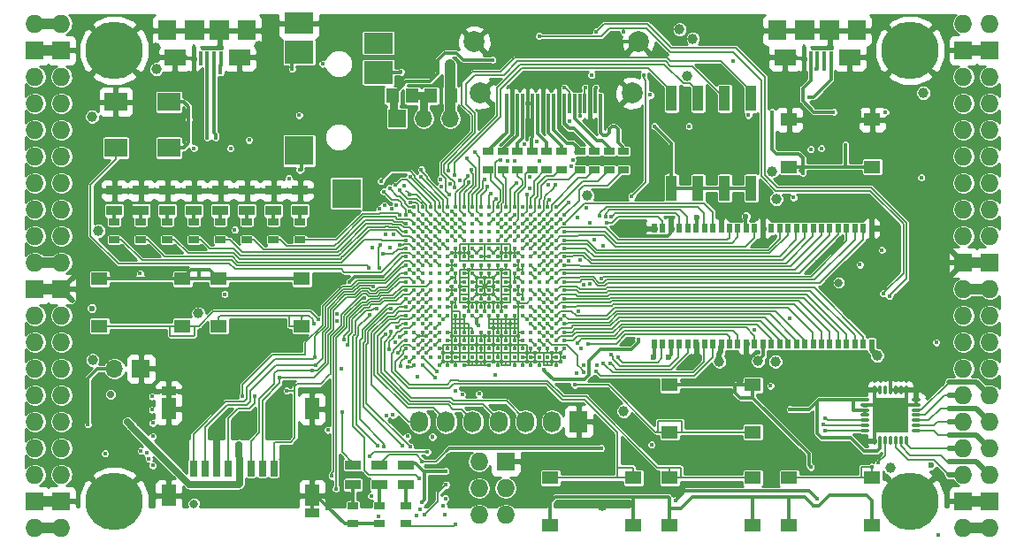
<source format=gtl>
G04 #@! TF.GenerationSoftware,KiCad,Pcbnew,5.0.0+dfsg1-1*
G04 #@! TF.CreationDate,2018-08-20T21:44:35+02:00*
G04 #@! TF.ProjectId,ulx3s,756C7833732E6B696361645F70636200,rev?*
G04 #@! TF.SameCoordinates,Original*
G04 #@! TF.FileFunction,Copper,L1,Top,Signal*
G04 #@! TF.FilePolarity,Positive*
%FSLAX46Y46*%
G04 Gerber Fmt 4.6, Leading zero omitted, Abs format (unit mm)*
G04 Created by KiCad (PCBNEW 5.0.0+dfsg1-1) date Mon Aug 20 21:44:35 2018*
%MOMM*%
%LPD*%
G01*
G04 APERTURE LIST*
G04 #@! TA.AperFunction,BGAPad,CuDef*
%ADD10C,0.400000*%
G04 #@! TD*
G04 #@! TA.AperFunction,SMDPad,CuDef*
%ADD11R,0.300000X1.900000*%
G04 #@! TD*
G04 #@! TA.AperFunction,ComponentPad*
%ADD12C,2.000000*%
G04 #@! TD*
G04 #@! TA.AperFunction,SMDPad,CuDef*
%ADD13R,1.120000X2.440000*%
G04 #@! TD*
G04 #@! TA.AperFunction,SMDPad,CuDef*
%ADD14R,0.560000X0.900000*%
G04 #@! TD*
G04 #@! TA.AperFunction,ComponentPad*
%ADD15O,1.727200X1.727200*%
G04 #@! TD*
G04 #@! TA.AperFunction,ComponentPad*
%ADD16R,1.727200X1.727200*%
G04 #@! TD*
G04 #@! TA.AperFunction,ComponentPad*
%ADD17C,5.500000*%
G04 #@! TD*
G04 #@! TA.AperFunction,SMDPad,CuDef*
%ADD18O,0.850000X0.300000*%
G04 #@! TD*
G04 #@! TA.AperFunction,SMDPad,CuDef*
%ADD19O,0.300000X0.850000*%
G04 #@! TD*
G04 #@! TA.AperFunction,SMDPad,CuDef*
%ADD20R,1.675000X1.675000*%
G04 #@! TD*
G04 #@! TA.AperFunction,ComponentPad*
%ADD21R,1.727200X2.032000*%
G04 #@! TD*
G04 #@! TA.AperFunction,ComponentPad*
%ADD22O,1.727200X2.032000*%
G04 #@! TD*
G04 #@! TA.AperFunction,SMDPad,CuDef*
%ADD23R,2.800000X2.000000*%
G04 #@! TD*
G04 #@! TA.AperFunction,SMDPad,CuDef*
%ADD24R,2.800000X2.200000*%
G04 #@! TD*
G04 #@! TA.AperFunction,SMDPad,CuDef*
%ADD25R,2.800000X2.800000*%
G04 #@! TD*
G04 #@! TA.AperFunction,SMDPad,CuDef*
%ADD26R,0.700000X1.500000*%
G04 #@! TD*
G04 #@! TA.AperFunction,SMDPad,CuDef*
%ADD27R,1.450000X0.900000*%
G04 #@! TD*
G04 #@! TA.AperFunction,SMDPad,CuDef*
%ADD28R,1.450000X2.000000*%
G04 #@! TD*
G04 #@! TA.AperFunction,SMDPad,CuDef*
%ADD29R,2.200000X1.800000*%
G04 #@! TD*
G04 #@! TA.AperFunction,SMDPad,CuDef*
%ADD30R,1.000000X0.670000*%
G04 #@! TD*
G04 #@! TA.AperFunction,SMDPad,CuDef*
%ADD31R,1.500000X0.970000*%
G04 #@! TD*
G04 #@! TA.AperFunction,ComponentPad*
%ADD32R,1.700000X1.700000*%
G04 #@! TD*
G04 #@! TA.AperFunction,ComponentPad*
%ADD33O,1.700000X1.700000*%
G04 #@! TD*
G04 #@! TA.AperFunction,SMDPad,CuDef*
%ADD34R,1.295000X1.400000*%
G04 #@! TD*
G04 #@! TA.AperFunction,SMDPad,CuDef*
%ADD35R,1.800000X1.900000*%
G04 #@! TD*
G04 #@! TA.AperFunction,SMDPad,CuDef*
%ADD36R,0.400000X1.350000*%
G04 #@! TD*
G04 #@! TA.AperFunction,SMDPad,CuDef*
%ADD37R,1.900000X1.900000*%
G04 #@! TD*
G04 #@! TA.AperFunction,SMDPad,CuDef*
%ADD38R,2.100000X1.600000*%
G04 #@! TD*
G04 #@! TA.AperFunction,SMDPad,CuDef*
%ADD39R,1.550000X1.300000*%
G04 #@! TD*
G04 #@! TA.AperFunction,ViaPad*
%ADD40C,2.000000*%
G04 #@! TD*
G04 #@! TA.AperFunction,ViaPad*
%ADD41C,0.419000*%
G04 #@! TD*
G04 #@! TA.AperFunction,ViaPad*
%ADD42C,0.600000*%
G04 #@! TD*
G04 #@! TA.AperFunction,ViaPad*
%ADD43C,1.000000*%
G04 #@! TD*
G04 #@! TA.AperFunction,ViaPad*
%ADD44C,0.800000*%
G04 #@! TD*
G04 #@! TA.AperFunction,ViaPad*
%ADD45C,0.700000*%
G04 #@! TD*
G04 #@! TA.AperFunction,ViaPad*
%ADD46C,0.454000*%
G04 #@! TD*
G04 #@! TA.AperFunction,Conductor*
%ADD47C,0.300000*%
G04 #@! TD*
G04 #@! TA.AperFunction,Conductor*
%ADD48C,0.190000*%
G04 #@! TD*
G04 #@! TA.AperFunction,Conductor*
%ADD49C,0.500000*%
G04 #@! TD*
G04 #@! TA.AperFunction,Conductor*
%ADD50C,1.000000*%
G04 #@! TD*
G04 #@! TA.AperFunction,Conductor*
%ADD51C,0.127000*%
G04 #@! TD*
G04 #@! TA.AperFunction,Conductor*
%ADD52C,0.700000*%
G04 #@! TD*
G04 #@! TA.AperFunction,Conductor*
%ADD53C,0.800000*%
G04 #@! TD*
G04 #@! TA.AperFunction,Conductor*
%ADD54C,0.140000*%
G04 #@! TD*
G04 #@! TA.AperFunction,Conductor*
%ADD55C,0.254000*%
G04 #@! TD*
G04 APERTURE END LIST*
D10*
G04 #@! TO.P,U1,Y19*
G04 #@! TO.N,GND*
X145280000Y-95400000D03*
G04 #@! TO.P,U1,Y17*
X143680000Y-95400000D03*
G04 #@! TO.P,U1,Y16*
X142880000Y-95400000D03*
G04 #@! TO.P,U1,Y15*
X142080000Y-95400000D03*
G04 #@! TO.P,U1,Y14*
X141280000Y-95400000D03*
G04 #@! TO.P,U1,Y12*
X139680000Y-95400000D03*
G04 #@! TO.P,U1,Y11*
X138880000Y-95400000D03*
G04 #@! TO.P,U1,Y8*
X136480000Y-95400000D03*
G04 #@! TO.P,U1,Y7*
X135680000Y-95400000D03*
G04 #@! TO.P,U1,Y6*
X134880000Y-95400000D03*
G04 #@! TO.P,U1,Y5*
X134080000Y-95400000D03*
G04 #@! TO.P,U1,Y3*
G04 #@! TO.N,/flash/FPGA_DONE*
X132480000Y-95400000D03*
G04 #@! TO.P,U1,Y2*
G04 #@! TO.N,/flash/FLASH_nWP*
X131680000Y-95400000D03*
G04 #@! TO.P,U1,W20*
G04 #@! TO.N,GND*
X146080000Y-94600000D03*
G04 #@! TO.P,U1,W19*
X145280000Y-94600000D03*
G04 #@! TO.P,U1,W18*
G04 #@! TO.N,N/C*
X144480000Y-94600000D03*
G04 #@! TO.P,U1,W17*
X143680000Y-94600000D03*
G04 #@! TO.P,U1,W16*
G04 #@! TO.N,GND*
X142880000Y-94600000D03*
G04 #@! TO.P,U1,W15*
X142080000Y-94600000D03*
G04 #@! TO.P,U1,W14*
G04 #@! TO.N,N/C*
X141280000Y-94600000D03*
G04 #@! TO.P,U1,W13*
X140480000Y-94600000D03*
G04 #@! TO.P,U1,W12*
G04 #@! TO.N,GND*
X139680000Y-94600000D03*
G04 #@! TO.P,U1,W11*
G04 #@! TO.N,N/C*
X138880000Y-94600000D03*
G04 #@! TO.P,U1,W10*
X138080000Y-94600000D03*
G04 #@! TO.P,U1,W9*
X137280000Y-94600000D03*
G04 #@! TO.P,U1,W8*
X136480000Y-94600000D03*
G04 #@! TO.P,U1,W7*
G04 #@! TO.N,GND*
X135680000Y-94600000D03*
G04 #@! TO.P,U1,W6*
X134880000Y-94600000D03*
G04 #@! TO.P,U1,W5*
G04 #@! TO.N,N/C*
X134080000Y-94600000D03*
G04 #@! TO.P,U1,W4*
X133280000Y-94600000D03*
G04 #@! TO.P,U1,W3*
G04 #@! TO.N,/flash/FPGA_PROGRAMN*
X132480000Y-94600000D03*
G04 #@! TO.P,U1,W2*
G04 #@! TO.N,/flash/FLASH_MOSI*
X131680000Y-94600000D03*
G04 #@! TO.P,U1,W1*
G04 #@! TO.N,/flash/FLASH_nHOLD*
X130880000Y-94600000D03*
G04 #@! TO.P,U1,V20*
G04 #@! TO.N,GND*
X146080000Y-93800000D03*
G04 #@! TO.P,U1,V19*
X145280000Y-93800000D03*
G04 #@! TO.P,U1,V18*
X144480000Y-93800000D03*
G04 #@! TO.P,U1,V17*
X143680000Y-93800000D03*
G04 #@! TO.P,U1,V16*
X142880000Y-93800000D03*
G04 #@! TO.P,U1,V15*
X142080000Y-93800000D03*
G04 #@! TO.P,U1,V14*
X141280000Y-93800000D03*
G04 #@! TO.P,U1,V13*
X140480000Y-93800000D03*
G04 #@! TO.P,U1,V12*
X139680000Y-93800000D03*
G04 #@! TO.P,U1,V11*
X138880000Y-93800000D03*
G04 #@! TO.P,U1,V10*
X138080000Y-93800000D03*
G04 #@! TO.P,U1,V9*
X137280000Y-93800000D03*
G04 #@! TO.P,U1,V8*
X136480000Y-93800000D03*
G04 #@! TO.P,U1,V7*
X135680000Y-93800000D03*
G04 #@! TO.P,U1,V6*
X134880000Y-93800000D03*
G04 #@! TO.P,U1,V5*
X134080000Y-93800000D03*
G04 #@! TO.P,U1,V4*
G04 #@! TO.N,JTAG_TDO*
X133280000Y-93800000D03*
G04 #@! TO.P,U1,V3*
G04 #@! TO.N,/flash/FPGA_INITN*
X132480000Y-93800000D03*
G04 #@! TO.P,U1,V2*
G04 #@! TO.N,/flash/FLASH_MISO*
X131680000Y-93800000D03*
G04 #@! TO.P,U1,V1*
G04 #@! TO.N,BTN_D*
X130880000Y-93800000D03*
G04 #@! TO.P,U1,U20*
G04 #@! TO.N,SDRAM_D7*
X146080000Y-93000000D03*
G04 #@! TO.P,U1,U19*
G04 #@! TO.N,SDRAM_DQM0*
X145280000Y-93000000D03*
G04 #@! TO.P,U1,U18*
G04 #@! TO.N,GP14*
X144480000Y-93000000D03*
G04 #@! TO.P,U1,U17*
G04 #@! TO.N,GN14*
X143680000Y-93000000D03*
G04 #@! TO.P,U1,U16*
G04 #@! TO.N,ADC_MISO*
X142880000Y-93000000D03*
G04 #@! TO.P,U1,U15*
G04 #@! TO.N,GND*
X142080000Y-93000000D03*
G04 #@! TO.P,U1,U14*
X141280000Y-93000000D03*
G04 #@! TO.P,U1,U13*
X140480000Y-93000000D03*
G04 #@! TO.P,U1,U12*
X139680000Y-93000000D03*
G04 #@! TO.P,U1,U11*
X138880000Y-93000000D03*
G04 #@! TO.P,U1,U10*
X138080000Y-93000000D03*
G04 #@! TO.P,U1,U9*
X137280000Y-93000000D03*
G04 #@! TO.P,U1,U8*
X136480000Y-93000000D03*
G04 #@! TO.P,U1,U7*
X135680000Y-93000000D03*
G04 #@! TO.P,U1,U6*
X134880000Y-93000000D03*
G04 #@! TO.P,U1,U5*
G04 #@! TO.N,JTAG_TMS*
X134080000Y-93000000D03*
G04 #@! TO.P,U1,U4*
G04 #@! TO.N,GND*
X133280000Y-93000000D03*
G04 #@! TO.P,U1,U3*
G04 #@! TO.N,/flash/FLASH_SCK*
X132480000Y-93000000D03*
G04 #@! TO.P,U1,U2*
G04 #@! TO.N,+3V3*
X131680000Y-93000000D03*
G04 #@! TO.P,U1,U1*
G04 #@! TO.N,BTN_L*
X130880000Y-93000000D03*
G04 #@! TO.P,U1,T20*
G04 #@! TO.N,SDRAM_nWE*
X146080000Y-92200000D03*
G04 #@! TO.P,U1,T19*
G04 #@! TO.N,SDRAM_nCAS*
X145280000Y-92200000D03*
G04 #@! TO.P,U1,T18*
G04 #@! TO.N,SDRAM_D5*
X144480000Y-92200000D03*
G04 #@! TO.P,U1,T17*
G04 #@! TO.N,SDRAM_D6*
X143680000Y-92200000D03*
G04 #@! TO.P,U1,T16*
G04 #@! TO.N,N/C*
X142880000Y-92200000D03*
G04 #@! TO.P,U1,T15*
G04 #@! TO.N,GND*
X142080000Y-92200000D03*
G04 #@! TO.P,U1,T14*
X141280000Y-92200000D03*
G04 #@! TO.P,U1,T13*
X140480000Y-92200000D03*
G04 #@! TO.P,U1,T12*
X139680000Y-92200000D03*
G04 #@! TO.P,U1,T11*
X138880000Y-92200000D03*
G04 #@! TO.P,U1,T10*
X138080000Y-92200000D03*
G04 #@! TO.P,U1,T9*
X137280000Y-92200000D03*
G04 #@! TO.P,U1,T8*
X136480000Y-92200000D03*
G04 #@! TO.P,U1,T7*
X135680000Y-92200000D03*
G04 #@! TO.P,U1,T6*
X134880000Y-92200000D03*
G04 #@! TO.P,U1,T5*
G04 #@! TO.N,JTAG_TCK*
X134080000Y-92200000D03*
G04 #@! TO.P,U1,T4*
G04 #@! TO.N,+3V3*
X133280000Y-92200000D03*
G04 #@! TO.P,U1,T3*
X132480000Y-92200000D03*
G04 #@! TO.P,U1,T2*
X131680000Y-92200000D03*
G04 #@! TO.P,U1,T1*
G04 #@! TO.N,BTN_F2*
X130880000Y-92200000D03*
G04 #@! TO.P,U1,R20*
G04 #@! TO.N,SDRAM_nRAS*
X146080000Y-91400000D03*
G04 #@! TO.P,U1,R19*
G04 #@! TO.N,GND*
X145280000Y-91400000D03*
G04 #@! TO.P,U1,R18*
G04 #@! TO.N,BTN_U*
X144480000Y-91400000D03*
G04 #@! TO.P,U1,R17*
G04 #@! TO.N,ADC_CSn*
X143680000Y-91400000D03*
G04 #@! TO.P,U1,R16*
G04 #@! TO.N,ADC_MOSI*
X142880000Y-91400000D03*
G04 #@! TO.P,U1,R5*
G04 #@! TO.N,JTAG_TDI*
X134080000Y-91400000D03*
G04 #@! TO.P,U1,R4*
G04 #@! TO.N,GND*
X133280000Y-91400000D03*
G04 #@! TO.P,U1,R3*
G04 #@! TO.N,N/C*
X132480000Y-91400000D03*
G04 #@! TO.P,U1,R2*
G04 #@! TO.N,/flash/FLASH_nCS*
X131680000Y-91400000D03*
G04 #@! TO.P,U1,R1*
G04 #@! TO.N,BTN_F1*
X130880000Y-91400000D03*
G04 #@! TO.P,U1,P20*
G04 #@! TO.N,SDRAM_nCS*
X146080000Y-90600000D03*
G04 #@! TO.P,U1,P19*
G04 #@! TO.N,SDRAM_BA0*
X145280000Y-90600000D03*
G04 #@! TO.P,U1,P18*
G04 #@! TO.N,SDRAM_D4*
X144480000Y-90600000D03*
G04 #@! TO.P,U1,P17*
G04 #@! TO.N,ADC_SCLK*
X143680000Y-90600000D03*
G04 #@! TO.P,U1,P16*
G04 #@! TO.N,GN15*
X142880000Y-90600000D03*
G04 #@! TO.P,U1,P15*
G04 #@! TO.N,+2V5*
X142080000Y-90600000D03*
G04 #@! TO.P,U1,P14*
G04 #@! TO.N,GND*
X141280000Y-90600000D03*
G04 #@! TO.P,U1,P13*
X140480000Y-90600000D03*
G04 #@! TO.P,U1,P12*
X139680000Y-90600000D03*
G04 #@! TO.P,U1,P11*
X138880000Y-90600000D03*
G04 #@! TO.P,U1,P10*
G04 #@! TO.N,+3V3*
X138080000Y-90600000D03*
G04 #@! TO.P,U1,P9*
X137280000Y-90600000D03*
G04 #@! TO.P,U1,P8*
G04 #@! TO.N,GND*
X136480000Y-90600000D03*
G04 #@! TO.P,U1,P7*
X135680000Y-90600000D03*
G04 #@! TO.P,U1,P6*
G04 #@! TO.N,+2V5*
X134880000Y-90600000D03*
G04 #@! TO.P,U1,P5*
G04 #@! TO.N,N/C*
X134080000Y-90600000D03*
G04 #@! TO.P,U1,P4*
G04 #@! TO.N,OLED_CLK*
X133280000Y-90600000D03*
G04 #@! TO.P,U1,P3*
G04 #@! TO.N,OLED_MOSI*
X132480000Y-90600000D03*
G04 #@! TO.P,U1,P2*
G04 #@! TO.N,OLED_RES*
X131680000Y-90600000D03*
G04 #@! TO.P,U1,P1*
G04 #@! TO.N,OLED_DC*
X130880000Y-90600000D03*
G04 #@! TO.P,U1,N20*
G04 #@! TO.N,SDRAM_BA1*
X146080000Y-89800000D03*
G04 #@! TO.P,U1,N19*
G04 #@! TO.N,SDRAM_A10*
X145280000Y-89800000D03*
G04 #@! TO.P,U1,N18*
G04 #@! TO.N,SDRAM_D3*
X144480000Y-89800000D03*
G04 #@! TO.P,U1,N17*
G04 #@! TO.N,GP15*
X143680000Y-89800000D03*
G04 #@! TO.P,U1,N16*
G04 #@! TO.N,GP16*
X142880000Y-89800000D03*
G04 #@! TO.P,U1,N15*
G04 #@! TO.N,GND*
X142080000Y-89800000D03*
G04 #@! TO.P,U1,N14*
X141280000Y-89800000D03*
G04 #@! TO.P,U1,N13*
G04 #@! TO.N,+1V1*
X140480000Y-89800000D03*
G04 #@! TO.P,U1,N12*
X139680000Y-89800000D03*
G04 #@! TO.P,U1,N11*
X138880000Y-89800000D03*
G04 #@! TO.P,U1,N10*
X138080000Y-89800000D03*
G04 #@! TO.P,U1,N9*
X137280000Y-89800000D03*
G04 #@! TO.P,U1,N8*
X136480000Y-89800000D03*
G04 #@! TO.P,U1,N7*
G04 #@! TO.N,GND*
X135680000Y-89800000D03*
G04 #@! TO.P,U1,N6*
X134880000Y-89800000D03*
G04 #@! TO.P,U1,N5*
G04 #@! TO.N,N/C*
X134080000Y-89800000D03*
G04 #@! TO.P,U1,N4*
G04 #@! TO.N,WIFI_GPIO5*
X133280000Y-89800000D03*
G04 #@! TO.P,U1,N3*
G04 #@! TO.N,WIFI_GPIO17*
X132480000Y-89800000D03*
G04 #@! TO.P,U1,N2*
G04 #@! TO.N,OLED_CS*
X131680000Y-89800000D03*
G04 #@! TO.P,U1,N1*
G04 #@! TO.N,FTDI_nDTR*
X130880000Y-89800000D03*
G04 #@! TO.P,U1,M20*
G04 #@! TO.N,SDRAM_A0*
X146080000Y-89000000D03*
G04 #@! TO.P,U1,M19*
G04 #@! TO.N,SDRAM_A1*
X145280000Y-89000000D03*
G04 #@! TO.P,U1,M18*
G04 #@! TO.N,SDRAM_D2*
X144480000Y-89000000D03*
G04 #@! TO.P,U1,M17*
G04 #@! TO.N,GN16*
X143680000Y-89000000D03*
G04 #@! TO.P,U1,M16*
G04 #@! TO.N,GND*
X142880000Y-89000000D03*
G04 #@! TO.P,U1,M15*
G04 #@! TO.N,+3V3*
X142080000Y-89000000D03*
G04 #@! TO.P,U1,M14*
G04 #@! TO.N,GND*
X141280000Y-89000000D03*
G04 #@! TO.P,U1,M13*
G04 #@! TO.N,+1V1*
X140480000Y-89000000D03*
G04 #@! TO.P,U1,M12*
G04 #@! TO.N,GND*
X139680000Y-89000000D03*
G04 #@! TO.P,U1,M11*
X138880000Y-89000000D03*
G04 #@! TO.P,U1,M10*
X138080000Y-89000000D03*
G04 #@! TO.P,U1,M9*
X137280000Y-89000000D03*
G04 #@! TO.P,U1,M8*
G04 #@! TO.N,+1V1*
X136480000Y-89000000D03*
G04 #@! TO.P,U1,M7*
G04 #@! TO.N,GND*
X135680000Y-89000000D03*
G04 #@! TO.P,U1,M6*
G04 #@! TO.N,+3V3*
X134880000Y-89000000D03*
G04 #@! TO.P,U1,M5*
G04 #@! TO.N,N/C*
X134080000Y-89000000D03*
G04 #@! TO.P,U1,M4*
G04 #@! TO.N,USER_PROGRAMN*
X133280000Y-89000000D03*
G04 #@! TO.P,U1,M3*
G04 #@! TO.N,FTDI_nRTS*
X132480000Y-89000000D03*
G04 #@! TO.P,U1,M2*
G04 #@! TO.N,GND*
X131680000Y-89000000D03*
G04 #@! TO.P,U1,M1*
G04 #@! TO.N,FTDI_TXD*
X130880000Y-89000000D03*
G04 #@! TO.P,U1,L20*
G04 #@! TO.N,SDRAM_A2*
X146080000Y-88200000D03*
G04 #@! TO.P,U1,L19*
G04 #@! TO.N,SDRAM_A3*
X145280000Y-88200000D03*
G04 #@! TO.P,U1,L18*
G04 #@! TO.N,SDRAM_D1*
X144480000Y-88200000D03*
G04 #@! TO.P,U1,L17*
G04 #@! TO.N,GN17*
X143680000Y-88200000D03*
G04 #@! TO.P,U1,L16*
G04 #@! TO.N,GP17*
X142880000Y-88200000D03*
G04 #@! TO.P,U1,L15*
G04 #@! TO.N,+3V3*
X142080000Y-88200000D03*
G04 #@! TO.P,U1,L14*
X141280000Y-88200000D03*
G04 #@! TO.P,U1,L13*
G04 #@! TO.N,+1V1*
X140480000Y-88200000D03*
G04 #@! TO.P,U1,L12*
G04 #@! TO.N,GND*
X139680000Y-88200000D03*
G04 #@! TO.P,U1,L11*
X138880000Y-88200000D03*
G04 #@! TO.P,U1,L10*
X138080000Y-88200000D03*
G04 #@! TO.P,U1,L9*
X137280000Y-88200000D03*
G04 #@! TO.P,U1,L8*
G04 #@! TO.N,+1V1*
X136480000Y-88200000D03*
G04 #@! TO.P,U1,L7*
G04 #@! TO.N,+3V3*
X135680000Y-88200000D03*
G04 #@! TO.P,U1,L6*
X134880000Y-88200000D03*
G04 #@! TO.P,U1,L5*
G04 #@! TO.N,N/C*
X134080000Y-88200000D03*
G04 #@! TO.P,U1,L4*
G04 #@! TO.N,FTDI_RXD*
X133280000Y-88200000D03*
G04 #@! TO.P,U1,L3*
G04 #@! TO.N,FTDI_TXDEN*
X132480000Y-88200000D03*
G04 #@! TO.P,U1,L2*
G04 #@! TO.N,WIFI_GPIO0*
X131680000Y-88200000D03*
G04 #@! TO.P,U1,L1*
G04 #@! TO.N,WIFI_GPIO16*
X130880000Y-88200000D03*
G04 #@! TO.P,U1,K20*
G04 #@! TO.N,SDRAM_A4*
X146080000Y-87400000D03*
G04 #@! TO.P,U1,K19*
G04 #@! TO.N,SDRAM_A5*
X145280000Y-87400000D03*
G04 #@! TO.P,U1,K18*
G04 #@! TO.N,SDRAM_A6*
X144480000Y-87400000D03*
G04 #@! TO.P,U1,K17*
G04 #@! TO.N,N/C*
X143680000Y-87400000D03*
G04 #@! TO.P,U1,K16*
X142880000Y-87400000D03*
G04 #@! TO.P,U1,K15*
G04 #@! TO.N,GND*
X142080000Y-87400000D03*
G04 #@! TO.P,U1,K14*
X141280000Y-87400000D03*
G04 #@! TO.P,U1,K13*
G04 #@! TO.N,+1V1*
X140480000Y-87400000D03*
G04 #@! TO.P,U1,K12*
G04 #@! TO.N,GND*
X139680000Y-87400000D03*
G04 #@! TO.P,U1,K11*
X138880000Y-87400000D03*
G04 #@! TO.P,U1,K10*
X138080000Y-87400000D03*
G04 #@! TO.P,U1,K9*
X137280000Y-87400000D03*
G04 #@! TO.P,U1,K8*
G04 #@! TO.N,+1V1*
X136480000Y-87400000D03*
G04 #@! TO.P,U1,K7*
G04 #@! TO.N,GND*
X135680000Y-87400000D03*
G04 #@! TO.P,U1,K6*
X134880000Y-87400000D03*
G04 #@! TO.P,U1,K5*
G04 #@! TO.N,N/C*
X134080000Y-87400000D03*
G04 #@! TO.P,U1,K4*
G04 #@! TO.N,WIFI_TXD*
X133280000Y-87400000D03*
G04 #@! TO.P,U1,K3*
G04 #@! TO.N,WIFI_RXD*
X132480000Y-87400000D03*
G04 #@! TO.P,U1,K2*
G04 #@! TO.N,SD_D3*
X131680000Y-87400000D03*
G04 #@! TO.P,U1,K1*
G04 #@! TO.N,SD_D2*
X130880000Y-87400000D03*
G04 #@! TO.P,U1,J20*
G04 #@! TO.N,SDRAM_A7*
X146080000Y-86600000D03*
G04 #@! TO.P,U1,J19*
G04 #@! TO.N,SDRAM_A8*
X145280000Y-86600000D03*
G04 #@! TO.P,U1,J18*
G04 #@! TO.N,SDRAM_D14*
X144480000Y-86600000D03*
G04 #@! TO.P,U1,J17*
G04 #@! TO.N,SDRAM_D15*
X143680000Y-86600000D03*
G04 #@! TO.P,U1,J16*
G04 #@! TO.N,SDRAM_D0*
X142880000Y-86600000D03*
G04 #@! TO.P,U1,J15*
G04 #@! TO.N,+3V3*
X142080000Y-86600000D03*
G04 #@! TO.P,U1,J14*
G04 #@! TO.N,GND*
X141280000Y-86600000D03*
G04 #@! TO.P,U1,J13*
G04 #@! TO.N,+1V1*
X140480000Y-86600000D03*
G04 #@! TO.P,U1,J12*
G04 #@! TO.N,GND*
X139680000Y-86600000D03*
G04 #@! TO.P,U1,J11*
X138880000Y-86600000D03*
G04 #@! TO.P,U1,J10*
X138080000Y-86600000D03*
G04 #@! TO.P,U1,J9*
X137280000Y-86600000D03*
G04 #@! TO.P,U1,J8*
G04 #@! TO.N,+1V1*
X136480000Y-86600000D03*
G04 #@! TO.P,U1,J7*
G04 #@! TO.N,GND*
X135680000Y-86600000D03*
G04 #@! TO.P,U1,J6*
G04 #@! TO.N,2V5_3V3*
X134880000Y-86600000D03*
G04 #@! TO.P,U1,J5*
G04 #@! TO.N,N/C*
X134080000Y-86600000D03*
G04 #@! TO.P,U1,J4*
X133280000Y-86600000D03*
G04 #@! TO.P,U1,J3*
G04 #@! TO.N,SD_D0*
X132480000Y-86600000D03*
G04 #@! TO.P,U1,J2*
G04 #@! TO.N,GND*
X131680000Y-86600000D03*
G04 #@! TO.P,U1,J1*
G04 #@! TO.N,SD_CMD*
X130880000Y-86600000D03*
G04 #@! TO.P,U1,H20*
G04 #@! TO.N,SDRAM_A9*
X146080000Y-85800000D03*
G04 #@! TO.P,U1,H19*
G04 #@! TO.N,GND*
X145280000Y-85800000D03*
G04 #@! TO.P,U1,H18*
G04 #@! TO.N,GP18*
X144480000Y-85800000D03*
G04 #@! TO.P,U1,H17*
G04 #@! TO.N,GN18*
X143680000Y-85800000D03*
G04 #@! TO.P,U1,H16*
G04 #@! TO.N,BTN_R*
X142880000Y-85800000D03*
G04 #@! TO.P,U1,H15*
G04 #@! TO.N,+3V3*
X142080000Y-85800000D03*
G04 #@! TO.P,U1,H14*
X141280000Y-85800000D03*
G04 #@! TO.P,U1,H13*
G04 #@! TO.N,+1V1*
X140480000Y-85800000D03*
G04 #@! TO.P,U1,H12*
X139680000Y-85800000D03*
G04 #@! TO.P,U1,H11*
X138880000Y-85800000D03*
G04 #@! TO.P,U1,H10*
X138080000Y-85800000D03*
G04 #@! TO.P,U1,H9*
X137280000Y-85800000D03*
G04 #@! TO.P,U1,H8*
X136480000Y-85800000D03*
G04 #@! TO.P,U1,H7*
G04 #@! TO.N,2V5_3V3*
X135680000Y-85800000D03*
G04 #@! TO.P,U1,H6*
X134880000Y-85800000D03*
G04 #@! TO.P,U1,H5*
G04 #@! TO.N,AUDIO_V0*
X134080000Y-85800000D03*
G04 #@! TO.P,U1,H4*
G04 #@! TO.N,GP13*
X133280000Y-85800000D03*
G04 #@! TO.P,U1,H3*
G04 #@! TO.N,LED7*
X132480000Y-85800000D03*
G04 #@! TO.P,U1,H2*
G04 #@! TO.N,SD_CLK*
X131680000Y-85800000D03*
G04 #@! TO.P,U1,H1*
G04 #@! TO.N,SD_D1*
X130880000Y-85800000D03*
G04 #@! TO.P,U1,G20*
G04 #@! TO.N,SDRAM_A11*
X146080000Y-85000000D03*
G04 #@! TO.P,U1,G19*
G04 #@! TO.N,SDRAM_A12*
X145280000Y-85000000D03*
G04 #@! TO.P,U1,G18*
G04 #@! TO.N,GN19*
X144480000Y-85000000D03*
G04 #@! TO.P,U1,G17*
G04 #@! TO.N,GND*
X143680000Y-85000000D03*
G04 #@! TO.P,U1,G16*
G04 #@! TO.N,SHUTDOWN*
X142880000Y-85000000D03*
G04 #@! TO.P,U1,G15*
G04 #@! TO.N,GND*
X142080000Y-85000000D03*
G04 #@! TO.P,U1,G14*
X141280000Y-85000000D03*
G04 #@! TO.P,U1,G13*
X140480000Y-85000000D03*
G04 #@! TO.P,U1,G12*
X139680000Y-85000000D03*
G04 #@! TO.P,U1,G11*
X138880000Y-85000000D03*
G04 #@! TO.P,U1,G10*
X138080000Y-85000000D03*
G04 #@! TO.P,U1,G9*
X137280000Y-85000000D03*
G04 #@! TO.P,U1,G8*
X136480000Y-85000000D03*
G04 #@! TO.P,U1,G7*
X135680000Y-85000000D03*
G04 #@! TO.P,U1,G6*
X134880000Y-85000000D03*
G04 #@! TO.P,U1,G5*
G04 #@! TO.N,GN13*
X134080000Y-85000000D03*
G04 #@! TO.P,U1,G4*
G04 #@! TO.N,GND*
X133280000Y-85000000D03*
G04 #@! TO.P,U1,G3*
G04 #@! TO.N,GP12*
X132480000Y-85000000D03*
G04 #@! TO.P,U1,G2*
G04 #@! TO.N,CLK_25MHz*
X131680000Y-85000000D03*
G04 #@! TO.P,U1,G1*
G04 #@! TO.N,/usb/ANT_433MHz*
X130880000Y-85000000D03*
G04 #@! TO.P,U1,F20*
G04 #@! TO.N,SDRAM_CKE*
X146080000Y-84200000D03*
G04 #@! TO.P,U1,F19*
G04 #@! TO.N,SDRAM_CLK*
X145280000Y-84200000D03*
G04 #@! TO.P,U1,F18*
G04 #@! TO.N,SDRAM_D13*
X144480000Y-84200000D03*
G04 #@! TO.P,U1,F17*
G04 #@! TO.N,GP19*
X143680000Y-84200000D03*
G04 #@! TO.P,U1,F16*
G04 #@! TO.N,USB_FPGA_D-*
X142880000Y-84200000D03*
G04 #@! TO.P,U1,F15*
G04 #@! TO.N,+2V5*
X142080000Y-84200000D03*
G04 #@! TO.P,U1,F14*
G04 #@! TO.N,GND*
X141280000Y-84200000D03*
G04 #@! TO.P,U1,F13*
X140480000Y-84200000D03*
G04 #@! TO.P,U1,F12*
G04 #@! TO.N,+3V3*
X139680000Y-84200000D03*
G04 #@! TO.P,U1,F11*
X138880000Y-84200000D03*
G04 #@! TO.P,U1,F10*
G04 #@! TO.N,2V5_3V3*
X138080000Y-84200000D03*
G04 #@! TO.P,U1,F9*
X137280000Y-84200000D03*
G04 #@! TO.P,U1,F8*
G04 #@! TO.N,GND*
X136480000Y-84200000D03*
G04 #@! TO.P,U1,F7*
X135680000Y-84200000D03*
G04 #@! TO.P,U1,F6*
G04 #@! TO.N,+2V5*
X134880000Y-84200000D03*
G04 #@! TO.P,U1,F5*
G04 #@! TO.N,AUDIO_V2*
X134080000Y-84200000D03*
G04 #@! TO.P,U1,F4*
G04 #@! TO.N,GP11*
X133280000Y-84200000D03*
G04 #@! TO.P,U1,F3*
G04 #@! TO.N,GN12*
X132480000Y-84200000D03*
G04 #@! TO.P,U1,F2*
G04 #@! TO.N,AUDIO_V1*
X131680000Y-84200000D03*
G04 #@! TO.P,U1,F1*
G04 #@! TO.N,WIFI_EN*
X130880000Y-84200000D03*
G04 #@! TO.P,U1,E20*
G04 #@! TO.N,SDRAM_DQM1*
X146080000Y-83400000D03*
G04 #@! TO.P,U1,E19*
G04 #@! TO.N,SDRAM_D8*
X145280000Y-83400000D03*
G04 #@! TO.P,U1,E18*
G04 #@! TO.N,SDRAM_D12*
X144480000Y-83400000D03*
G04 #@! TO.P,U1,E17*
G04 #@! TO.N,GN20*
X143680000Y-83400000D03*
G04 #@! TO.P,U1,E16*
G04 #@! TO.N,USB_FPGA_D+*
X142880000Y-83400000D03*
G04 #@! TO.P,U1,E15*
G04 #@! TO.N,USB_FPGA_D-*
X142080000Y-83400000D03*
G04 #@! TO.P,U1,E14*
G04 #@! TO.N,GN25*
X141280000Y-83400000D03*
G04 #@! TO.P,U1,E13*
G04 #@! TO.N,GN27*
X140480000Y-83400000D03*
G04 #@! TO.P,U1,E12*
G04 #@! TO.N,FPDI_SCL*
X139680000Y-83400000D03*
G04 #@! TO.P,U1,E11*
G04 #@! TO.N,N/C*
X138880000Y-83400000D03*
G04 #@! TO.P,U1,E10*
X138080000Y-83400000D03*
G04 #@! TO.P,U1,E9*
X137280000Y-83400000D03*
G04 #@! TO.P,U1,E8*
G04 #@! TO.N,SW1*
X136480000Y-83400000D03*
G04 #@! TO.P,U1,E7*
G04 #@! TO.N,SW4*
X135680000Y-83400000D03*
G04 #@! TO.P,U1,E6*
G04 #@! TO.N,N/C*
X134880000Y-83400000D03*
G04 #@! TO.P,U1,E5*
G04 #@! TO.N,AUDIO_V3*
X134080000Y-83400000D03*
G04 #@! TO.P,U1,E4*
G04 #@! TO.N,AUDIO_L0*
X133280000Y-83400000D03*
G04 #@! TO.P,U1,E3*
G04 #@! TO.N,GN11*
X132480000Y-83400000D03*
G04 #@! TO.P,U1,E2*
G04 #@! TO.N,LED5*
X131680000Y-83400000D03*
G04 #@! TO.P,U1,E1*
G04 #@! TO.N,LED6*
X130880000Y-83400000D03*
G04 #@! TO.P,U1,D20*
G04 #@! TO.N,SDRAM_D9*
X146080000Y-82600000D03*
G04 #@! TO.P,U1,D19*
G04 #@! TO.N,SDRAM_D10*
X145280000Y-82600000D03*
G04 #@! TO.P,U1,D18*
G04 #@! TO.N,GP20*
X144480000Y-82600000D03*
G04 #@! TO.P,U1,D17*
G04 #@! TO.N,GN21*
X143680000Y-82600000D03*
G04 #@! TO.P,U1,D16*
G04 #@! TO.N,GN24*
X142880000Y-82600000D03*
G04 #@! TO.P,U1,D15*
G04 #@! TO.N,USB_FPGA_D+*
X142080000Y-82600000D03*
G04 #@! TO.P,U1,D14*
G04 #@! TO.N,GP25*
X141280000Y-82600000D03*
G04 #@! TO.P,U1,D13*
G04 #@! TO.N,GP27*
X140480000Y-82600000D03*
G04 #@! TO.P,U1,D12*
G04 #@! TO.N,N/C*
X139680000Y-82600000D03*
G04 #@! TO.P,U1,D11*
X138880000Y-82600000D03*
G04 #@! TO.P,U1,D10*
X138080000Y-82600000D03*
G04 #@! TO.P,U1,D9*
X137280000Y-82600000D03*
G04 #@! TO.P,U1,D8*
G04 #@! TO.N,SW2*
X136480000Y-82600000D03*
G04 #@! TO.P,U1,D7*
G04 #@! TO.N,SW3*
X135680000Y-82600000D03*
G04 #@! TO.P,U1,D6*
G04 #@! TO.N,BTN_PWRn*
X134880000Y-82600000D03*
G04 #@! TO.P,U1,D5*
G04 #@! TO.N,AUDIO_R2*
X134080000Y-82600000D03*
G04 #@! TO.P,U1,D4*
G04 #@! TO.N,GND*
X133280000Y-82600000D03*
G04 #@! TO.P,U1,D3*
G04 #@! TO.N,AUDIO_L1*
X132480000Y-82600000D03*
G04 #@! TO.P,U1,D2*
G04 #@! TO.N,LED3*
X131680000Y-82600000D03*
G04 #@! TO.P,U1,D1*
G04 #@! TO.N,LED4*
X130880000Y-82600000D03*
G04 #@! TO.P,U1,C20*
G04 #@! TO.N,SDRAM_D11*
X146080000Y-81800000D03*
G04 #@! TO.P,U1,C19*
G04 #@! TO.N,GND*
X145280000Y-81800000D03*
G04 #@! TO.P,U1,C18*
G04 #@! TO.N,GP21*
X144480000Y-81800000D03*
G04 #@! TO.P,U1,C17*
G04 #@! TO.N,GN23*
X143680000Y-81800000D03*
G04 #@! TO.P,U1,C16*
G04 #@! TO.N,GP24*
X142880000Y-81800000D03*
G04 #@! TO.P,U1,C15*
G04 #@! TO.N,GN22*
X142080000Y-81800000D03*
G04 #@! TO.P,U1,C14*
G04 #@! TO.N,FPDI_D1-*
X141280000Y-81800000D03*
G04 #@! TO.P,U1,C13*
G04 #@! TO.N,GN26*
X140480000Y-81800000D03*
G04 #@! TO.P,U1,C12*
G04 #@! TO.N,USB_FPGA_PULL_D-*
X139680000Y-81800000D03*
G04 #@! TO.P,U1,C11*
G04 #@! TO.N,GN0*
X138880000Y-81800000D03*
G04 #@! TO.P,U1,C10*
G04 #@! TO.N,GN3*
X138080000Y-81800000D03*
G04 #@! TO.P,U1,C9*
G04 #@! TO.N,N/C*
X137280000Y-81800000D03*
G04 #@! TO.P,U1,C8*
G04 #@! TO.N,GP5*
X136480000Y-81800000D03*
G04 #@! TO.P,U1,C7*
G04 #@! TO.N,GN6*
X135680000Y-81800000D03*
G04 #@! TO.P,U1,C6*
G04 #@! TO.N,GP6*
X134880000Y-81800000D03*
G04 #@! TO.P,U1,C5*
G04 #@! TO.N,AUDIO_R3*
X134080000Y-81800000D03*
G04 #@! TO.P,U1,C4*
G04 #@! TO.N,GP10*
X133280000Y-81800000D03*
G04 #@! TO.P,U1,C3*
G04 #@! TO.N,AUDIO_L2*
X132480000Y-81800000D03*
G04 #@! TO.P,U1,C2*
G04 #@! TO.N,LED1*
X131680000Y-81800000D03*
G04 #@! TO.P,U1,C1*
G04 #@! TO.N,LED2*
X130880000Y-81800000D03*
G04 #@! TO.P,U1,B20*
G04 #@! TO.N,FPDI_ETH-*
X146080000Y-81000000D03*
G04 #@! TO.P,U1,B19*
G04 #@! TO.N,FPDI_SDA*
X145280000Y-81000000D03*
G04 #@! TO.P,U1,B18*
G04 #@! TO.N,FPDI_CLK-*
X144480000Y-81000000D03*
G04 #@! TO.P,U1,B17*
G04 #@! TO.N,GP23*
X143680000Y-81000000D03*
G04 #@! TO.P,U1,B16*
G04 #@! TO.N,FPDI_D0-*
X142880000Y-81000000D03*
G04 #@! TO.P,U1,B15*
G04 #@! TO.N,GP22*
X142080000Y-81000000D03*
G04 #@! TO.P,U1,B14*
G04 #@! TO.N,GND*
X141280000Y-81000000D03*
G04 #@! TO.P,U1,B13*
G04 #@! TO.N,GP26*
X140480000Y-81000000D03*
G04 #@! TO.P,U1,B12*
G04 #@! TO.N,USB_FPGA_PULL_D+*
X139680000Y-81000000D03*
G04 #@! TO.P,U1,B11*
G04 #@! TO.N,GP0*
X138880000Y-81000000D03*
G04 #@! TO.P,U1,B10*
G04 #@! TO.N,GN2*
X138080000Y-81000000D03*
G04 #@! TO.P,U1,B9*
G04 #@! TO.N,GP3*
X137280000Y-81000000D03*
G04 #@! TO.P,U1,B8*
G04 #@! TO.N,GN5*
X136480000Y-81000000D03*
G04 #@! TO.P,U1,B7*
G04 #@! TO.N,GND*
X135680000Y-81000000D03*
G04 #@! TO.P,U1,B6*
G04 #@! TO.N,GN7*
X134880000Y-81000000D03*
G04 #@! TO.P,U1,B5*
G04 #@! TO.N,AUDIO_R1*
X134080000Y-81000000D03*
G04 #@! TO.P,U1,B4*
G04 #@! TO.N,GN10*
X133280000Y-81000000D03*
G04 #@! TO.P,U1,B3*
G04 #@! TO.N,AUDIO_L3*
X132480000Y-81000000D03*
G04 #@! TO.P,U1,B2*
G04 #@! TO.N,LED0*
X131680000Y-81000000D03*
G04 #@! TO.P,U1,B1*
G04 #@! TO.N,GN9*
X130880000Y-81000000D03*
G04 #@! TO.P,U1,A19*
G04 #@! TO.N,FPDI_ETH+*
X145280000Y-80200000D03*
G04 #@! TO.P,U1,A18*
G04 #@! TO.N,/gpdi/FPDI_CEC*
X144480000Y-80200000D03*
G04 #@! TO.P,U1,A17*
G04 #@! TO.N,FPDI_CLK+*
X143680000Y-80200000D03*
G04 #@! TO.P,U1,A16*
G04 #@! TO.N,FPDI_D0+*
X142880000Y-80200000D03*
G04 #@! TO.P,U1,A15*
G04 #@! TO.N,N/C*
X142080000Y-80200000D03*
G04 #@! TO.P,U1,A14*
G04 #@! TO.N,FPDI_D1+*
X141280000Y-80200000D03*
G04 #@! TO.P,U1,A13*
G04 #@! TO.N,FPDI_D2-*
X140480000Y-80200000D03*
G04 #@! TO.P,U1,A12*
G04 #@! TO.N,FPDI_D2+*
X139680000Y-80200000D03*
G04 #@! TO.P,U1,A11*
G04 #@! TO.N,GN1*
X138880000Y-80200000D03*
G04 #@! TO.P,U1,A10*
G04 #@! TO.N,GP1*
X138080000Y-80200000D03*
G04 #@! TO.P,U1,A9*
G04 #@! TO.N,GP2*
X137280000Y-80200000D03*
G04 #@! TO.P,U1,A8*
G04 #@! TO.N,GN4*
X136480000Y-80200000D03*
G04 #@! TO.P,U1,A7*
G04 #@! TO.N,GP4*
X135680000Y-80200000D03*
G04 #@! TO.P,U1,A6*
G04 #@! TO.N,GP7*
X134880000Y-80200000D03*
G04 #@! TO.P,U1,A5*
G04 #@! TO.N,GN8*
X134080000Y-80200000D03*
G04 #@! TO.P,U1,A4*
G04 #@! TO.N,GP8*
X133280000Y-80200000D03*
G04 #@! TO.P,U1,A3*
G04 #@! TO.N,AUDIO_R0*
X132480000Y-80200000D03*
G04 #@! TO.P,U1,A2*
G04 #@! TO.N,GP9*
X131680000Y-80200000D03*
G04 #@! TD*
D11*
G04 #@! TO.P,GPDI1,19*
G04 #@! TO.N,/gpdi/GPDI_ETH-*
X149546000Y-70312000D03*
G04 #@! TO.P,GPDI1,18*
G04 #@! TO.N,+5V*
X149046000Y-70312000D03*
G04 #@! TO.P,GPDI1,17*
G04 #@! TO.N,GND*
X148546000Y-70312000D03*
G04 #@! TO.P,GPDI1,16*
G04 #@! TO.N,GPDI_SDA*
X148046000Y-70312000D03*
G04 #@! TO.P,GPDI1,15*
G04 #@! TO.N,GPDI_SCL*
X147546000Y-70312000D03*
G04 #@! TO.P,GPDI1,14*
G04 #@! TO.N,/gpdi/GPDI_ETH+*
X147046000Y-70312000D03*
G04 #@! TO.P,GPDI1,13*
G04 #@! TO.N,GPDI_CEC*
X146546000Y-70312000D03*
G04 #@! TO.P,GPDI1,12*
G04 #@! TO.N,/gpdi/GPDI_CLK-*
X146046000Y-70312000D03*
G04 #@! TO.P,GPDI1,11*
G04 #@! TO.N,GND*
X145546000Y-70312000D03*
G04 #@! TO.P,GPDI1,10*
G04 #@! TO.N,/gpdi/GPDI_CLK+*
X145046000Y-70312000D03*
G04 #@! TO.P,GPDI1,9*
G04 #@! TO.N,/gpdi/GPDI_D0-*
X144546000Y-70312000D03*
G04 #@! TO.P,GPDI1,8*
G04 #@! TO.N,GND*
X144046000Y-70312000D03*
G04 #@! TO.P,GPDI1,7*
G04 #@! TO.N,/gpdi/GPDI_D0+*
X143546000Y-70312000D03*
G04 #@! TO.P,GPDI1,6*
G04 #@! TO.N,/gpdi/GPDI_D1-*
X143046000Y-70312000D03*
G04 #@! TO.P,GPDI1,5*
G04 #@! TO.N,GND*
X142546000Y-70312000D03*
G04 #@! TO.P,GPDI1,4*
G04 #@! TO.N,/gpdi/GPDI_D1+*
X142046000Y-70312000D03*
G04 #@! TO.P,GPDI1,3*
G04 #@! TO.N,/gpdi/GPDI_D2-*
X141546000Y-70312000D03*
G04 #@! TO.P,GPDI1,2*
G04 #@! TO.N,GND*
X141046000Y-70312000D03*
G04 #@! TO.P,GPDI1,1*
G04 #@! TO.N,/gpdi/GPDI_D2+*
X140546000Y-70312000D03*
D12*
G04 #@! TO.P,GPDI1,0*
G04 #@! TO.N,GND*
X152546000Y-69312000D03*
X138046000Y-69312000D03*
X153146000Y-64412000D03*
X137446000Y-64412000D03*
G04 #@! TD*
D13*
G04 #@! TO.P,SW1,8*
G04 #@! TO.N,SW1*
X156330000Y-69815000D03*
G04 #@! TO.P,SW1,4*
G04 #@! TO.N,/blinkey/SWPU*
X163950000Y-78425000D03*
G04 #@! TO.P,SW1,7*
G04 #@! TO.N,SW2*
X158870000Y-69815000D03*
G04 #@! TO.P,SW1,3*
G04 #@! TO.N,/blinkey/SWPU*
X161410000Y-78425000D03*
G04 #@! TO.P,SW1,6*
G04 #@! TO.N,SW3*
X161410000Y-69815000D03*
G04 #@! TO.P,SW1,2*
G04 #@! TO.N,/blinkey/SWPU*
X158870000Y-78425000D03*
G04 #@! TO.P,SW1,5*
G04 #@! TO.N,SW4*
X163950000Y-69815000D03*
G04 #@! TO.P,SW1,1*
G04 #@! TO.N,/blinkey/SWPU*
X156330000Y-78425000D03*
G04 #@! TD*
D14*
G04 #@! TO.P,U2,28*
G04 #@! TO.N,GND*
X175493000Y-82270000D03*
G04 #@! TO.P,U2,1*
G04 #@! TO.N,+3V3*
X154693000Y-93330000D03*
G04 #@! TO.P,U2,2*
G04 #@! TO.N,SDRAM_D0*
X155493000Y-93330000D03*
G04 #@! TO.P,U2,3*
G04 #@! TO.N,+3V3*
X156293000Y-93330000D03*
G04 #@! TO.P,U2,4*
G04 #@! TO.N,SDRAM_D1*
X157093000Y-93330000D03*
G04 #@! TO.P,U2,5*
G04 #@! TO.N,SDRAM_D2*
X157893000Y-93330000D03*
G04 #@! TO.P,U2,6*
G04 #@! TO.N,GND*
X158693000Y-93330000D03*
G04 #@! TO.P,U2,7*
G04 #@! TO.N,SDRAM_D3*
X159493000Y-93330000D03*
G04 #@! TO.P,U2,8*
G04 #@! TO.N,SDRAM_D4*
X160293000Y-93330000D03*
G04 #@! TO.P,U2,9*
G04 #@! TO.N,+3V3*
X161093000Y-93330000D03*
G04 #@! TO.P,U2,10*
G04 #@! TO.N,SDRAM_D5*
X161893000Y-93330000D03*
G04 #@! TO.P,U2,11*
G04 #@! TO.N,SDRAM_D6*
X162693000Y-93330000D03*
G04 #@! TO.P,U2,12*
G04 #@! TO.N,GND*
X163493000Y-93330000D03*
G04 #@! TO.P,U2,13*
G04 #@! TO.N,SDRAM_D7*
X164293000Y-93330000D03*
G04 #@! TO.P,U2,14*
G04 #@! TO.N,+3V3*
X165093000Y-93330000D03*
G04 #@! TO.P,U2,15*
G04 #@! TO.N,SDRAM_DQM0*
X165893000Y-93330000D03*
G04 #@! TO.P,U2,16*
G04 #@! TO.N,SDRAM_nWE*
X166693000Y-93330000D03*
G04 #@! TO.P,U2,17*
G04 #@! TO.N,SDRAM_nCAS*
X167493000Y-93330000D03*
G04 #@! TO.P,U2,18*
G04 #@! TO.N,SDRAM_nRAS*
X168293000Y-93330000D03*
G04 #@! TO.P,U2,19*
G04 #@! TO.N,SDRAM_nCS*
X169093000Y-93330000D03*
G04 #@! TO.P,U2,20*
G04 #@! TO.N,SDRAM_BA0*
X169893000Y-93330000D03*
G04 #@! TO.P,U2,21*
G04 #@! TO.N,SDRAM_BA1*
X170693000Y-93330000D03*
G04 #@! TO.P,U2,22*
G04 #@! TO.N,SDRAM_A10*
X171493000Y-93330000D03*
G04 #@! TO.P,U2,23*
G04 #@! TO.N,SDRAM_A0*
X172293000Y-93330000D03*
G04 #@! TO.P,U2,24*
G04 #@! TO.N,SDRAM_A1*
X173093000Y-93330000D03*
G04 #@! TO.P,U2,25*
G04 #@! TO.N,SDRAM_A2*
X173893000Y-93330000D03*
G04 #@! TO.P,U2,26*
G04 #@! TO.N,SDRAM_A3*
X174693000Y-93330000D03*
G04 #@! TO.P,U2,27*
G04 #@! TO.N,+3V3*
X175493000Y-93330000D03*
G04 #@! TO.P,U2,29*
G04 #@! TO.N,SDRAM_A4*
X174693000Y-82270000D03*
G04 #@! TO.P,U2,30*
G04 #@! TO.N,SDRAM_A5*
X173893000Y-82270000D03*
G04 #@! TO.P,U2,31*
G04 #@! TO.N,SDRAM_A6*
X173093000Y-82270000D03*
G04 #@! TO.P,U2,32*
G04 #@! TO.N,SDRAM_A7*
X172293000Y-82270000D03*
G04 #@! TO.P,U2,33*
G04 #@! TO.N,SDRAM_A8*
X171493000Y-82270000D03*
G04 #@! TO.P,U2,34*
G04 #@! TO.N,SDRAM_A9*
X170693000Y-82270000D03*
G04 #@! TO.P,U2,35*
G04 #@! TO.N,SDRAM_A11*
X169893000Y-82270000D03*
G04 #@! TO.P,U2,36*
G04 #@! TO.N,SDRAM_A12*
X169093000Y-82270000D03*
G04 #@! TO.P,U2,37*
G04 #@! TO.N,SDRAM_CKE*
X168293000Y-82270000D03*
G04 #@! TO.P,U2,38*
G04 #@! TO.N,SDRAM_CLK*
X167493000Y-82270000D03*
G04 #@! TO.P,U2,39*
G04 #@! TO.N,SDRAM_DQM1*
X166693000Y-82270000D03*
G04 #@! TO.P,U2,40*
G04 #@! TO.N,N/C*
X165893000Y-82270000D03*
G04 #@! TO.P,U2,41*
G04 #@! TO.N,GND*
X165093000Y-82270000D03*
G04 #@! TO.P,U2,42*
G04 #@! TO.N,SDRAM_D8*
X164293000Y-82270000D03*
G04 #@! TO.P,U2,43*
G04 #@! TO.N,+3V3*
X163493000Y-82270000D03*
G04 #@! TO.P,U2,44*
G04 #@! TO.N,SDRAM_D9*
X162693000Y-82270000D03*
G04 #@! TO.P,U2,45*
G04 #@! TO.N,SDRAM_D10*
X161893000Y-82270000D03*
G04 #@! TO.P,U2,46*
G04 #@! TO.N,GND*
X161093000Y-82270000D03*
G04 #@! TO.P,U2,47*
G04 #@! TO.N,SDRAM_D11*
X160293000Y-82270000D03*
G04 #@! TO.P,U2,48*
G04 #@! TO.N,SDRAM_D12*
X159493000Y-82270000D03*
G04 #@! TO.P,U2,49*
G04 #@! TO.N,+3V3*
X158693000Y-82270000D03*
G04 #@! TO.P,U2,50*
G04 #@! TO.N,SDRAM_D13*
X157893000Y-82270000D03*
G04 #@! TO.P,U2,51*
G04 #@! TO.N,SDRAM_D14*
X157093000Y-82270000D03*
G04 #@! TO.P,U2,52*
G04 #@! TO.N,GND*
X156293000Y-82270000D03*
G04 #@! TO.P,U2,53*
G04 #@! TO.N,SDRAM_D15*
X155493000Y-82270000D03*
G04 #@! TO.P,U2,54*
G04 #@! TO.N,GND*
X154693000Y-82270000D03*
G04 #@! TD*
D15*
G04 #@! TO.P,J1,1*
G04 #@! TO.N,2V5_3V3*
X97910000Y-62690000D03*
G04 #@! TO.P,J1,2*
X95370000Y-62690000D03*
D16*
G04 #@! TO.P,J1,3*
G04 #@! TO.N,GND*
X97910000Y-65230000D03*
G04 #@! TO.P,J1,4*
X95370000Y-65230000D03*
D15*
G04 #@! TO.P,J1,5*
G04 #@! TO.N,GN0*
X97910000Y-67770000D03*
G04 #@! TO.P,J1,6*
G04 #@! TO.N,GP0*
X95370000Y-67770000D03*
G04 #@! TO.P,J1,7*
G04 #@! TO.N,GN1*
X97910000Y-70310000D03*
G04 #@! TO.P,J1,8*
G04 #@! TO.N,GP1*
X95370000Y-70310000D03*
G04 #@! TO.P,J1,9*
G04 #@! TO.N,GN2*
X97910000Y-72850000D03*
G04 #@! TO.P,J1,10*
G04 #@! TO.N,GP2*
X95370000Y-72850000D03*
G04 #@! TO.P,J1,11*
G04 #@! TO.N,GN3*
X97910000Y-75390000D03*
G04 #@! TO.P,J1,12*
G04 #@! TO.N,GP3*
X95370000Y-75390000D03*
G04 #@! TO.P,J1,13*
G04 #@! TO.N,GN4*
X97910000Y-77930000D03*
G04 #@! TO.P,J1,14*
G04 #@! TO.N,GP4*
X95370000Y-77930000D03*
G04 #@! TO.P,J1,15*
G04 #@! TO.N,GN5*
X97910000Y-80470000D03*
G04 #@! TO.P,J1,16*
G04 #@! TO.N,GP5*
X95370000Y-80470000D03*
G04 #@! TO.P,J1,17*
G04 #@! TO.N,GN6*
X97910000Y-83010000D03*
G04 #@! TO.P,J1,18*
G04 #@! TO.N,GP6*
X95370000Y-83010000D03*
G04 #@! TO.P,J1,19*
G04 #@! TO.N,2V5_3V3*
X97910000Y-85550000D03*
G04 #@! TO.P,J1,20*
X95370000Y-85550000D03*
D16*
G04 #@! TO.P,J1,21*
G04 #@! TO.N,GND*
X97910000Y-88090000D03*
G04 #@! TO.P,J1,22*
X95370000Y-88090000D03*
D15*
G04 #@! TO.P,J1,23*
G04 #@! TO.N,GN7*
X97910000Y-90630000D03*
G04 #@! TO.P,J1,24*
G04 #@! TO.N,GP7*
X95370000Y-90630000D03*
G04 #@! TO.P,J1,25*
G04 #@! TO.N,GN8*
X97910000Y-93170000D03*
G04 #@! TO.P,J1,26*
G04 #@! TO.N,GP8*
X95370000Y-93170000D03*
G04 #@! TO.P,J1,27*
G04 #@! TO.N,GN9*
X97910000Y-95710000D03*
G04 #@! TO.P,J1,28*
G04 #@! TO.N,GP9*
X95370000Y-95710000D03*
G04 #@! TO.P,J1,29*
G04 #@! TO.N,GN10*
X97910000Y-98250000D03*
G04 #@! TO.P,J1,30*
G04 #@! TO.N,GP10*
X95370000Y-98250000D03*
G04 #@! TO.P,J1,31*
G04 #@! TO.N,GN11*
X97910000Y-100790000D03*
G04 #@! TO.P,J1,32*
G04 #@! TO.N,GP11*
X95370000Y-100790000D03*
G04 #@! TO.P,J1,33*
G04 #@! TO.N,GN12*
X97910000Y-103330000D03*
G04 #@! TO.P,J1,34*
G04 #@! TO.N,GP12*
X95370000Y-103330000D03*
G04 #@! TO.P,J1,35*
G04 #@! TO.N,GN13*
X97910000Y-105870000D03*
G04 #@! TO.P,J1,36*
G04 #@! TO.N,GP13*
X95370000Y-105870000D03*
D16*
G04 #@! TO.P,J1,37*
G04 #@! TO.N,GND*
X97910000Y-108410000D03*
G04 #@! TO.P,J1,38*
X95370000Y-108410000D03*
D15*
G04 #@! TO.P,J1,39*
G04 #@! TO.N,2V5_3V3*
X97910000Y-110950000D03*
G04 #@! TO.P,J1,40*
X95370000Y-110950000D03*
G04 #@! TD*
G04 #@! TO.P,J2,1*
G04 #@! TO.N,+3V3*
X184270000Y-110950000D03*
G04 #@! TO.P,J2,2*
X186810000Y-110950000D03*
D16*
G04 #@! TO.P,J2,3*
G04 #@! TO.N,GND*
X184270000Y-108410000D03*
G04 #@! TO.P,J2,4*
X186810000Y-108410000D03*
D15*
G04 #@! TO.P,J2,5*
G04 #@! TO.N,GN14*
X184270000Y-105870000D03*
G04 #@! TO.P,J2,6*
G04 #@! TO.N,GP14*
X186810000Y-105870000D03*
G04 #@! TO.P,J2,7*
G04 #@! TO.N,GN15*
X184270000Y-103330000D03*
G04 #@! TO.P,J2,8*
G04 #@! TO.N,GP15*
X186810000Y-103330000D03*
G04 #@! TO.P,J2,9*
G04 #@! TO.N,GN16*
X184270000Y-100790000D03*
G04 #@! TO.P,J2,10*
G04 #@! TO.N,GP16*
X186810000Y-100790000D03*
G04 #@! TO.P,J2,11*
G04 #@! TO.N,GN17*
X184270000Y-98250000D03*
G04 #@! TO.P,J2,12*
G04 #@! TO.N,GP17*
X186810000Y-98250000D03*
G04 #@! TO.P,J2,13*
G04 #@! TO.N,GN18*
X184270000Y-95710000D03*
G04 #@! TO.P,J2,14*
G04 #@! TO.N,GP18*
X186810000Y-95710000D03*
G04 #@! TO.P,J2,15*
G04 #@! TO.N,GN19*
X184270000Y-93170000D03*
G04 #@! TO.P,J2,16*
G04 #@! TO.N,GP19*
X186810000Y-93170000D03*
G04 #@! TO.P,J2,17*
G04 #@! TO.N,GN20*
X184270000Y-90630000D03*
G04 #@! TO.P,J2,18*
G04 #@! TO.N,GP20*
X186810000Y-90630000D03*
G04 #@! TO.P,J2,19*
G04 #@! TO.N,+3V3*
X184270000Y-88090000D03*
G04 #@! TO.P,J2,20*
X186810000Y-88090000D03*
D16*
G04 #@! TO.P,J2,21*
G04 #@! TO.N,GND*
X184270000Y-85550000D03*
G04 #@! TO.P,J2,22*
X186810000Y-85550000D03*
D15*
G04 #@! TO.P,J2,23*
G04 #@! TO.N,GN21*
X184270000Y-83010000D03*
G04 #@! TO.P,J2,24*
G04 #@! TO.N,GP21*
X186810000Y-83010000D03*
G04 #@! TO.P,J2,25*
G04 #@! TO.N,GN22*
X184270000Y-80470000D03*
G04 #@! TO.P,J2,26*
G04 #@! TO.N,GP22*
X186810000Y-80470000D03*
G04 #@! TO.P,J2,27*
G04 #@! TO.N,GN23*
X184270000Y-77930000D03*
G04 #@! TO.P,J2,28*
G04 #@! TO.N,GP23*
X186810000Y-77930000D03*
G04 #@! TO.P,J2,29*
G04 #@! TO.N,GN24*
X184270000Y-75390000D03*
G04 #@! TO.P,J2,30*
G04 #@! TO.N,GP24*
X186810000Y-75390000D03*
G04 #@! TO.P,J2,31*
G04 #@! TO.N,GN25*
X184270000Y-72850000D03*
G04 #@! TO.P,J2,32*
G04 #@! TO.N,GP25*
X186810000Y-72850000D03*
G04 #@! TO.P,J2,33*
G04 #@! TO.N,GN26*
X184270000Y-70310000D03*
G04 #@! TO.P,J2,34*
G04 #@! TO.N,GP26*
X186810000Y-70310000D03*
G04 #@! TO.P,J2,35*
G04 #@! TO.N,GN27*
X184270000Y-67770000D03*
G04 #@! TO.P,J2,36*
G04 #@! TO.N,GP27*
X186810000Y-67770000D03*
D16*
G04 #@! TO.P,J2,37*
G04 #@! TO.N,GND*
X184270000Y-65230000D03*
G04 #@! TO.P,J2,38*
X186810000Y-65230000D03*
D15*
G04 #@! TO.P,J2,39*
G04 #@! TO.N,/gpio/IN5V*
X184270000Y-62690000D03*
G04 #@! TO.P,J2,40*
G04 #@! TO.N,/gpio/OUT5V*
X186810000Y-62690000D03*
G04 #@! TD*
D17*
G04 #@! TO.P,H1,1*
G04 #@! TO.N,GND*
X102990000Y-108410000D03*
G04 #@! TD*
G04 #@! TO.P,H2,1*
G04 #@! TO.N,GND*
X179190000Y-108410000D03*
G04 #@! TD*
G04 #@! TO.P,H3,1*
G04 #@! TO.N,GND*
X179190000Y-65230000D03*
G04 #@! TD*
G04 #@! TO.P,H4,1*
G04 #@! TO.N,GND*
X102990000Y-65230000D03*
G04 #@! TD*
D16*
G04 #@! TO.P,J4,1*
G04 #@! TO.N,GND*
X140455000Y-104600000D03*
D15*
G04 #@! TO.P,J4,2*
G04 #@! TO.N,+3V3*
X137915000Y-104600000D03*
G04 #@! TO.P,J4,3*
G04 #@! TO.N,JTAG_TDI*
X140455000Y-107140000D03*
G04 #@! TO.P,J4,4*
G04 #@! TO.N,JTAG_TCK*
X137915000Y-107140000D03*
G04 #@! TO.P,J4,5*
G04 #@! TO.N,JTAG_TMS*
X140455000Y-109680000D03*
G04 #@! TO.P,J4,6*
G04 #@! TO.N,JTAG_TDO*
X137915000Y-109680000D03*
G04 #@! TD*
D18*
G04 #@! TO.P,U8,1*
G04 #@! TO.N,GP15*
X179735000Y-101655000D03*
G04 #@! TO.P,U8,2*
G04 #@! TO.N,GN16*
X179735000Y-101155000D03*
G04 #@! TO.P,U8,3*
G04 #@! TO.N,GP16*
X179735000Y-100655000D03*
G04 #@! TO.P,U8,4*
G04 #@! TO.N,GN17*
X179735000Y-100155000D03*
G04 #@! TO.P,U8,5*
G04 #@! TO.N,GP17*
X179735000Y-99655000D03*
G04 #@! TO.P,U8,6*
G04 #@! TO.N,GND*
X179735000Y-99155000D03*
G04 #@! TO.P,U8,7*
X179735000Y-98655000D03*
D19*
G04 #@! TO.P,U8,8*
X178785000Y-97705000D03*
G04 #@! TO.P,U8,9*
X178285000Y-97705000D03*
G04 #@! TO.P,U8,10*
X177785000Y-97705000D03*
G04 #@! TO.P,U8,11*
X177285000Y-97705000D03*
G04 #@! TO.P,U8,12*
G04 #@! TO.N,N/C*
X176785000Y-97705000D03*
G04 #@! TO.P,U8,13*
G04 #@! TO.N,GND*
X176285000Y-97705000D03*
G04 #@! TO.P,U8,14*
X175785000Y-97705000D03*
D18*
G04 #@! TO.P,U8,15*
G04 #@! TO.N,/analog/ADC3V3*
X174835000Y-98655000D03*
G04 #@! TO.P,U8,16*
G04 #@! TO.N,GND*
X174835000Y-99155000D03*
G04 #@! TO.P,U8,17*
G04 #@! TO.N,/analog/ADC3V3*
X174835000Y-99655000D03*
G04 #@! TO.P,U8,18*
X174835000Y-100155000D03*
G04 #@! TO.P,U8,19*
G04 #@! TO.N,ADC_SCLK*
X174835000Y-100655000D03*
G04 #@! TO.P,U8,20*
G04 #@! TO.N,ADC_CSn*
X174835000Y-101155000D03*
G04 #@! TO.P,U8,21*
G04 #@! TO.N,ADC_MOSI*
X174835000Y-101655000D03*
D19*
G04 #@! TO.P,U8,22*
G04 #@! TO.N,GND*
X175785000Y-102605000D03*
G04 #@! TO.P,U8,23*
G04 #@! TO.N,/analog/ADC3V3*
X176285000Y-102605000D03*
G04 #@! TO.P,U8,24*
G04 #@! TO.N,ADC_MISO*
X176785000Y-102605000D03*
G04 #@! TO.P,U8,25*
G04 #@! TO.N,N/C*
X177285000Y-102605000D03*
G04 #@! TO.P,U8,26*
G04 #@! TO.N,GN14*
X177785000Y-102605000D03*
G04 #@! TO.P,U8,27*
G04 #@! TO.N,GP14*
X178285000Y-102605000D03*
G04 #@! TO.P,U8,28*
G04 #@! TO.N,GN15*
X178785000Y-102605000D03*
D20*
G04 #@! TO.P,U8,29*
G04 #@! TO.N,GND*
X176447500Y-99317500D03*
X176447500Y-100992500D03*
X178122500Y-99317500D03*
X178122500Y-100992500D03*
G04 #@! TD*
D21*
G04 #@! TO.P,OLED1,1*
G04 #@! TO.N,GND*
X147440000Y-100790000D03*
D22*
G04 #@! TO.P,OLED1,2*
G04 #@! TO.N,+3V3*
X144900000Y-100790000D03*
G04 #@! TO.P,OLED1,3*
G04 #@! TO.N,OLED_CLK*
X142360000Y-100790000D03*
G04 #@! TO.P,OLED1,4*
G04 #@! TO.N,OLED_MOSI*
X139820000Y-100790000D03*
G04 #@! TO.P,OLED1,5*
G04 #@! TO.N,OLED_RES*
X137280000Y-100790000D03*
G04 #@! TO.P,OLED1,6*
G04 #@! TO.N,OLED_DC*
X134740000Y-100790000D03*
G04 #@! TO.P,OLED1,7*
G04 #@! TO.N,OLED_CS*
X132200000Y-100790000D03*
G04 #@! TD*
D23*
G04 #@! TO.P,AUDIO1,1*
G04 #@! TO.N,GND*
X120668000Y-62618000D03*
D24*
G04 #@! TO.P,AUDIO1,4*
G04 #@! TO.N,/analog/AUDIO_V*
X120668000Y-65418000D03*
D25*
G04 #@! TO.P,AUDIO1,2*
G04 #@! TO.N,/analog/AUDIO_L*
X120668000Y-74818000D03*
G04 #@! TO.P,AUDIO1,5*
G04 #@! TO.N,N/C*
X125218000Y-78918000D03*
D24*
G04 #@! TO.P,AUDIO1,3*
G04 #@! TO.N,/analog/AUDIO_R*
X128268000Y-67318000D03*
D23*
G04 #@! TO.P,AUDIO1,6*
G04 #@! TO.N,N/C*
X128268000Y-64518000D03*
G04 #@! TD*
D26*
G04 #@! TO.P,SD1,1*
G04 #@! TO.N,SD_D2*
X118250000Y-105250000D03*
G04 #@! TO.P,SD1,2*
G04 #@! TO.N,SD_D3*
X117150000Y-105250000D03*
G04 #@! TO.P,SD1,3*
G04 #@! TO.N,SD_CMD*
X116050000Y-105250000D03*
G04 #@! TO.P,SD1,4*
G04 #@! TO.N,/sdcard/SD3V3*
X114950000Y-105250000D03*
G04 #@! TO.P,SD1,5*
G04 #@! TO.N,SD_CLK*
X113850000Y-105250000D03*
G04 #@! TO.P,SD1,6*
G04 #@! TO.N,GND*
X112750000Y-105250000D03*
G04 #@! TO.P,SD1,7*
G04 #@! TO.N,SD_D0*
X111650000Y-105250000D03*
G04 #@! TO.P,SD1,8*
G04 #@! TO.N,SD_D1*
X110550000Y-105250000D03*
D27*
G04 #@! TO.P,SD1,10*
G04 #@! TO.N,GND*
X121925000Y-109550000D03*
G04 #@! TO.P,SD1,11*
X108175000Y-97850000D03*
D28*
G04 #@! TO.P,SD1,9*
X108175000Y-107850000D03*
X121925000Y-107850000D03*
X121925000Y-99550000D03*
X108175000Y-99550000D03*
G04 #@! TD*
D29*
G04 #@! TO.P,Y1,1*
G04 #@! TO.N,+3V3*
X108212000Y-70160000D03*
G04 #@! TO.P,Y1,2*
G04 #@! TO.N,GND*
X103132000Y-70160000D03*
G04 #@! TO.P,Y1,3*
G04 #@! TO.N,CLK_25MHz*
X103132000Y-74560000D03*
G04 #@! TO.P,Y1,4*
G04 #@! TO.N,+3V3*
X108212000Y-74560000D03*
G04 #@! TD*
D30*
G04 #@! TO.P,C36,1*
G04 #@! TO.N,FPDI_ETH+*
X150361000Y-76646000D03*
G04 #@! TO.P,C36,2*
G04 #@! TO.N,/gpdi/GPDI_ETH+*
X150361000Y-74896000D03*
G04 #@! TD*
G04 #@! TO.P,C37,2*
G04 #@! TO.N,/gpdi/GPDI_ETH-*
X151758000Y-74896000D03*
G04 #@! TO.P,C37,1*
G04 #@! TO.N,FPDI_ETH-*
X151758000Y-76646000D03*
G04 #@! TD*
G04 #@! TO.P,C38,2*
G04 #@! TO.N,/gpdi/GPDI_D2-*
X140201000Y-74896000D03*
G04 #@! TO.P,C38,1*
G04 #@! TO.N,FPDI_D2-*
X140201000Y-76646000D03*
G04 #@! TD*
G04 #@! TO.P,C39,1*
G04 #@! TO.N,FPDI_D1-*
X142995000Y-76646000D03*
G04 #@! TO.P,C39,2*
G04 #@! TO.N,/gpdi/GPDI_D1-*
X142995000Y-74896000D03*
G04 #@! TD*
G04 #@! TO.P,C40,1*
G04 #@! TO.N,FPDI_D0-*
X145789000Y-76646000D03*
G04 #@! TO.P,C40,2*
G04 #@! TO.N,/gpdi/GPDI_D0-*
X145789000Y-74896000D03*
G04 #@! TD*
G04 #@! TO.P,C41,2*
G04 #@! TO.N,/gpdi/GPDI_CLK-*
X148964000Y-74896000D03*
G04 #@! TO.P,C41,1*
G04 #@! TO.N,FPDI_CLK-*
X148964000Y-76646000D03*
G04 #@! TD*
G04 #@! TO.P,C42,1*
G04 #@! TO.N,FPDI_D2+*
X138742800Y-76638600D03*
G04 #@! TO.P,C42,2*
G04 #@! TO.N,/gpdi/GPDI_D2+*
X138742800Y-74888600D03*
G04 #@! TD*
G04 #@! TO.P,C43,2*
G04 #@! TO.N,/gpdi/GPDI_D1+*
X141598000Y-74896000D03*
G04 #@! TO.P,C43,1*
G04 #@! TO.N,FPDI_D1+*
X141598000Y-76646000D03*
G04 #@! TD*
G04 #@! TO.P,C44,2*
G04 #@! TO.N,/gpdi/GPDI_D0+*
X144392000Y-74896000D03*
G04 #@! TO.P,C44,1*
G04 #@! TO.N,FPDI_D0+*
X144392000Y-76646000D03*
G04 #@! TD*
G04 #@! TO.P,C45,1*
G04 #@! TO.N,FPDI_CLK+*
X147567000Y-76634000D03*
G04 #@! TO.P,C45,2*
G04 #@! TO.N,/gpdi/GPDI_CLK+*
X147567000Y-74884000D03*
G04 #@! TD*
D31*
G04 #@! TO.P,D19,1*
G04 #@! TO.N,/blinkey/LED_TXLED*
X130930000Y-106825000D03*
G04 #@! TO.P,D19,2*
G04 #@! TO.N,FT2V5*
X130930000Y-104915000D03*
G04 #@! TD*
G04 #@! TO.P,D0,1*
G04 #@! TO.N,GND*
X120770000Y-78644000D03*
G04 #@! TO.P,D0,2*
G04 #@! TO.N,/blinkey/ALED0*
X120770000Y-80554000D03*
G04 #@! TD*
G04 #@! TO.P,D1,2*
G04 #@! TO.N,/blinkey/ALED1*
X118230000Y-80554000D03*
G04 #@! TO.P,D1,1*
G04 #@! TO.N,GND*
X118230000Y-78644000D03*
G04 #@! TD*
G04 #@! TO.P,D2,1*
G04 #@! TO.N,GND*
X115690000Y-78644000D03*
G04 #@! TO.P,D2,2*
G04 #@! TO.N,/blinkey/ALED2*
X115690000Y-80554000D03*
G04 #@! TD*
G04 #@! TO.P,D3,1*
G04 #@! TO.N,GND*
X113150000Y-78644000D03*
G04 #@! TO.P,D3,2*
G04 #@! TO.N,/blinkey/ALED3*
X113150000Y-80554000D03*
G04 #@! TD*
G04 #@! TO.P,D4,2*
G04 #@! TO.N,/blinkey/ALED4*
X110610000Y-80554000D03*
G04 #@! TO.P,D4,1*
G04 #@! TO.N,GND*
X110610000Y-78644000D03*
G04 #@! TD*
G04 #@! TO.P,D5,2*
G04 #@! TO.N,/blinkey/ALED5*
X108070000Y-80554000D03*
G04 #@! TO.P,D5,1*
G04 #@! TO.N,GND*
X108070000Y-78644000D03*
G04 #@! TD*
G04 #@! TO.P,D6,1*
G04 #@! TO.N,GND*
X105545000Y-78644000D03*
G04 #@! TO.P,D6,2*
G04 #@! TO.N,/blinkey/ALED6*
X105545000Y-80554000D03*
G04 #@! TD*
G04 #@! TO.P,D7,2*
G04 #@! TO.N,/blinkey/ALED7*
X102990000Y-80554000D03*
G04 #@! TO.P,D7,1*
G04 #@! TO.N,GND*
X102990000Y-78644000D03*
G04 #@! TD*
G04 #@! TO.P,D18,1*
G04 #@! TO.N,/blinkey/LED_PWREN*
X128390000Y-106825000D03*
G04 #@! TO.P,D18,2*
G04 #@! TO.N,FTDI_nSLEEP*
X128390000Y-104915000D03*
G04 #@! TD*
G04 #@! TO.P,D22,2*
G04 #@! TO.N,WIFI_GPIO5*
X125850000Y-104915000D03*
G04 #@! TO.P,D22,1*
G04 #@! TO.N,/blinkey/LED_WIFI*
X125850000Y-106825000D03*
G04 #@! TD*
D30*
G04 #@! TO.P,R41,1*
G04 #@! TO.N,LED0*
X120770000Y-83377000D03*
G04 #@! TO.P,R41,2*
G04 #@! TO.N,/blinkey/ALED0*
X120770000Y-81627000D03*
G04 #@! TD*
G04 #@! TO.P,R42,2*
G04 #@! TO.N,/blinkey/ALED1*
X118230000Y-81627000D03*
G04 #@! TO.P,R42,1*
G04 #@! TO.N,LED1*
X118230000Y-83377000D03*
G04 #@! TD*
G04 #@! TO.P,R43,1*
G04 #@! TO.N,LED2*
X115690000Y-83377000D03*
G04 #@! TO.P,R43,2*
G04 #@! TO.N,/blinkey/ALED2*
X115690000Y-81627000D03*
G04 #@! TD*
G04 #@! TO.P,R44,2*
G04 #@! TO.N,/blinkey/ALED3*
X113150000Y-81627000D03*
G04 #@! TO.P,R44,1*
G04 #@! TO.N,LED3*
X113150000Y-83377000D03*
G04 #@! TD*
G04 #@! TO.P,R45,2*
G04 #@! TO.N,/blinkey/ALED4*
X110610000Y-81627000D03*
G04 #@! TO.P,R45,1*
G04 #@! TO.N,LED4*
X110610000Y-83377000D03*
G04 #@! TD*
G04 #@! TO.P,R46,1*
G04 #@! TO.N,LED5*
X108070000Y-83377000D03*
G04 #@! TO.P,R46,2*
G04 #@! TO.N,/blinkey/ALED5*
X108070000Y-81627000D03*
G04 #@! TD*
G04 #@! TO.P,R47,2*
G04 #@! TO.N,/blinkey/ALED6*
X105530000Y-81627000D03*
G04 #@! TO.P,R47,1*
G04 #@! TO.N,LED6*
X105530000Y-83377000D03*
G04 #@! TD*
G04 #@! TO.P,R48,1*
G04 #@! TO.N,LED7*
X102990000Y-83377000D03*
G04 #@! TO.P,R48,2*
G04 #@! TO.N,/blinkey/ALED7*
X102990000Y-81627000D03*
G04 #@! TD*
G04 #@! TO.P,R36,2*
G04 #@! TO.N,GND*
X128390000Y-110555000D03*
G04 #@! TO.P,R36,1*
G04 #@! TO.N,/blinkey/LED_PWREN*
X128390000Y-108805000D03*
G04 #@! TD*
G04 #@! TO.P,R37,1*
G04 #@! TO.N,FTDI_nTXLED*
X130930000Y-110555000D03*
G04 #@! TO.P,R37,2*
G04 #@! TO.N,/blinkey/LED_TXLED*
X130930000Y-108805000D03*
G04 #@! TD*
G04 #@! TO.P,R62,1*
G04 #@! TO.N,/blinkey/LED_WIFI*
X125850000Y-108805000D03*
G04 #@! TO.P,R62,2*
G04 #@! TO.N,GND*
X125850000Y-110555000D03*
G04 #@! TD*
D32*
G04 #@! TO.P,J3,1*
G04 #@! TO.N,GND*
X105530000Y-95710000D03*
D33*
G04 #@! TO.P,J3,2*
G04 #@! TO.N,/wifi/WIFIEN*
X102990000Y-95710000D03*
G04 #@! TD*
D32*
G04 #@! TO.P,J5,1*
G04 #@! TO.N,+2V5*
X130056000Y-71725000D03*
D33*
G04 #@! TO.P,J5,2*
G04 #@! TO.N,2V5_3V3*
X132596000Y-71725000D03*
G04 #@! TO.P,J5,3*
G04 #@! TO.N,+3V3*
X135136000Y-71725000D03*
G04 #@! TD*
D34*
G04 #@! TO.P,RV2,2*
G04 #@! TO.N,2V5_3V3*
X131531500Y-69566000D03*
G04 #@! TO.P,RV2,1*
G04 #@! TO.N,+2V5*
X129596500Y-69566000D03*
G04 #@! TD*
G04 #@! TO.P,RV3,1*
G04 #@! TO.N,2V5_3V3*
X133279500Y-69566000D03*
G04 #@! TO.P,RV3,2*
G04 #@! TO.N,+3V3*
X135214500Y-69566000D03*
G04 #@! TD*
D35*
G04 #@! TO.P,US1,6*
G04 #@! TO.N,GND*
X108080000Y-63325000D03*
X115680000Y-63325000D03*
D36*
G04 #@! TO.P,US1,5*
X110580000Y-66000000D03*
G04 #@! TO.P,US1,4*
G04 #@! TO.N,N/C*
X111230000Y-66000000D03*
G04 #@! TO.P,US1,3*
G04 #@! TO.N,/usb/FTD+*
X111880000Y-66000000D03*
G04 #@! TO.P,US1,2*
G04 #@! TO.N,/usb/FTD-*
X112530000Y-66000000D03*
G04 #@! TO.P,US1,1*
G04 #@! TO.N,USB5V*
X113180000Y-66000000D03*
D37*
G04 #@! TO.P,US1,6*
G04 #@! TO.N,GND*
X110680000Y-63325000D03*
X113080000Y-63325000D03*
D38*
X108780000Y-65875000D03*
X114980000Y-65875000D03*
G04 #@! TD*
G04 #@! TO.P,US2,6*
G04 #@! TO.N,GND*
X173400000Y-65875000D03*
X167200000Y-65875000D03*
D37*
X171500000Y-63325000D03*
X169100000Y-63325000D03*
D36*
G04 #@! TO.P,US2,1*
G04 #@! TO.N,/usb/US2VBUS*
X171600000Y-66000000D03*
G04 #@! TO.P,US2,2*
G04 #@! TO.N,/usb/FPD-*
X170950000Y-66000000D03*
G04 #@! TO.P,US2,3*
G04 #@! TO.N,/usb/FPD+*
X170300000Y-66000000D03*
G04 #@! TO.P,US2,4*
G04 #@! TO.N,US2_ID*
X169650000Y-66000000D03*
G04 #@! TO.P,US2,5*
G04 #@! TO.N,GND*
X169000000Y-66000000D03*
D35*
G04 #@! TO.P,US2,6*
X174100000Y-63325000D03*
X166500000Y-63325000D03*
G04 #@! TD*
D39*
G04 #@! TO.P,B0,2*
G04 #@! TO.N,GND*
X175550000Y-71870000D03*
G04 #@! TO.P,B0,1*
G04 #@! TO.N,PWRBTn*
X175550000Y-76370000D03*
X167590000Y-76370000D03*
G04 #@! TO.P,B0,2*
G04 #@! TO.N,GND*
X167590000Y-71870000D03*
G04 #@! TD*
G04 #@! TO.P,B1,2*
G04 #@! TO.N,BTN_F1*
X109510000Y-91610000D03*
G04 #@! TO.P,B1,1*
G04 #@! TO.N,/blinkey/BTNPUL*
X109510000Y-87110000D03*
X101550000Y-87110000D03*
G04 #@! TO.P,B1,2*
G04 #@! TO.N,BTN_F1*
X101550000Y-91610000D03*
G04 #@! TD*
G04 #@! TO.P,B2,2*
G04 #@! TO.N,BTN_F2*
X112980000Y-91610000D03*
G04 #@! TO.P,B2,1*
G04 #@! TO.N,/blinkey/BTNPUL*
X112980000Y-87110000D03*
X120940000Y-87110000D03*
G04 #@! TO.P,B2,2*
G04 #@! TO.N,BTN_F2*
X120940000Y-91610000D03*
G04 #@! TD*
G04 #@! TO.P,B3,2*
G04 #@! TO.N,BTN_U*
X164120000Y-101770000D03*
G04 #@! TO.P,B3,1*
G04 #@! TO.N,/blinkey/BTNPUR*
X164120000Y-97270000D03*
X156160000Y-97270000D03*
G04 #@! TO.P,B3,2*
G04 #@! TO.N,BTN_U*
X156160000Y-101770000D03*
G04 #@! TD*
G04 #@! TO.P,B4,2*
G04 #@! TO.N,BTN_D*
X164120000Y-106160000D03*
G04 #@! TO.P,B4,1*
G04 #@! TO.N,/blinkey/BTNPUR*
X164120000Y-110660000D03*
X156160000Y-110660000D03*
G04 #@! TO.P,B4,2*
G04 #@! TO.N,BTN_D*
X156160000Y-106160000D03*
G04 #@! TD*
G04 #@! TO.P,B5,2*
G04 #@! TO.N,BTN_L*
X144730000Y-106160000D03*
G04 #@! TO.P,B5,1*
G04 #@! TO.N,/blinkey/BTNPUR*
X144730000Y-110660000D03*
X152690000Y-110660000D03*
G04 #@! TO.P,B5,2*
G04 #@! TO.N,BTN_L*
X152690000Y-106160000D03*
G04 #@! TD*
G04 #@! TO.P,B6,2*
G04 #@! TO.N,BTN_R*
X175550000Y-106160000D03*
G04 #@! TO.P,B6,1*
G04 #@! TO.N,/blinkey/BTNPUR*
X175550000Y-110660000D03*
X167590000Y-110660000D03*
G04 #@! TO.P,B6,2*
G04 #@! TO.N,BTN_R*
X167590000Y-106160000D03*
G04 #@! TD*
D40*
G04 #@! TO.N,GND*
X118689500Y-101316000D03*
D41*
X152408000Y-72169500D03*
X140080000Y-92600000D03*
X135280000Y-87000000D03*
X177287984Y-96778661D03*
D42*
X152510125Y-81695229D03*
D43*
X177658444Y-82281349D03*
X163203000Y-94966000D03*
X158539988Y-94868772D03*
D42*
X156262773Y-81349374D03*
X123437000Y-108972000D03*
D41*
X170309539Y-85441529D03*
X133216000Y-107465000D03*
X137680000Y-88600000D03*
X142480000Y-95000000D03*
X141680000Y-92600000D03*
D43*
X116880503Y-64802940D03*
X106974809Y-64953974D03*
D41*
X142480000Y-94200000D03*
X140880000Y-93400000D03*
X139280000Y-93400000D03*
X137680000Y-93400000D03*
X135280000Y-92600000D03*
X132880000Y-91800000D03*
X132880000Y-93400000D03*
X139280000Y-87000000D03*
X137680000Y-87000000D03*
X136080000Y-84600000D03*
X139280000Y-88600000D03*
D43*
X175776000Y-63343000D03*
X164854000Y-63343000D03*
X158645000Y-98635000D03*
X104402000Y-76932000D03*
X123198000Y-64232000D03*
D44*
X167267000Y-68677000D03*
D41*
X170061000Y-103094000D03*
X173109000Y-103094000D03*
D43*
X166632000Y-96363000D03*
X173490000Y-94585000D03*
D44*
X176411000Y-86838000D03*
D41*
X122944000Y-67788000D03*
D43*
X118245000Y-67534000D03*
D41*
X114181000Y-76678000D03*
X111006000Y-76551000D03*
X106815000Y-76424000D03*
X101354000Y-76297000D03*
D43*
X121674000Y-104618000D03*
X108339000Y-71852000D03*
X147455000Y-107031000D03*
X149741000Y-108809000D03*
D42*
X152408000Y-92997500D03*
D43*
X173934500Y-68550000D03*
X180221000Y-94712000D03*
D40*
X115197000Y-101316000D03*
D41*
X180460000Y-74374000D03*
X116452000Y-74247000D03*
X100450000Y-103838000D03*
X131280000Y-89400000D03*
X131280000Y-86200000D03*
X132880000Y-82200000D03*
X135280000Y-80600000D03*
X132880000Y-84600000D03*
X134480000Y-94200000D03*
X135280000Y-94200000D03*
X135280000Y-95000000D03*
X136080000Y-93400000D03*
X145680000Y-94200000D03*
X145680000Y-85400000D03*
X145680000Y-81400000D03*
X144080000Y-84600000D03*
X140880000Y-81400000D03*
X145680000Y-91000000D03*
X140880000Y-84600000D03*
X139280000Y-91800000D03*
X140880000Y-91400000D03*
X141480000Y-68800000D03*
X174313117Y-71127457D03*
D42*
X180435000Y-70610000D03*
D43*
X105149000Y-71727010D03*
X180714000Y-91900000D03*
D42*
X154567000Y-79178521D03*
D43*
X101847000Y-100790000D03*
D44*
X164331000Y-81232000D03*
D43*
X181705000Y-85596000D03*
X159266000Y-72205935D03*
X173030500Y-77212479D03*
D44*
X112794578Y-101644078D03*
D41*
X101974000Y-88788500D03*
X100005500Y-79962000D03*
X135280000Y-89400000D03*
X138480000Y-88600000D03*
D44*
X161092500Y-81232000D03*
D42*
X169220500Y-79644500D03*
X172840000Y-79644500D03*
X174110000Y-79263500D03*
D41*
X135280000Y-84600000D03*
X136880000Y-84600000D03*
X140080000Y-84600000D03*
X141680000Y-84600000D03*
X138480000Y-87000000D03*
X137680000Y-87800000D03*
X139280000Y-87800000D03*
X141680000Y-89400000D03*
X134480000Y-95000000D03*
X136880000Y-95000000D03*
X137680000Y-95000000D03*
X138480000Y-95000000D03*
X139280000Y-95000000D03*
X140080000Y-95000000D03*
X143280000Y-95000000D03*
X145680000Y-95000000D03*
X144880000Y-94200000D03*
X144880000Y-95000000D03*
X143280000Y-94200000D03*
X138480000Y-92600000D03*
X141680000Y-87000000D03*
X179800000Y-83183000D03*
X135096000Y-64260000D03*
X132556000Y-64260000D03*
X132683000Y-66673000D03*
X117570000Y-71245000D03*
X100425000Y-74039000D03*
X100425000Y-76960000D03*
X100171000Y-87628000D03*
X99790000Y-86866000D03*
X152114000Y-104392000D03*
X153003000Y-104392000D03*
X178022000Y-89660000D03*
X153130000Y-101090000D03*
X111474000Y-94994000D03*
X109340000Y-81613000D03*
D43*
G04 #@! TO.N,+5V*
X107021491Y-67043629D03*
X157807568Y-67669269D03*
X166284693Y-95025145D03*
D41*
X174379000Y-85743000D03*
X149080000Y-68800000D03*
D43*
X166363006Y-79473521D03*
X165982000Y-76801043D03*
X101466000Y-82502000D03*
G04 #@! TO.N,/gpio/IN5V*
X157107000Y-63216000D03*
G04 #@! TO.N,/gpio/OUT5V*
X158376998Y-64105000D03*
X180444709Y-69292440D03*
D41*
G04 #@! TO.N,+3V3*
X119692151Y-77494120D03*
D42*
X156091000Y-94585000D03*
X181155918Y-104980708D03*
D43*
X135105588Y-66616618D03*
D41*
X114513935Y-82409431D03*
X165803369Y-97344883D03*
D42*
X154593901Y-94607945D03*
D43*
X164625730Y-94982471D03*
D44*
X110593913Y-108636458D03*
D41*
X129005202Y-100174798D03*
X141680000Y-86200000D03*
X132880000Y-92600000D03*
X141680000Y-85400000D03*
D45*
X102624000Y-98141000D03*
D41*
X110117000Y-71852000D03*
D44*
X172347000Y-87473000D03*
D42*
X163457000Y-81123000D03*
X158758000Y-81250000D03*
D41*
X102101000Y-103838000D03*
X132080000Y-92600000D03*
X135280000Y-87800000D03*
X139280000Y-84600000D03*
X148680006Y-67600000D03*
D43*
X177285000Y-105235000D03*
X176015000Y-94440000D03*
X100894500Y-94884500D03*
D41*
X113546000Y-88559731D03*
X180255508Y-77402208D03*
D43*
X148268387Y-79156021D03*
D41*
X135280000Y-88600000D03*
X141680000Y-88600000D03*
X137880000Y-91600000D03*
X141680000Y-87800000D03*
D43*
X160900006Y-95020000D03*
D41*
G04 #@! TO.N,BTN_F1*
X130092500Y-91742500D03*
X122520963Y-90982169D03*
G04 #@! TO.N,BTN_F2*
X130283002Y-92694998D03*
X122116566Y-91386566D03*
G04 #@! TO.N,BTN_R*
X143280000Y-86200000D03*
X146480000Y-85400000D03*
X181680000Y-93200000D03*
X175507000Y-105108000D03*
G04 #@! TO.N,BTN_U*
X144880000Y-91800000D03*
X147047006Y-97267000D03*
X147700000Y-93768490D03*
G04 #@! TO.N,+2V5*
X142480000Y-83800000D03*
X134480000Y-83800000D03*
X134480000Y-91000000D03*
X139200000Y-66137000D03*
D43*
X111025100Y-90413100D03*
D41*
X142480000Y-91000000D03*
X133680000Y-90200000D03*
G04 #@! TO.N,/power/PWREN*
X154313000Y-69502500D03*
X122926177Y-66532317D03*
X105454500Y-86599000D03*
X120664983Y-71436510D03*
G04 #@! TO.N,/power/VBAT*
X156725998Y-108301000D03*
X170315004Y-108174000D03*
G04 #@! TO.N,JTAG_TDI*
X132708000Y-109680000D03*
X134750646Y-106810513D03*
X133680000Y-91800000D03*
X136280000Y-98200000D03*
X128251000Y-109840000D03*
G04 #@! TO.N,JTAG_TCK*
X134675868Y-108131585D03*
D46*
X133449289Y-102232615D03*
D41*
X133680000Y-92600000D03*
X135680000Y-97800000D03*
G04 #@! TO.N,JTAG_TMS*
X127419091Y-104077728D03*
X134463998Y-108841973D03*
X133680000Y-93400000D03*
X132950000Y-103680500D03*
G04 #@! TO.N,JTAG_TDO*
X131039072Y-102187000D03*
X134636872Y-109719950D03*
X132880000Y-94200000D03*
X131997500Y-96505000D03*
G04 #@! TO.N,SHUTDOWN*
X143260000Y-84620000D03*
X176480289Y-84343711D03*
G04 #@! TO.N,GPDI_SDA*
X148059490Y-68800000D03*
G04 #@! TO.N,GPDI_SCL*
X147582000Y-71534498D03*
G04 #@! TO.N,SD_CMD*
X121928000Y-95855000D03*
G04 #@! TO.N,SD_CLK*
X115245500Y-98377000D03*
X116438522Y-98377000D03*
G04 #@! TO.N,SD_D0*
X122309000Y-95347000D03*
X132080000Y-86200000D03*
X127747678Y-87860116D03*
G04 #@! TO.N,SD_D1*
X122203636Y-94585375D03*
X124707000Y-95710000D03*
G04 #@! TO.N,USB5V*
X113157250Y-67343629D03*
X127586603Y-107875044D03*
X115880000Y-73800000D03*
G04 #@! TO.N,GPDI_CEC*
X146080000Y-68800000D03*
G04 #@! TO.N,FTDI_nDTR*
X131299000Y-103172500D03*
G04 #@! TO.N,SDRAM_D15*
X144080000Y-86200000D03*
X150107000Y-81740000D03*
G04 #@! TO.N,SDRAM_A6*
X144880000Y-87000000D03*
X149575498Y-87093010D03*
G04 #@! TO.N,SDRAM_D13*
X144880000Y-83800000D03*
X150013807Y-81172725D03*
G04 #@! TO.N,SDRAM_D6*
X147343891Y-93217126D03*
X144080000Y-92600000D03*
G04 #@! TO.N,SDRAM_D14*
X144880000Y-86200000D03*
X150559802Y-81168435D03*
G04 #@! TO.N,SDRAM_D12*
X144880000Y-83000000D03*
X149471988Y-81105000D03*
G04 #@! TO.N,SDRAM_D5*
X148349010Y-93322307D03*
X144880000Y-92600000D03*
G04 #@! TO.N,SDRAM_D4*
X149091000Y-95964000D03*
X144880000Y-91000000D03*
G04 #@! TO.N,SDRAM_D3*
X144880000Y-90200000D03*
X149777490Y-95171500D03*
G04 #@! TO.N,SDRAM_D2*
X144880000Y-89400000D03*
X150476000Y-95171500D03*
G04 #@! TO.N,SDRAM_D1*
X144880000Y-88600000D03*
X150539500Y-94346000D03*
G04 #@! TO.N,SDRAM_D0*
X143280000Y-87000000D03*
X151190159Y-94650846D03*
G04 #@! TO.N,/flash/FLASH_nWP*
X131084713Y-95564177D03*
X129861888Y-93188963D03*
G04 #@! TO.N,/flash/FLASH_nHOLD*
X130405479Y-95464307D03*
G04 #@! TO.N,/flash/FLASH_MOSI*
X131280000Y-95000000D03*
G04 #@! TO.N,/flash/FLASH_MISO*
X130176181Y-94152270D03*
G04 #@! TO.N,/flash/FLASH_SCK*
X132080000Y-93400000D03*
G04 #@! TO.N,/flash/FLASH_nCS*
X129318354Y-93878451D03*
G04 #@! TO.N,/flash/FPGA_PROGRAMN*
X139439000Y-96345000D03*
X133880000Y-96000000D03*
G04 #@! TO.N,/flash/FPGA_DONE*
X133680000Y-96600000D03*
G04 #@! TO.N,/flash/FPGA_INITN*
X132080000Y-94200000D03*
G04 #@! TO.N,WIFI_EN*
X105530000Y-103584000D03*
X128701140Y-84724382D03*
G04 #@! TO.N,FTDI_nRTS*
X129449238Y-89937935D03*
X132080000Y-89400000D03*
X130537000Y-103109000D03*
G04 #@! TO.N,FTDI_TXD*
X128806823Y-103185900D03*
G04 #@! TO.N,FTDI_RXD*
X132162861Y-106185868D03*
X132880000Y-88600000D03*
X128132185Y-89930183D03*
G04 #@! TO.N,WIFI_RXD*
X132080000Y-87000000D03*
X126923286Y-88929791D03*
X123802408Y-105966500D03*
G04 #@! TO.N,WIFI_GPIO0*
X125291490Y-93393500D03*
G04 #@! TO.N,WIFI_TXD*
X124202418Y-107207639D03*
G04 #@! TO.N,USB_FTDI_D+*
X110599084Y-74589383D03*
X131882500Y-109743500D03*
G04 #@! TO.N,USB_FTDI_D-*
X114104080Y-74612196D03*
X132275111Y-109182963D03*
G04 #@! TO.N,SD_D3*
X118804124Y-96541124D03*
G04 #@! TO.N,AUDIO_L3*
X131297848Y-79823446D03*
G04 #@! TO.N,AUDIO_L2*
X132080000Y-81400000D03*
G04 #@! TO.N,AUDIO_L1*
X132080000Y-82200000D03*
G04 #@! TO.N,AUDIO_L0*
X132880000Y-83000000D03*
G04 #@! TO.N,AUDIO_R3*
X133680000Y-81400000D03*
G04 #@! TO.N,AUDIO_R2*
X133680000Y-82200000D03*
G04 #@! TO.N,AUDIO_R1*
X131285655Y-77327355D03*
G04 #@! TO.N,AUDIO_R0*
X130283053Y-78624643D03*
G04 #@! TO.N,OLED_CLK*
X132880000Y-91000000D03*
X129457500Y-92123500D03*
G04 #@! TO.N,OLED_MOSI*
X132077338Y-91002010D03*
X128962831Y-92390827D03*
G04 #@! TO.N,LED0*
X131280000Y-80623627D03*
X130295000Y-80978000D03*
G04 #@! TO.N,LED7*
X132080000Y-85414999D03*
X127374000Y-86058000D03*
G04 #@! TO.N,BTN_PWRn*
X134480000Y-82200000D03*
X146565997Y-71977990D03*
X134250196Y-78254176D03*
X163690901Y-71416935D03*
G04 #@! TO.N,FTDI_nTXLED*
X135656559Y-110610712D03*
G04 #@! TO.N,FTDI_nSLEEP*
X149577281Y-103320847D03*
X132442000Y-104633000D03*
D45*
G04 #@! TO.N,/sdcard/SD3V3*
X104260000Y-100790000D03*
D41*
G04 #@! TO.N,SD_D2*
X119500000Y-97820000D03*
G04 #@! TO.N,/blinkey/BTNPUL*
X111895217Y-86253790D03*
G04 #@! TO.N,/blinkey/BTNPUR*
X162441000Y-97270000D03*
X169934000Y-108808998D03*
X169680000Y-105126000D03*
G04 #@! TO.N,USB_FPGA_D+*
X142480000Y-82200000D03*
X143280000Y-83000000D03*
X169653000Y-74706510D03*
G04 #@! TO.N,/power/FTDI_nSUSPEND*
X154425580Y-102987766D03*
X168014000Y-79327000D03*
G04 #@! TO.N,/usb/FTD-*
X112680000Y-73600000D03*
G04 #@! TO.N,/usb/FTD+*
X111880000Y-73600000D03*
G04 #@! TO.N,ADC_MISO*
X143280000Y-93400000D03*
X176142000Y-104727000D03*
G04 #@! TO.N,ADC_MOSI*
X143280000Y-91800000D03*
X171050000Y-101628490D03*
G04 #@! TO.N,ADC_CSn*
X144080000Y-91800000D03*
X170859500Y-101077000D03*
G04 #@! TO.N,ADC_SCLK*
X144080000Y-91000000D03*
X171050000Y-100442000D03*
G04 #@! TO.N,SW3*
X135280000Y-82200000D03*
X135591505Y-78376591D03*
G04 #@! TO.N,SW2*
X136080000Y-82200000D03*
X134993992Y-76723500D03*
G04 #@! TO.N,SW1*
X136080000Y-83000000D03*
X135565500Y-77168000D03*
G04 #@! TO.N,USB_FPGA_D-*
X142460000Y-83020000D03*
X143280000Y-83800000D03*
X170680000Y-74600000D03*
X142785835Y-77336599D03*
G04 #@! TO.N,/usb/FPD+*
X170188000Y-67026000D03*
G04 #@! TO.N,/usb/FPD-*
X170950000Y-67026000D03*
G04 #@! TO.N,WIFI_GPIO16*
X124963994Y-92956608D03*
G04 #@! TO.N,/usb/ANT_433MHz*
X181872000Y-111603000D03*
X125488374Y-87410874D03*
G04 #@! TO.N,PROG_DONE*
X129660000Y-100155000D03*
X123425447Y-101564351D03*
G04 #@! TO.N,FTDI_TXDEN*
X132080000Y-88600000D03*
X128187500Y-103109000D03*
X127438343Y-90557396D03*
G04 #@! TO.N,/analog/AUDIO_V*
X120008000Y-67008000D03*
G04 #@! TO.N,AUDIO_V3*
X133680000Y-83000000D03*
X129947106Y-80044312D03*
G04 #@! TO.N,AUDIO_V2*
X133680000Y-83800000D03*
X129507513Y-80406500D03*
G04 #@! TO.N,AUDIO_V1*
X130334100Y-83854100D03*
X128834500Y-80089000D03*
G04 #@! TO.N,AUDIO_V0*
X133680000Y-85400000D03*
X128453500Y-83899000D03*
X128390000Y-80406500D03*
X128340716Y-86062072D03*
G04 #@! TO.N,+1V1*
X136080000Y-87800000D03*
X140080000Y-89400000D03*
X136880000Y-89400000D03*
D43*
X151758000Y-99774000D03*
D41*
X136880000Y-86200000D03*
X140080000Y-86200000D03*
X137680000Y-90200000D03*
X139280000Y-90200000D03*
X136880000Y-90200000D03*
X138480000Y-90200000D03*
X140080000Y-90200000D03*
X138480000Y-89400000D03*
X137680000Y-89400000D03*
X139280000Y-89400000D03*
X140880000Y-87800000D03*
G04 #@! TO.N,SW4*
X135021320Y-79024950D03*
X135280000Y-83000000D03*
G04 #@! TO.N,/blinkey/SWPU*
X154694000Y-72487000D03*
G04 #@! TO.N,/wifi/WIFIEN*
X100450000Y-101044000D03*
G04 #@! TO.N,FT2V5*
X134707351Y-105508447D03*
X132442000Y-108506500D03*
G04 #@! TO.N,GN0*
X139280000Y-81400000D03*
G04 #@! TO.N,GP0*
X139554000Y-79423500D03*
G04 #@! TO.N,GN1*
X139046000Y-78915500D03*
G04 #@! TO.N,GP1*
X138728500Y-78280500D03*
G04 #@! TO.N,GN2*
X138405916Y-77551542D03*
G04 #@! TO.N,GP2*
X137480000Y-75000000D03*
G04 #@! TO.N,GN3*
X137680000Y-81400000D03*
G04 #@! TO.N,GP3*
X136742593Y-75579407D03*
G04 #@! TO.N,GN4*
X137174375Y-76624866D03*
G04 #@! TO.N,GP4*
X136863200Y-77287600D03*
G04 #@! TO.N,GN5*
X136894606Y-77861070D03*
G04 #@! TO.N,GP5*
X136048819Y-77645502D03*
X136080000Y-81400000D03*
G04 #@! TO.N,GN6*
X135280000Y-81400000D03*
X135172500Y-78026500D03*
G04 #@! TO.N,GP6*
X134480000Y-81400000D03*
X134211634Y-77583950D03*
G04 #@! TO.N,GN14*
X147280010Y-96104826D03*
X144080000Y-93400000D03*
G04 #@! TO.N,GP14*
X147945596Y-96037210D03*
G04 #@! TO.N,GN15*
X147928857Y-95339016D03*
X143280000Y-91000000D03*
G04 #@! TO.N,GP15*
X144080000Y-90200000D03*
X149206000Y-95362000D03*
G04 #@! TO.N,GN16*
X144080000Y-89400000D03*
X147430953Y-90233021D03*
G04 #@! TO.N,GP16*
X143280000Y-90200000D03*
G04 #@! TO.N,GN17*
X147910791Y-87683418D03*
X144080000Y-88600000D03*
G04 #@! TO.N,GP17*
X148483539Y-87623462D03*
X143280000Y-88600000D03*
G04 #@! TO.N,GN18*
X144080000Y-85400000D03*
G04 #@! TO.N,GP18*
X144880000Y-85400000D03*
X147612154Y-85271855D03*
G04 #@! TO.N,GN19*
X144880000Y-84600000D03*
X149764011Y-83914020D03*
G04 #@! TO.N,GP19*
X144080000Y-83800000D03*
X148964000Y-83391010D03*
G04 #@! TO.N,GN20*
X144080000Y-83000000D03*
X148519500Y-81740000D03*
G04 #@! TO.N,GP20*
X144880000Y-82200000D03*
G04 #@! TO.N,GN21*
X144080000Y-82200000D03*
X148202000Y-80343000D03*
G04 #@! TO.N,GP21*
X144880000Y-81400000D03*
X147301000Y-81265000D03*
G04 #@! TO.N,GN22*
X142480000Y-81400000D03*
X142773292Y-78438000D03*
G04 #@! TO.N,GP22*
X142463773Y-79031095D03*
G04 #@! TO.N,GN23*
X144080000Y-81400000D03*
X144519000Y-78120500D03*
G04 #@! TO.N,GP23*
X145217500Y-78120500D03*
G04 #@! TO.N,GN24*
X143280000Y-82200000D03*
X146700290Y-76355020D03*
G04 #@! TO.N,GP24*
X146868500Y-75707500D03*
X143280000Y-81400000D03*
G04 #@! TO.N,GN25*
X143708879Y-75817300D03*
X141680000Y-83000000D03*
G04 #@! TO.N,GP25*
X141680000Y-82200000D03*
G04 #@! TO.N,GN26*
X140080000Y-82200000D03*
G04 #@! TO.N,GP26*
X141459000Y-77962998D03*
G04 #@! TO.N,GN27*
X140880000Y-83000000D03*
X142280000Y-74200000D03*
G04 #@! TO.N,GP27*
X140880000Y-82200000D03*
X143418626Y-73975126D03*
G04 #@! TO.N,GN7*
X132309031Y-77342560D03*
G04 #@! TO.N,GP7*
X132378500Y-76629500D03*
G04 #@! TO.N,GN8*
X128517000Y-77754510D03*
G04 #@! TO.N,GP8*
X129914000Y-78120498D03*
G04 #@! TO.N,GN9*
X128771000Y-78755500D03*
G04 #@! TO.N,GP9*
X129342500Y-78438000D03*
G04 #@! TO.N,GN10*
X131248178Y-79023435D03*
G04 #@! TO.N,GP10*
X132880000Y-81400000D03*
X130739500Y-78184000D03*
G04 #@! TO.N,GN11*
X132080000Y-83000000D03*
X106609500Y-99647000D03*
X129723500Y-82838510D03*
G04 #@! TO.N,GP11*
X132880000Y-83800000D03*
X106609500Y-98377000D03*
X128961500Y-82883000D03*
G04 #@! TO.N,GN12*
X132080000Y-83800000D03*
X106673000Y-102187010D03*
X129405008Y-84108521D03*
G04 #@! TO.N,GP12*
X132080000Y-84600000D03*
X106673000Y-100917000D03*
X127691500Y-84153000D03*
G04 #@! TO.N,GN13*
X133680000Y-84600000D03*
X106673000Y-104981000D03*
X106059700Y-103716425D03*
G04 #@! TO.N,GP13*
X132880000Y-85400000D03*
X106292000Y-104346000D03*
G04 #@! TO.N,WIFI_GPIO5*
X124770500Y-99901000D03*
X124337009Y-91171000D03*
X132880000Y-90200000D03*
G04 #@! TO.N,WIFI_GPIO17*
X132080000Y-90200000D03*
X124337018Y-90487913D03*
G04 #@! TO.N,USB_FPGA_PULL_D+*
X162271466Y-66284958D03*
X139993521Y-75751715D03*
G04 #@! TO.N,USB_FPGA_PULL_D-*
X140080000Y-81400000D03*
X140680000Y-75800000D03*
X176797084Y-71127457D03*
G04 #@! TO.N,FPDI_SDA*
X176605426Y-88507160D03*
X152497066Y-79193467D03*
X146481406Y-79819384D03*
X143650666Y-63862520D03*
X151773000Y-63470000D03*
X153680000Y-67600000D03*
G04 #@! TO.N,FPDI_SCL*
X140060000Y-83020000D03*
X149134122Y-63424051D03*
X177188990Y-88764025D03*
X141280000Y-75800000D03*
G04 #@! TO.N,/gpdi/FPDI_CEC*
X144634000Y-79522787D03*
G04 #@! TO.N,2V5_3V3*
X157996000Y-72487000D03*
D43*
X100855891Y-71574861D03*
D41*
X135280000Y-85400000D03*
X135280000Y-86200000D03*
X137680000Y-84600000D03*
D42*
X100831000Y-89931500D03*
D41*
G04 #@! TO.N,/usb/US2VBUS*
X169517039Y-69686488D03*
G04 #@! TO.N,US2_ID*
X171839000Y-71127457D03*
G04 #@! TO.N,/analog/AUDIO_L*
X120739932Y-76694083D03*
G04 #@! TO.N,/analog/AUDIO_R*
X130437000Y-67280000D03*
G04 #@! TO.N,/analog/ADC3V3*
X167648000Y-90902000D03*
X167680000Y-99600000D03*
G04 #@! TO.N,PWRBTn*
X172982000Y-74265000D03*
X164285100Y-91945900D03*
X153155000Y-92916000D03*
X165982000Y-71127457D03*
X168903000Y-76972035D03*
X144079996Y-95800000D03*
G04 #@! TO.N,USER_PROGRAMN*
X137914992Y-98123000D03*
X132880000Y-89400000D03*
G04 #@! TD*
D47*
G04 #@! TO.N,GND*
X153146000Y-64412000D02*
X151466000Y-64412000D01*
X151466000Y-64412000D02*
X151392000Y-64486000D01*
X125850000Y-110555000D02*
X125020000Y-110555000D01*
X125020000Y-110555000D02*
X123437000Y-108972000D01*
X128390000Y-110555000D02*
X125850000Y-110555000D01*
X118230000Y-78644000D02*
X120770000Y-78644000D01*
X115690000Y-78644000D02*
X118230000Y-78644000D01*
X113150000Y-78644000D02*
X115690000Y-78644000D01*
X110610000Y-78644000D02*
X113150000Y-78644000D01*
X108070000Y-78644000D02*
X110610000Y-78644000D01*
X105545000Y-78644000D02*
X108070000Y-78644000D01*
X102990000Y-78644000D02*
X105545000Y-78644000D01*
X148407500Y-68359500D02*
X148598000Y-68550000D01*
X144046000Y-70312000D02*
X144046000Y-68951000D01*
X145546000Y-70312000D02*
X145546000Y-69062000D01*
X145546000Y-69062000D02*
X145550000Y-69058000D01*
X142565500Y-69375500D02*
X142565500Y-69058000D01*
X142546000Y-70312000D02*
X142546000Y-69395000D01*
X142546000Y-69395000D02*
X142565500Y-69375500D01*
D48*
X140080000Y-92200000D02*
X140080000Y-92600000D01*
D47*
X177285000Y-96781645D02*
X177287984Y-96778661D01*
X177285000Y-97705000D02*
X177285000Y-96781645D01*
D49*
X184230000Y-85550000D02*
X182920003Y-84240003D01*
X182920003Y-84240003D02*
X182920003Y-84225534D01*
D47*
X184270000Y-85550000D02*
X184230000Y-85550000D01*
D49*
X184270000Y-85610000D02*
X182952738Y-86927262D01*
X182952738Y-86927262D02*
X182916738Y-86927262D01*
D47*
X184270000Y-85550000D02*
X184270000Y-85610000D01*
D49*
X97910000Y-88090000D02*
X99203955Y-86796045D01*
X99203955Y-86796045D02*
X99203955Y-86791266D01*
D47*
X177252609Y-82281349D02*
X177658444Y-82281349D01*
X177241260Y-82270000D02*
X177252609Y-82281349D01*
X121925000Y-107450000D02*
X121925000Y-109150000D01*
X156280000Y-82270000D02*
X156280000Y-81366601D01*
X156280000Y-81366601D02*
X156262773Y-81349374D01*
D49*
X175480000Y-82270000D02*
X177241260Y-82270000D01*
D47*
X121930000Y-107465000D02*
X123437000Y-108972000D01*
D50*
X184270000Y-65230000D02*
X186810000Y-65230000D01*
X184270000Y-85550000D02*
X186810000Y-85550000D01*
X184270000Y-108410000D02*
X186810000Y-108410000D01*
X95370000Y-108410000D02*
X97910000Y-108410000D01*
D49*
X97910000Y-88090000D02*
X99013590Y-89193590D01*
D47*
X99013590Y-89193590D02*
X99060056Y-89193590D01*
D50*
X95370000Y-88090000D02*
X97910000Y-88090000D01*
X95370000Y-65230000D02*
X97910000Y-65230000D01*
D48*
X142480000Y-94600000D02*
X142480000Y-95000000D01*
X141680000Y-92200000D02*
X141680000Y-92600000D01*
D47*
X143590561Y-93800000D02*
X143680000Y-93800000D01*
X175495631Y-72230631D02*
X175495631Y-71740274D01*
X175535000Y-72270000D02*
X175495631Y-72230631D01*
X178785000Y-97705000D02*
X178785000Y-98655000D01*
X178785000Y-98655000D02*
X178122500Y-99317500D01*
X176285000Y-97705000D02*
X175785000Y-97705000D01*
X175785000Y-102605000D02*
X175785000Y-101655000D01*
X175785000Y-101655000D02*
X176447500Y-100992500D01*
X178122500Y-99317500D02*
X178122500Y-100992500D01*
X176447500Y-99317500D02*
X178122500Y-99317500D01*
X176447500Y-100992500D02*
X178122500Y-100992500D01*
X178122500Y-99317500D02*
X178285000Y-99155000D01*
X178285000Y-99155000D02*
X179735000Y-99155000D01*
X179735000Y-98655000D02*
X179735000Y-99155000D01*
X177785000Y-97705000D02*
X177920000Y-97705000D01*
X177920000Y-97705000D02*
X178285000Y-97705000D01*
X178285000Y-97705000D02*
X178785000Y-97705000D01*
X177285000Y-97705000D02*
X177785000Y-97705000D01*
X175785000Y-97705000D02*
X175785000Y-98655000D01*
X175785000Y-98655000D02*
X176447500Y-99317500D01*
X174835000Y-99155000D02*
X176285000Y-99155000D01*
X176285000Y-99155000D02*
X176447500Y-99317500D01*
D48*
X142480000Y-93800000D02*
X142480000Y-94200000D01*
X140880000Y-93000000D02*
X140880000Y-93400000D01*
X139280000Y-93000000D02*
X139280000Y-93400000D01*
X137680000Y-93000000D02*
X137680000Y-93400000D01*
D51*
X133280000Y-91400000D02*
X132880000Y-91800000D01*
X133280000Y-93000000D02*
X132880000Y-93400000D01*
D47*
X109555000Y-66000000D02*
X109280000Y-65725000D01*
X110580000Y-66000000D02*
X109555000Y-66000000D01*
X167975000Y-66000000D02*
X167700000Y-65725000D01*
X169000000Y-66000000D02*
X167975000Y-66000000D01*
X161080000Y-82270000D02*
X161044000Y-82234000D01*
X153117000Y-64412000D02*
X153146000Y-64412000D01*
X153146000Y-64412000D02*
X152990000Y-64412000D01*
X152990000Y-64412000D02*
X152154000Y-65248000D01*
X152154000Y-65248000D02*
X152027000Y-65375000D01*
X152027000Y-65375000D02*
X151519000Y-65375000D01*
D51*
X131280000Y-89400000D02*
X131680000Y-89000000D01*
X131280000Y-86200000D02*
X131680000Y-86600000D01*
X132880000Y-82200000D02*
X133280000Y-82600000D01*
X135280000Y-80600000D02*
X135680000Y-81000000D01*
X132880000Y-84600000D02*
X133280000Y-85000000D01*
D47*
X135280000Y-94200000D02*
X135288625Y-94191375D01*
X135280000Y-95000000D02*
X135284627Y-95004627D01*
D51*
X136095958Y-93015958D02*
X136080000Y-93000000D01*
D48*
X136095958Y-93384042D02*
X136095958Y-93015958D01*
D47*
X136080000Y-93400000D02*
X136095958Y-93384042D01*
X145680000Y-94200000D02*
X145691238Y-94188762D01*
D51*
X145680000Y-85400000D02*
X145280000Y-85800000D01*
X145680000Y-81400000D02*
X145280000Y-81800000D01*
X144080000Y-84600000D02*
X143680000Y-85000000D01*
X140880000Y-81400000D02*
X141280000Y-81000000D01*
X145680000Y-91000000D02*
X145280000Y-91400000D01*
D47*
X139280000Y-91800000D02*
X139264636Y-91784636D01*
D51*
X140480000Y-90600000D02*
X140480000Y-91000000D01*
D48*
X139680000Y-91000000D02*
X139280000Y-91000000D01*
D51*
X139680000Y-90600000D02*
X139680000Y-91000000D01*
D48*
X140880000Y-91400000D02*
X140480000Y-91400000D01*
D47*
X141280000Y-68828000D02*
X141046000Y-69062000D01*
X141046000Y-69062000D02*
X141046000Y-70312000D01*
X141480000Y-68800000D02*
X141280000Y-68800000D01*
X141280000Y-68800000D02*
X141280000Y-68828000D01*
X145546000Y-69062000D02*
X145546000Y-68534000D01*
X145546000Y-68534000D02*
X145966502Y-68113498D01*
X148161498Y-68113498D02*
X148407500Y-68359500D01*
X145966502Y-68113498D02*
X148161498Y-68113498D01*
X148546000Y-69062000D02*
X148546000Y-70312000D01*
X148546000Y-68602000D02*
X148546000Y-69062000D01*
X148598000Y-68550000D02*
X148546000Y-68602000D01*
X148948000Y-68200000D02*
X148598000Y-68550000D01*
X152546000Y-69312000D02*
X151434000Y-68200000D01*
X151434000Y-68200000D02*
X148948000Y-68200000D01*
X175550000Y-71870000D02*
X174475000Y-71870000D01*
X174313117Y-71423734D02*
X174313117Y-71127457D01*
X174475000Y-71870000D02*
X174313117Y-71708117D01*
X174313117Y-71708117D02*
X174313117Y-71423734D01*
X156205000Y-81920000D02*
X156205000Y-82786602D01*
X156205000Y-82786602D02*
X155977635Y-83013967D01*
X155977635Y-83013967D02*
X153828863Y-83013967D01*
X153828863Y-83013967D02*
X152810124Y-81995228D01*
X152810124Y-81995228D02*
X152510125Y-81695229D01*
D52*
X112750000Y-101688656D02*
X112794578Y-101644078D01*
X112750000Y-105250000D02*
X112750000Y-101688656D01*
D48*
X142480000Y-95000000D02*
X142880000Y-95000000D01*
D51*
X142880000Y-95400000D02*
X142880000Y-95000000D01*
D48*
X142480000Y-95000000D02*
X142080000Y-95000000D01*
D51*
X142080000Y-95400000D02*
X142080000Y-95000000D01*
D48*
X142480000Y-94200000D02*
X142880000Y-94200000D01*
D51*
X142880000Y-94200000D02*
X142880000Y-93800000D01*
D48*
X142480000Y-94200000D02*
X142080000Y-94200000D01*
X142480000Y-94200000D02*
X142480000Y-94600000D01*
X135280000Y-92600000D02*
X135280000Y-92200000D01*
X135280000Y-92600000D02*
X135680000Y-92600000D01*
D51*
X135680000Y-92600000D02*
X135680000Y-93000000D01*
D48*
X136880000Y-92600000D02*
X136880000Y-92200000D01*
X136880000Y-92600000D02*
X137280000Y-92600000D01*
X136880000Y-92600000D02*
X136480000Y-92600000D01*
D51*
X136480000Y-92600000D02*
X136480000Y-93000000D01*
D48*
X138480000Y-92600000D02*
X138480000Y-93000000D01*
X138480000Y-92600000D02*
X138880000Y-92600000D01*
D51*
X138880000Y-92600000D02*
X138880000Y-93000000D01*
D48*
X138480000Y-92600000D02*
X138080000Y-92600000D01*
D51*
X138080000Y-92200000D02*
X138080000Y-92600000D01*
X138080000Y-92600000D02*
X138080000Y-93000000D01*
D48*
X139280000Y-91800000D02*
X139280000Y-92200000D01*
X139280000Y-91800000D02*
X139680000Y-91800000D01*
D51*
X139680000Y-91800000D02*
X139680000Y-92200000D01*
D48*
X140080000Y-92600000D02*
X140480000Y-92600000D01*
D51*
X140480000Y-93000000D02*
X140480000Y-92600000D01*
D48*
X140080000Y-92600000D02*
X139680000Y-92600000D01*
D51*
X139680000Y-92600000D02*
X139680000Y-93000000D01*
D48*
X140880000Y-93400000D02*
X140480000Y-93400000D01*
X140880000Y-93400000D02*
X141280000Y-93400000D01*
D51*
X141280000Y-93400000D02*
X141280000Y-93800000D01*
D48*
X140880000Y-93400000D02*
X140880000Y-93800000D01*
D51*
X141280000Y-93000000D02*
X141280000Y-92600000D01*
D48*
X141680000Y-92600000D02*
X141280000Y-92600000D01*
D51*
X140480000Y-85000000D02*
X140480000Y-84600000D01*
D48*
X140880000Y-84600000D02*
X140480000Y-84600000D01*
D51*
X140480000Y-84600000D02*
X140480000Y-84200000D01*
D48*
X140880000Y-84600000D02*
X140880000Y-85000000D01*
D51*
X135680000Y-84200000D02*
X135680000Y-85000000D01*
D48*
X136080000Y-84600000D02*
X136080000Y-85000000D01*
X136080000Y-84600000D02*
X136480000Y-84600000D01*
D51*
X136480000Y-84200000D02*
X136480000Y-84600000D01*
D48*
X136080000Y-84600000D02*
X135680000Y-84600000D01*
D51*
X141293479Y-86986521D02*
X141280000Y-87000000D01*
X141280000Y-86600000D02*
X141280000Y-87000000D01*
X141280000Y-87000000D02*
X141280000Y-87400000D01*
D48*
X135280000Y-89400000D02*
X135280000Y-89800000D01*
X135280000Y-89400000D02*
X135680000Y-89400000D01*
D51*
X135680000Y-89000000D02*
X135680000Y-89400000D01*
X135680000Y-89400000D02*
X135680000Y-89800000D01*
X135680000Y-87400000D02*
X135680000Y-87000000D01*
X135680000Y-87000000D02*
X135680000Y-86600000D01*
D48*
X137680000Y-87000000D02*
X138080000Y-87000000D01*
D51*
X138080000Y-87000000D02*
X138080000Y-86600000D01*
X138880000Y-86600000D02*
X138880000Y-87000000D01*
D48*
X138480000Y-87000000D02*
X138880000Y-87000000D01*
X138080000Y-87000000D02*
X138480000Y-87000000D01*
X138480000Y-87000000D02*
X138480000Y-87400000D01*
X139280000Y-87000000D02*
X138880000Y-87000000D01*
X139280000Y-87000000D02*
X139280000Y-87400000D01*
D51*
X139280000Y-87400000D02*
X139680000Y-87400000D01*
X137280000Y-87400000D02*
X137680000Y-87400000D01*
D48*
X137680000Y-87800000D02*
X138080000Y-87800000D01*
X137680000Y-87200000D02*
X137680000Y-87400000D01*
D51*
X137680000Y-87000000D02*
X137680000Y-87200000D01*
X138480000Y-87400000D02*
X138480000Y-87800000D01*
X138080000Y-87800000D02*
X138480000Y-87800000D01*
X138480000Y-87800000D02*
X138880000Y-87800000D01*
X138480000Y-87800000D02*
X138480000Y-88200000D01*
D48*
X139280000Y-87400000D02*
X139280000Y-87800000D01*
X139280000Y-87800000D02*
X139280000Y-88200000D01*
X137680000Y-88600000D02*
X137680000Y-88200000D01*
X137680000Y-88600000D02*
X138080000Y-88600000D01*
D51*
X138080000Y-89000000D02*
X138080000Y-88600000D01*
D48*
X138080000Y-88600000D02*
X138480000Y-88600000D01*
D51*
X138880000Y-88600000D02*
X138880000Y-89000000D01*
D48*
X138480000Y-88200000D02*
X138480000Y-88600000D01*
X139280000Y-88600000D02*
X139280000Y-88200000D01*
X139280000Y-88600000D02*
X138880000Y-88600000D01*
X145680000Y-94200000D02*
X145680000Y-94600000D01*
X145280000Y-94200000D02*
X145680000Y-94200000D01*
D51*
X145280000Y-93800000D02*
X145280000Y-94200000D01*
D48*
X142880000Y-95000000D02*
X143280000Y-95000000D01*
D51*
X141680000Y-95000000D02*
X142080000Y-95000000D01*
X140880000Y-95000000D02*
X140880000Y-95400000D01*
X140080000Y-95000000D02*
X140080000Y-95400000D01*
X139680000Y-95000000D02*
X140080000Y-95000000D01*
X139680000Y-94200000D02*
X140080000Y-94200000D01*
X140080000Y-95000000D02*
X140080000Y-94200000D01*
X139680000Y-94200000D02*
X139680000Y-94600000D01*
D48*
X134480000Y-94200000D02*
X134880000Y-94200000D01*
X135280000Y-94200000D02*
X135280000Y-94600000D01*
X135280000Y-94200000D02*
X134880000Y-94200000D01*
X135280000Y-94200000D02*
X135680000Y-94200000D01*
X135280000Y-94600000D02*
X135280000Y-95000000D01*
X135280000Y-95000000D02*
X134880000Y-95000000D01*
D51*
X134880000Y-95000000D02*
X134880000Y-95400000D01*
D48*
X135280000Y-95000000D02*
X135680000Y-95000000D01*
D51*
X135680000Y-95400000D02*
X135680000Y-95000000D01*
D48*
X134480000Y-95000000D02*
X134880000Y-95000000D01*
X135280000Y-84600000D02*
X135680000Y-84600000D01*
X136480000Y-84600000D02*
X136880000Y-84600000D01*
X140080000Y-84600000D02*
X140480000Y-84600000D01*
X137680000Y-95000000D02*
X137680000Y-95400000D01*
D51*
X135680000Y-95000000D02*
X136080000Y-95000000D01*
X139280000Y-95000000D02*
X139680000Y-95000000D01*
X137280000Y-95000000D02*
X137280000Y-95400000D01*
X136880000Y-95400000D02*
X137280000Y-95400000D01*
X137280000Y-95400000D02*
X137680000Y-95400000D01*
X137280000Y-95000000D02*
X137680000Y-95000000D01*
X136880000Y-95000000D02*
X137280000Y-95000000D01*
X138080000Y-95000000D02*
X138080000Y-95400000D01*
X137680000Y-95400000D02*
X138080000Y-95400000D01*
X138080000Y-95000000D02*
X138480000Y-95000000D01*
X138080000Y-95400000D02*
X138480000Y-95400000D01*
X137680000Y-95000000D02*
X138080000Y-95000000D01*
X140480000Y-95000000D02*
X140480000Y-95400000D01*
X140480000Y-95400000D02*
X140880000Y-95400000D01*
X140080000Y-95400000D02*
X140480000Y-95400000D01*
X140480000Y-95000000D02*
X140880000Y-95000000D01*
X140080000Y-95000000D02*
X140480000Y-95000000D01*
D48*
X140480000Y-91000000D02*
X140880000Y-91000000D01*
X140480000Y-91000000D02*
X140480000Y-91400000D01*
X139680000Y-91620470D02*
X139680000Y-91800000D01*
X140080000Y-91000000D02*
X140480000Y-91000000D01*
X139680000Y-91000000D02*
X140080000Y-91000000D01*
X140880000Y-84600000D02*
X141259530Y-84600000D01*
D51*
X141280000Y-84579530D02*
X141280000Y-84200000D01*
X141259530Y-84600000D02*
X141280000Y-84579530D01*
X141280000Y-84620470D02*
X141280000Y-85000000D01*
X141259530Y-84600000D02*
X141280000Y-84620470D01*
D48*
X141259530Y-84600000D02*
X141680000Y-84600000D01*
X136080000Y-93400000D02*
X136080000Y-93800000D01*
D51*
X136459530Y-93400000D02*
X136480000Y-93420470D01*
D48*
X136080000Y-93400000D02*
X136459530Y-93400000D01*
D51*
X136480000Y-93420470D02*
X136480000Y-93800000D01*
D48*
X137680000Y-93400000D02*
X137680000Y-93800000D01*
X137680000Y-93400000D02*
X137280000Y-93400000D01*
D51*
X137280000Y-93800000D02*
X137280000Y-93400000D01*
X138080000Y-93800000D02*
X138080000Y-93400000D01*
D48*
X137680000Y-93400000D02*
X138080000Y-93400000D01*
X139280000Y-93400000D02*
X138880000Y-93400000D01*
D51*
X138880000Y-93400000D02*
X138880000Y-93800000D01*
D48*
X139280000Y-93400000D02*
X139280000Y-93800000D01*
X139280000Y-93400000D02*
X139680000Y-93400000D01*
D51*
X139680000Y-93800000D02*
X139680000Y-93400000D01*
D48*
X135280000Y-87000000D02*
X135680000Y-87000000D01*
X135680000Y-91400000D02*
X136480000Y-91400000D01*
X140880000Y-91400000D02*
X140880000Y-91000000D01*
X138480000Y-88600000D02*
X138880000Y-88600000D01*
D51*
X138480000Y-95000000D02*
X138526247Y-95000000D01*
D48*
X138480000Y-95000000D02*
X138480000Y-95400000D01*
X145680000Y-94600000D02*
X145680000Y-95000000D01*
X145680000Y-95000000D02*
X145280000Y-95000000D01*
D51*
X145280000Y-95000000D02*
X145280000Y-95400000D01*
X134480000Y-94200000D02*
X134480000Y-94600000D01*
X134480000Y-94600000D02*
X134480000Y-95000000D01*
D48*
X142880000Y-94200000D02*
X143280000Y-94200000D01*
X144880000Y-94200000D02*
X145280000Y-94200000D01*
D51*
X144880000Y-94200000D02*
X144880000Y-94600000D01*
X144880000Y-94600000D02*
X144880000Y-95000000D01*
D48*
X145280000Y-95000000D02*
X144880000Y-95000000D01*
D51*
X141700000Y-89420000D02*
X142080000Y-89420000D01*
X142460000Y-89420000D02*
X142880000Y-89000000D01*
X142080000Y-89420000D02*
X142460000Y-89420000D01*
X144080000Y-94200000D02*
X144080000Y-95000000D01*
X144080000Y-95000000D02*
X144080000Y-95400000D01*
X144880000Y-95000000D02*
X144880000Y-95400000D01*
D48*
X136880000Y-84600000D02*
X136880000Y-85000000D01*
X138480000Y-92600000D02*
X138480000Y-92600000D01*
D51*
X135680000Y-94200000D02*
X136080000Y-94200000D01*
X136880000Y-95000000D02*
X136880000Y-94200000D01*
X137680000Y-95000000D02*
X137680000Y-94200000D01*
X137680000Y-94200000D02*
X137680000Y-93800000D01*
X138480000Y-95000000D02*
X138480000Y-94200000D01*
X139280000Y-95000000D02*
X139280000Y-94200000D01*
X139280000Y-94200000D02*
X139280000Y-93800000D01*
X139280000Y-94200000D02*
X139680000Y-94200000D01*
X140880000Y-95000000D02*
X140880000Y-94200000D01*
X140880000Y-94200000D02*
X140880000Y-93800000D01*
X141680000Y-94200000D02*
X141680000Y-95000000D01*
X141680000Y-94200000D02*
X142080000Y-94200000D01*
X136080000Y-94200000D02*
X136480000Y-94200000D01*
X136480000Y-94200000D02*
X136880000Y-94200000D01*
X136880000Y-94200000D02*
X137280000Y-94200000D01*
X137280000Y-94200000D02*
X137680000Y-94200000D01*
X138080000Y-93800000D02*
X138080000Y-94200000D01*
X137680000Y-94200000D02*
X138080000Y-94200000D01*
X138080000Y-94200000D02*
X138480000Y-94200000D01*
X138480000Y-94200000D02*
X138880000Y-94200000D01*
X138880000Y-94200000D02*
X139280000Y-94200000D01*
X140080000Y-94200000D02*
X140480000Y-94200000D01*
X140480000Y-94200000D02*
X140880000Y-94200000D01*
X140880000Y-94200000D02*
X141280000Y-94200000D01*
X141280000Y-94200000D02*
X141680000Y-94200000D01*
X136080000Y-95000000D02*
X136480000Y-95000000D01*
X136480000Y-95000000D02*
X136880000Y-95000000D01*
X138480000Y-95000000D02*
X138880000Y-95000000D01*
X138880000Y-95000000D02*
X139280000Y-95000000D01*
X139680000Y-95400000D02*
X139680000Y-95000000D01*
X141280000Y-95400000D02*
X141280000Y-95000000D01*
X140880000Y-95000000D02*
X141280000Y-95000000D01*
X141280000Y-95000000D02*
X141680000Y-95000000D01*
X143680000Y-95400000D02*
X143680000Y-95000000D01*
X143280000Y-95000000D02*
X143680000Y-95000000D01*
X143680000Y-95000000D02*
X144080000Y-95000000D01*
X143680000Y-93800000D02*
X143680000Y-94200000D01*
X143280000Y-94200000D02*
X143680000Y-94200000D01*
X144480000Y-93800000D02*
X144480000Y-94200000D01*
X143680000Y-94200000D02*
X144480000Y-94200000D01*
X144480000Y-94200000D02*
X144880000Y-94200000D01*
X144080000Y-95400000D02*
X144480000Y-95400000D01*
X144480000Y-95000000D02*
X144880000Y-95000000D01*
X144480000Y-95000000D02*
X144480000Y-95400000D01*
X144480000Y-95400000D02*
X144880000Y-95400000D01*
X144080000Y-95000000D02*
X144480000Y-95000000D01*
X136080000Y-95000000D02*
X136080000Y-94600000D01*
X136080000Y-94600000D02*
X136080000Y-93800000D01*
D48*
X139280000Y-87800000D02*
X138880000Y-87800000D01*
X137680000Y-87800000D02*
X137680000Y-87400000D01*
X137680000Y-87800000D02*
X137680000Y-88200000D01*
X135280000Y-89800000D02*
X135280000Y-90200000D01*
X141306958Y-87000000D02*
X141383723Y-87000000D01*
D47*
X141675979Y-87004021D02*
X141680000Y-87000000D01*
D48*
X141383723Y-87000000D02*
X141680000Y-87000000D01*
X141293479Y-86986521D02*
X141306958Y-87000000D01*
D51*
X143280000Y-94200000D02*
X143280000Y-94600000D01*
X143280000Y-94600000D02*
X143280000Y-95000000D01*
D48*
X135680000Y-91000000D02*
X136080000Y-91000000D01*
D51*
X136080000Y-91000000D02*
X136080000Y-90600000D01*
D48*
X135680000Y-91000000D02*
X135680000Y-91400000D01*
X136080000Y-91000000D02*
X136480000Y-91000000D01*
X136080000Y-91800000D02*
X136080000Y-91000000D01*
X135680000Y-91800000D02*
X136080000Y-91800000D01*
D51*
X135680000Y-91800000D02*
X135680000Y-92200000D01*
D48*
X135680000Y-91400000D02*
X135680000Y-91800000D01*
X136080000Y-91800000D02*
X136480000Y-91800000D01*
X136480000Y-91400000D02*
X136480000Y-91800000D01*
D51*
X136480000Y-91800000D02*
X136480000Y-92200000D01*
D48*
X140080000Y-91400000D02*
X140080000Y-91620470D01*
X139680000Y-91400000D02*
X139680000Y-91620470D01*
X139680000Y-91400000D02*
X140080000Y-91400000D01*
X140080000Y-91000000D02*
X140080000Y-91400000D01*
X139680000Y-91000000D02*
X139680000Y-91400000D01*
X140080000Y-91400000D02*
X140480000Y-91400000D01*
X139680000Y-91800000D02*
X140080000Y-91800000D01*
X140080000Y-91620470D02*
X140080000Y-91800000D01*
X140080000Y-91800000D02*
X140080000Y-92200000D01*
X140080000Y-91800000D02*
X140480000Y-91800000D01*
D51*
X140480000Y-91800000D02*
X140480000Y-92200000D01*
D48*
X136480000Y-91000000D02*
X136480000Y-91400000D01*
X140480000Y-91400000D02*
X140480000Y-91800000D01*
D51*
X138880000Y-90600000D02*
X138880000Y-91000000D01*
D48*
X138880000Y-91000000D02*
X139280000Y-91000000D01*
X140880000Y-91000000D02*
X141280000Y-91000000D01*
D51*
X141280000Y-91000000D02*
X141280000Y-90600000D01*
X135280000Y-90200000D02*
X135280000Y-90600000D01*
D48*
X141280000Y-91000000D02*
X141680000Y-91000000D01*
D51*
X135280000Y-91800000D02*
X135280000Y-92200000D01*
D48*
X135280000Y-91800000D02*
X135680000Y-91800000D01*
X135280000Y-91400000D02*
X135280000Y-91800000D01*
X135280000Y-91400000D02*
X135680000Y-91400000D01*
X135680000Y-91000000D02*
X135280000Y-91000000D01*
D51*
X135280000Y-90600000D02*
X135280000Y-91000000D01*
D48*
X135280000Y-91000000D02*
X135280000Y-91400000D01*
D51*
X136880000Y-92200000D02*
X136880000Y-91800000D01*
D48*
X136880000Y-91800000D02*
X136480000Y-91800000D01*
X136480000Y-91400000D02*
X136880000Y-91400000D01*
X136880000Y-91400000D02*
X136880000Y-91800000D01*
D51*
X136880000Y-91800000D02*
X137280000Y-91800000D01*
X137280000Y-91800000D02*
X137280000Y-92200000D01*
D48*
X138880000Y-91800000D02*
X139280000Y-91800000D01*
X139280000Y-91800000D02*
X139280000Y-91400000D01*
X139280000Y-91400000D02*
X139680000Y-91400000D01*
X139280000Y-91400000D02*
X139280000Y-91000000D01*
X139280000Y-91400000D02*
X138880000Y-91400000D01*
X138880000Y-91800000D02*
X138880000Y-91400000D01*
X138880000Y-91400000D02*
X138880000Y-91000000D01*
X140480000Y-91800000D02*
X140880000Y-91800000D01*
X140880000Y-91400000D02*
X140880000Y-91800000D01*
X140880000Y-91800000D02*
X140880000Y-92200000D01*
X140880000Y-91800000D02*
X141280000Y-91800000D01*
D51*
X141280000Y-91800000D02*
X141280000Y-92200000D01*
D48*
X140880000Y-91400000D02*
X141280000Y-91400000D01*
X141280000Y-91000000D02*
X141280000Y-91400000D01*
X141280000Y-91400000D02*
X141280000Y-91800000D01*
X141680000Y-92200000D02*
X141680000Y-91800000D01*
X141280000Y-91800000D02*
X141680000Y-91800000D01*
X141280000Y-91400000D02*
X141680000Y-91400000D01*
X141680000Y-91400000D02*
X141680000Y-91000000D01*
X141680000Y-91400000D02*
X141680000Y-91800000D01*
X136880000Y-95000000D02*
X136880000Y-95400000D01*
D51*
X134900000Y-93780000D02*
X134880000Y-93800000D01*
X134900000Y-93400000D02*
X134900000Y-93780000D01*
X134900000Y-93400000D02*
X134480000Y-93400000D01*
X135680000Y-93420000D02*
X135700000Y-93400000D01*
X135680000Y-93800000D02*
X135680000Y-93420000D01*
D48*
X136080000Y-93400000D02*
X135700000Y-93400000D01*
D51*
X135280000Y-93420000D02*
X135300000Y-93400000D01*
X135280000Y-94200000D02*
X135280000Y-93420000D01*
X135700000Y-93400000D02*
X135300000Y-93400000D01*
X135300000Y-93400000D02*
X134900000Y-93400000D01*
X136500470Y-93400000D02*
X136480000Y-93420470D01*
X136900000Y-93400000D02*
X136500470Y-93400000D01*
X137280000Y-93400000D02*
X136900000Y-93400000D01*
X136880000Y-93420000D02*
X136900000Y-93400000D01*
X136880000Y-94200000D02*
X136880000Y-93420000D01*
X138480000Y-94200000D02*
X138480000Y-93420000D01*
X138880000Y-93400000D02*
X138500000Y-93400000D01*
X138480000Y-93420000D02*
X138500000Y-93400000D01*
X138500000Y-93400000D02*
X138080000Y-93400000D01*
X138480000Y-93420000D02*
X138480000Y-93000000D01*
X142080000Y-93420000D02*
X142100000Y-93400000D01*
X142080000Y-93800000D02*
X142080000Y-93420000D01*
X142100000Y-93400000D02*
X142480000Y-93400000D01*
X139680000Y-93400000D02*
X140100000Y-93400000D01*
X140080000Y-93420000D02*
X140100000Y-93400000D01*
X140080000Y-94200000D02*
X140080000Y-93420000D01*
X140100000Y-93400000D02*
X140480000Y-93400000D01*
X140480000Y-93400000D02*
X140480000Y-93800000D01*
X141680000Y-94200000D02*
X141680000Y-93420000D01*
X141280000Y-93400000D02*
X141700000Y-93400000D01*
X141680000Y-93420000D02*
X141700000Y-93400000D01*
X141700000Y-93400000D02*
X142100000Y-93400000D01*
X142480000Y-93800000D02*
X142480000Y-93400000D01*
X137280000Y-93000000D02*
X137280000Y-92600000D01*
X136100000Y-93011916D02*
X136095958Y-93015958D01*
X136100000Y-92600000D02*
X136100000Y-93011916D01*
X136100000Y-92600000D02*
X136480000Y-92600000D01*
X135680000Y-92600000D02*
X136100000Y-92600000D01*
X137700000Y-92600000D02*
X138080000Y-92600000D01*
X137280000Y-92600000D02*
X137700000Y-92600000D01*
X139280000Y-93000000D02*
X139280000Y-92640000D01*
X139280000Y-92640000D02*
X139300000Y-92620000D01*
X139280000Y-92600000D02*
X139280000Y-92200000D01*
X139280000Y-92600000D02*
X139300000Y-92620000D01*
X138880000Y-92600000D02*
X139280000Y-92600000D01*
X139280000Y-92600000D02*
X139680000Y-92600000D01*
X140480000Y-92600000D02*
X140880000Y-92600000D01*
X141280000Y-92600000D02*
X140880000Y-92600000D01*
X140880000Y-92600000D02*
X140880000Y-93000000D01*
X140880000Y-92600000D02*
X140880000Y-92200000D01*
X138880000Y-92600000D02*
X138880000Y-92200000D01*
X141300000Y-89020000D02*
X141280000Y-89000000D01*
X137680000Y-85400000D02*
X138080000Y-85400000D01*
X137280000Y-85400000D02*
X137680000Y-85400000D01*
X136480000Y-85400000D02*
X136880000Y-85400000D01*
X136880000Y-85000000D02*
X136880000Y-85400000D01*
X136880000Y-85400000D02*
X137280000Y-85400000D01*
X138480000Y-85400000D02*
X138880000Y-85400000D01*
X138080000Y-85400000D02*
X138480000Y-85400000D01*
X138880000Y-85400000D02*
X139680000Y-85400000D01*
X140480000Y-85400000D02*
X140880000Y-85400000D01*
X140880000Y-85400000D02*
X140880000Y-85000000D01*
X136480000Y-85400000D02*
X136080000Y-85400000D01*
X136080000Y-85000000D02*
X136080000Y-85400000D01*
X139280000Y-88200000D02*
X139680000Y-88200000D01*
X134080000Y-93800000D02*
X134480000Y-93800000D01*
X134480000Y-94200000D02*
X134480000Y-93800000D01*
X134480000Y-93800000D02*
X134480000Y-93400000D01*
X146080000Y-94600000D02*
X145680000Y-94600000D01*
X145280000Y-94600000D02*
X144880000Y-94600000D01*
X142880000Y-94600000D02*
X143280000Y-94600000D01*
X142080000Y-94600000D02*
X142480000Y-94600000D01*
X134880000Y-94600000D02*
X135280000Y-94600000D01*
X135680000Y-94600000D02*
X136080000Y-94600000D01*
X136480000Y-95400000D02*
X136880000Y-95400000D01*
X138480000Y-95400000D02*
X138880000Y-95400000D01*
X137680000Y-92620000D02*
X137680000Y-93000000D01*
X137700000Y-92600000D02*
X137680000Y-92620000D01*
X135680000Y-90600000D02*
X135680000Y-91000000D01*
X136480000Y-90600000D02*
X136480000Y-91000000D01*
X136080000Y-90600000D02*
X136080000Y-90200000D01*
X136080000Y-90200000D02*
X135680000Y-90200000D01*
X135680000Y-90200000D02*
X135280000Y-90200000D01*
X137680000Y-88600000D02*
X137280000Y-89000000D01*
X139280000Y-88600000D02*
X139680000Y-89000000D01*
X139280000Y-87000000D02*
X139680000Y-86600000D01*
X137680000Y-87000000D02*
X137280000Y-86600000D01*
X137280000Y-88200000D02*
X137680000Y-88200000D01*
X138279999Y-88000001D02*
X138480000Y-87800000D01*
X138080000Y-88200000D02*
X138279999Y-88000001D01*
X138480000Y-87800000D02*
X138080000Y-87400000D01*
X138480000Y-87800000D02*
X138880000Y-87400000D01*
X138480000Y-87800000D02*
X138880000Y-88200000D01*
X139680000Y-85400000D02*
X140080000Y-85400000D01*
X140080000Y-85400000D02*
X140480000Y-85400000D01*
X141680000Y-90200000D02*
X141680000Y-91000000D01*
X134080000Y-95400000D02*
X134480000Y-95000000D01*
X145680000Y-94200000D02*
X146080000Y-93800000D01*
X135300000Y-93400000D02*
X135280000Y-93380000D01*
X136880000Y-93420000D02*
X136880000Y-92600000D01*
X140080000Y-93380000D02*
X140100000Y-93400000D01*
X140080000Y-92600000D02*
X140080000Y-93380000D01*
X141680000Y-93380000D02*
X141700000Y-93400000D01*
X136080000Y-92580000D02*
X136100000Y-92600000D01*
X136080000Y-91800000D02*
X136080000Y-92580000D01*
X134880000Y-89800000D02*
X135280000Y-89800000D01*
X135280000Y-87000000D02*
X134880000Y-87400000D01*
X135280000Y-84600000D02*
X134880000Y-85000000D01*
X141680000Y-84600000D02*
X142080000Y-85000000D01*
X141680000Y-87000000D02*
X142080000Y-87400000D01*
X141680000Y-89400000D02*
X141280000Y-89000000D01*
X141280000Y-89800000D02*
X141680000Y-89800000D01*
X141680000Y-89400000D02*
X141680000Y-89800000D01*
X141680000Y-89800000D02*
X141680000Y-90200000D01*
X141680000Y-89800000D02*
X142080000Y-89800000D01*
X135280000Y-93380000D02*
X135280000Y-93000000D01*
X134880000Y-93000000D02*
X135280000Y-93000000D01*
X135280000Y-93000000D02*
X135280000Y-92600000D01*
X142080000Y-93000000D02*
X141680000Y-93000000D01*
X141680000Y-92600000D02*
X141680000Y-93000000D01*
X141680000Y-93000000D02*
X141680000Y-93380000D01*
X134880000Y-92200000D02*
X135280000Y-92200000D01*
X142080000Y-92200000D02*
X141680000Y-92200000D01*
X136080000Y-84600000D02*
X136080000Y-83800000D01*
X136080000Y-83800000D02*
X136880000Y-83800000D01*
X136880000Y-83800000D02*
X136880000Y-84600000D01*
X136880000Y-83800000D02*
X138480000Y-83800000D01*
X138480000Y-83800000D02*
X138480000Y-85400000D01*
X138480000Y-83800000D02*
X140080000Y-83800000D01*
X140080000Y-83800000D02*
X140080000Y-84600000D01*
X140080000Y-83800000D02*
X140880000Y-83800000D01*
X140880000Y-83800000D02*
X140880000Y-84600000D01*
X136480000Y-84600000D02*
X136480000Y-85000000D01*
X137280000Y-85000000D02*
X136880000Y-85000000D01*
X139680000Y-85000000D02*
X140080000Y-85000000D01*
D48*
X140080000Y-84600000D02*
X140080000Y-85000000D01*
D51*
X140080000Y-85000000D02*
X140080000Y-85400000D01*
X138080000Y-85000000D02*
X138480000Y-85000000D01*
X138480000Y-85000000D02*
X138880000Y-85000000D01*
D47*
G04 #@! TO.N,+5V*
X149046000Y-68834000D02*
X149080000Y-68800000D01*
X149046000Y-70312000D02*
X149046000Y-68834000D01*
G04 #@! TO.N,/gpio/OUT5V*
X186810000Y-62877865D02*
X186810000Y-62690000D01*
G04 #@! TO.N,+3V3*
X156280000Y-93330000D02*
X156280000Y-94396000D01*
X156280000Y-94396000D02*
X156091000Y-94585000D01*
X154693000Y-94457000D02*
X154694000Y-94458000D01*
X154693000Y-93330000D02*
X154693000Y-94457000D01*
X154694000Y-94458000D02*
X154593901Y-94558099D01*
X154593901Y-94558099D02*
X154593901Y-94607945D01*
X135031700Y-69769200D02*
X135031700Y-71620700D01*
X135031700Y-71620700D02*
X135136000Y-71725000D01*
D51*
X142080000Y-85800000D02*
X142080000Y-86200000D01*
X142080000Y-86200000D02*
X142080000Y-86600000D01*
D48*
X141680000Y-86200000D02*
X142080000Y-86200000D01*
D47*
X135105588Y-66805157D02*
X135105588Y-66616618D01*
D50*
X135105588Y-71694588D02*
X135105588Y-66616618D01*
D47*
X135037757Y-66872988D02*
X135105588Y-66805157D01*
X135105588Y-71694588D02*
X135136000Y-71725000D01*
X165125729Y-94482472D02*
X164625730Y-94982471D01*
X165125729Y-93375729D02*
X165125729Y-94482472D01*
X165080000Y-93330000D02*
X165125729Y-93375729D01*
D50*
X184270000Y-88090000D02*
X186810000Y-88090000D01*
X184270000Y-110950000D02*
X186810000Y-110950000D01*
D51*
X142080000Y-88600000D02*
X142080000Y-89000000D01*
X142080000Y-88200000D02*
X142080000Y-88600000D01*
D48*
X141680000Y-85800000D02*
X141680000Y-86200000D01*
X141680000Y-85800000D02*
X141680000Y-85400000D01*
D47*
X109612000Y-70160000D02*
X110117000Y-70665000D01*
X108212000Y-70160000D02*
X109612000Y-70160000D01*
X109612000Y-74560000D02*
X110117000Y-74055000D01*
X108212000Y-74560000D02*
X109612000Y-74560000D01*
X110117000Y-74055000D02*
X110117000Y-71852000D01*
X110117000Y-71852000D02*
X110117000Y-70665000D01*
X163480000Y-82270000D02*
X163457000Y-82247000D01*
X163457000Y-81688685D02*
X163457000Y-81123000D01*
X163457000Y-82247000D02*
X163457000Y-81688685D01*
X158758000Y-82192000D02*
X158758000Y-81674264D01*
X158680000Y-82270000D02*
X158758000Y-82192000D01*
X158758000Y-81674264D02*
X158758000Y-81250000D01*
X132080000Y-92600000D02*
X132110753Y-92569247D01*
X135280000Y-87800000D02*
X135263000Y-87817000D01*
X139280000Y-84600000D02*
X139272517Y-84592517D01*
D49*
X175515001Y-93448999D02*
X175515001Y-93940001D01*
X175515001Y-93940001D02*
X176015000Y-94440000D01*
X175522000Y-93442000D02*
X175515001Y-93448999D01*
D48*
X141680000Y-88600000D02*
X142080000Y-88600000D01*
X141680000Y-88600000D02*
X141680000Y-88200000D01*
D51*
X132110753Y-92569247D02*
X132080000Y-92538494D01*
D48*
X135280000Y-87800000D02*
X135280000Y-88200000D01*
D51*
X135246000Y-88200000D02*
X135280000Y-88200000D01*
D48*
X135280000Y-88600000D02*
X135280000Y-88200000D01*
D51*
X132080000Y-92600000D02*
X132480000Y-92600000D01*
X132480000Y-92600000D02*
X132880000Y-92600000D01*
D47*
X137880000Y-91600000D02*
X137680000Y-91400000D01*
X137680000Y-91400000D02*
X137680000Y-91000000D01*
D48*
X141680000Y-88200000D02*
X141680000Y-87800000D01*
D49*
X161080000Y-94132900D02*
X160900006Y-94312894D01*
X160900006Y-94312894D02*
X160900006Y-95020000D01*
X161080000Y-93636243D02*
X161080000Y-94132900D01*
D51*
X132480000Y-92200000D02*
X132480000Y-92600000D01*
X131680000Y-92200000D02*
X132080000Y-92600000D01*
X131680000Y-93000000D02*
X132080000Y-92600000D01*
X132880000Y-92600000D02*
X133280000Y-92200000D01*
X135280000Y-88600000D02*
X134880000Y-89000000D01*
X139280000Y-84600000D02*
X138880000Y-84200000D01*
X139280000Y-84600000D02*
X139680000Y-84200000D01*
X141280000Y-85800000D02*
X141680000Y-85800000D01*
X137280000Y-90600000D02*
X137680000Y-91000000D01*
X138080000Y-90600000D02*
X137680000Y-91000000D01*
X141280000Y-88200000D02*
X141680000Y-88200000D01*
X134880000Y-88200000D02*
X135280000Y-88200000D01*
X135280000Y-88200000D02*
X135680000Y-88200000D01*
D48*
G04 #@! TO.N,BTN_D*
X156160000Y-106160000D02*
X156160000Y-105210986D01*
X156160000Y-105210986D02*
X156218000Y-105152986D01*
X157996000Y-106160000D02*
X164120000Y-106160000D01*
X156690000Y-106560000D02*
X156355014Y-106560000D01*
X131205115Y-97200000D02*
X129853650Y-95848535D01*
X134880000Y-97200000D02*
X131205115Y-97200000D01*
X135229280Y-96850720D02*
X134880000Y-97200000D01*
X136009197Y-96850720D02*
X135229280Y-96850720D01*
X144481958Y-96859974D02*
X136018451Y-96859974D01*
X156218000Y-105152986D02*
X154948000Y-105152986D01*
X145980952Y-98358968D02*
X144481958Y-96859974D01*
X154948000Y-105152986D02*
X148153982Y-98358968D01*
X148153982Y-98358968D02*
X145980952Y-98358968D01*
X136018451Y-96859974D02*
X136009197Y-96850720D01*
D51*
X129853650Y-95848535D02*
X129853650Y-95066803D01*
X130680001Y-94240452D02*
X130680001Y-93999999D01*
X130680001Y-93999999D02*
X130880000Y-93800000D01*
X129853650Y-95066803D02*
X130680001Y-94240452D01*
D48*
X157219000Y-106033000D02*
X157346000Y-106160000D01*
X157219000Y-105152986D02*
X157219000Y-106033000D01*
X157346000Y-106160000D02*
X157996000Y-106160000D01*
X156160000Y-106160000D02*
X157346000Y-106160000D01*
X156218000Y-105152986D02*
X157219000Y-105152986D01*
G04 #@! TO.N,BTN_F1*
X109510000Y-91610000D02*
X108085000Y-91610000D01*
X108085000Y-91610000D02*
X101550000Y-91610000D01*
D51*
X110641664Y-91626664D02*
X110625000Y-91610000D01*
D48*
X109510000Y-91610000D02*
X110625000Y-91610000D01*
D51*
X130301999Y-91533001D02*
X130092500Y-91742500D01*
X130880000Y-91400000D02*
X130489025Y-91400000D01*
X130356024Y-91533001D02*
X130301999Y-91533001D01*
X130489025Y-91400000D02*
X130356024Y-91533001D01*
D48*
X121787794Y-90249000D02*
X122311464Y-90772670D01*
X110625000Y-91610000D02*
X111060000Y-91610000D01*
X122311464Y-90772670D02*
X122520963Y-90982169D01*
X112421000Y-90249000D02*
X121787794Y-90249000D01*
X111060000Y-91610000D02*
X112421000Y-90249000D01*
X110641664Y-92536336D02*
X110641664Y-91626664D01*
X108339000Y-92553000D02*
X108367000Y-92581000D01*
X110597000Y-92581000D02*
X110641664Y-92536336D01*
X108085000Y-91610000D02*
X108339000Y-91610000D01*
X108367000Y-92581000D02*
X110597000Y-92581000D01*
X108339000Y-91610000D02*
X108339000Y-92553000D01*
G04 #@! TO.N,BTN_F2*
X112980000Y-90770000D02*
X113102000Y-90648000D01*
X112980000Y-91610000D02*
X112980000Y-90770000D01*
X113102000Y-90648000D02*
X119642000Y-90648000D01*
X119642000Y-90648000D02*
X119657000Y-90663000D01*
X119657000Y-90663000D02*
X120919658Y-90663000D01*
X120038000Y-90663000D02*
X120919658Y-90663000D01*
D51*
X130880000Y-92200000D02*
X130385002Y-92694998D01*
D48*
X130385002Y-92694998D02*
X130283002Y-92694998D01*
X121976500Y-91011000D02*
X121976500Y-91246500D01*
X121976500Y-91246500D02*
X122116566Y-91386566D01*
X121628500Y-90663000D02*
X121976500Y-91011000D01*
X120919658Y-90663000D02*
X121628500Y-90663000D01*
X120919658Y-90716158D02*
X120919658Y-90663000D01*
X120940000Y-91610000D02*
X120940000Y-90777500D01*
X120960500Y-90757000D02*
X120919658Y-90716158D01*
X120940000Y-90777500D02*
X120960500Y-90757000D01*
X119729000Y-90735000D02*
X119642000Y-90648000D01*
X120940000Y-91610000D02*
X119729000Y-91610000D01*
X119729000Y-91610000D02*
X119729000Y-90735000D01*
G04 #@! TO.N,BTN_L*
X151170694Y-104872000D02*
X151170694Y-106127306D01*
X144730000Y-106160000D02*
X151138000Y-106160000D01*
X151138000Y-106160000D02*
X152690000Y-106160000D01*
X151170694Y-106127306D02*
X151138000Y-106160000D01*
D51*
X130880000Y-93000000D02*
X130676500Y-93000000D01*
X129749856Y-93926644D02*
X129749856Y-94073465D01*
D48*
X129749856Y-94073465D02*
X129513368Y-94309953D01*
X129513368Y-94309953D02*
X129513368Y-95956574D01*
X135040496Y-97600000D02*
X135463511Y-97176985D01*
X144350648Y-97176985D02*
X145849642Y-98675979D01*
X131156794Y-97600000D02*
X135040496Y-97600000D01*
X135463511Y-97176985D02*
X144350648Y-97176985D01*
D51*
X130676500Y-93000000D02*
X129749856Y-93926644D01*
D48*
X129513368Y-95956574D02*
X131156794Y-97600000D01*
X145849642Y-98675979D02*
X148022673Y-98675979D01*
X148022673Y-98675979D02*
X151170694Y-101824000D01*
X151170694Y-101824000D02*
X151170694Y-104872000D01*
X152690000Y-105154000D02*
X152690000Y-106160000D01*
X151225000Y-105154000D02*
X152690000Y-105154000D01*
X151170694Y-104872000D02*
X151170694Y-105099694D01*
X151170694Y-105099694D02*
X151225000Y-105154000D01*
G04 #@! TO.N,BTN_R*
X167590000Y-106160000D02*
X168918000Y-106160000D01*
X168918000Y-106160000D02*
X169426000Y-106160000D01*
D51*
X142880000Y-85800000D02*
X143280000Y-86200000D01*
D48*
X169426000Y-106160000D02*
X174280000Y-106160000D01*
D51*
X174455000Y-106160000D02*
X174280000Y-106160000D01*
D48*
X175550000Y-105151000D02*
X175550000Y-106160000D01*
X174280000Y-106160000D02*
X174618000Y-106160000D01*
X174618000Y-106160000D02*
X175550000Y-106160000D01*
X174491000Y-106033000D02*
X174618000Y-106160000D01*
X175507000Y-105108000D02*
X174491000Y-105108000D01*
X174491000Y-105108000D02*
X174491000Y-106033000D01*
X175507000Y-105108000D02*
X175550000Y-105151000D01*
G04 #@! TO.N,BTN_U*
X157488000Y-101770000D02*
X156160000Y-101770000D01*
X157742000Y-101770000D02*
X157488000Y-101770000D01*
X154821000Y-101770000D02*
X156160000Y-101770000D01*
X164120000Y-101770000D02*
X157742000Y-101770000D01*
D51*
X144880000Y-91800000D02*
X144480000Y-91400000D01*
D48*
X150318000Y-97267000D02*
X147343283Y-97267000D01*
X147343283Y-97267000D02*
X147047006Y-97267000D01*
X154821000Y-101770000D02*
X150318000Y-97267000D01*
X157366000Y-101770000D02*
X157488000Y-101770000D01*
X154821000Y-101770000D02*
X154866000Y-101725000D01*
X155035000Y-101725000D02*
X155035000Y-100709000D01*
X155035000Y-100709000D02*
X157321000Y-100709000D01*
X157321000Y-100709000D02*
X157321000Y-101725000D01*
X154866000Y-101725000D02*
X155035000Y-101725000D01*
X157321000Y-101725000D02*
X157366000Y-101770000D01*
D51*
G04 #@! TO.N,+2V5*
X142254999Y-84025001D02*
X142480000Y-83800000D01*
X142080000Y-84200000D02*
X142254999Y-84025001D01*
X134880000Y-84200000D02*
X134480000Y-83800000D01*
X134880000Y-90600000D02*
X134480000Y-91000000D01*
D53*
X129723500Y-71392500D02*
X130056000Y-71725000D01*
X129723500Y-69566000D02*
X129723500Y-71392500D01*
D47*
X136406000Y-66137000D02*
X139200000Y-66137000D01*
X135771000Y-65502000D02*
X136406000Y-66137000D01*
X134628000Y-65502000D02*
X135771000Y-65502000D01*
X129596500Y-69513500D02*
X130941000Y-68169000D01*
X133231000Y-68169000D02*
X133993000Y-67407000D01*
X129596500Y-69566000D02*
X129596500Y-69513500D01*
X133993000Y-67407000D02*
X133993000Y-66137000D01*
X130941000Y-68169000D02*
X133231000Y-68169000D01*
X133993000Y-66137000D02*
X134628000Y-65502000D01*
D51*
X142080000Y-90600000D02*
X142480000Y-91000000D01*
D47*
G04 #@! TO.N,/power/VBAT*
X156725998Y-108301000D02*
X157614998Y-107412000D01*
X157614998Y-107412000D02*
X169553004Y-107412000D01*
X170115005Y-107974001D02*
X170315004Y-108174000D01*
X169553004Y-107412000D02*
X170115005Y-107974001D01*
D51*
G04 #@! TO.N,JTAG_TDI*
X134080000Y-91400000D02*
X133680000Y-91800000D01*
D48*
X134550647Y-107010512D02*
X134750646Y-106810513D01*
X133978000Y-107583159D02*
X134550647Y-107010512D01*
X132708000Y-109680000D02*
X133978000Y-108410000D01*
X133978000Y-108410000D02*
X133978000Y-107583159D01*
D51*
G04 #@! TO.N,JTAG_TCK*
X134080000Y-92200000D02*
X133680000Y-92600000D01*
G04 #@! TO.N,JTAG_TMS*
X133680000Y-93400000D02*
X134080000Y-93000000D01*
D48*
X132665508Y-103680500D02*
X132615997Y-103630989D01*
X132950000Y-103680500D02*
X132665508Y-103680500D01*
X127865830Y-103630989D02*
X127419091Y-104077728D01*
X132615997Y-103630989D02*
X127865830Y-103630989D01*
D51*
G04 #@! TO.N,JTAG_TDO*
X132880000Y-94200000D02*
X133280000Y-93800000D01*
G04 #@! TO.N,SHUTDOWN*
X142880000Y-85000000D02*
X143260000Y-84620000D01*
D48*
G04 #@! TO.N,GPDI_SDA*
X148046000Y-70312000D02*
X148046000Y-68813490D01*
X148046000Y-68813490D02*
X148059490Y-68800000D01*
G04 #@! TO.N,GPDI_SCL*
X147546000Y-70312000D02*
X147546000Y-71498498D01*
X147546000Y-71498498D02*
X147582000Y-71534498D01*
D51*
G04 #@! TO.N,SD_CMD*
X127305616Y-88001660D02*
X126567266Y-88001660D01*
X122224277Y-95855000D02*
X121928000Y-95855000D01*
X126567266Y-88001660D02*
X125951891Y-88617035D01*
X123182956Y-92342718D02*
X123182956Y-95078142D01*
X123182956Y-95078142D02*
X122406098Y-95855000D01*
X127564081Y-88260126D02*
X127305616Y-88001660D01*
X125090740Y-88617035D02*
X123682997Y-90024778D01*
X122406098Y-95855000D02*
X122224277Y-95855000D01*
X128257179Y-87960534D02*
X127957587Y-88260126D01*
X130880000Y-86600000D02*
X130393051Y-86600000D01*
X123682997Y-91842678D02*
X123182956Y-92342718D01*
X129032517Y-87960534D02*
X128257179Y-87960534D01*
X127957587Y-88260126D02*
X127564081Y-88260126D01*
X130393051Y-86600000D02*
X129032517Y-87960534D01*
X125951891Y-88617035D02*
X125090740Y-88617035D01*
X123682997Y-90024778D02*
X123682997Y-91842678D01*
D48*
X121631723Y-95855000D02*
X121928000Y-95855000D01*
X118614000Y-95855000D02*
X121631723Y-95855000D01*
X116050000Y-102622000D02*
X116832989Y-101839011D01*
X116050000Y-105250000D02*
X116050000Y-102622000D01*
X116832989Y-101839011D02*
X116832989Y-98621157D01*
X118293500Y-96175500D02*
X118614000Y-95855000D01*
X116832989Y-98621157D02*
X118293500Y-97160646D01*
X118293500Y-97160646D02*
X118293500Y-96175500D01*
G04 #@! TO.N,SD_CLK*
X115245500Y-98080723D02*
X115245500Y-98377000D01*
X115245500Y-97244753D02*
X115245500Y-98080723D01*
X120837557Y-94340844D02*
X118149409Y-94340844D01*
X118149409Y-94340844D02*
X115245500Y-97244753D01*
X116438522Y-99025478D02*
X116438522Y-98673277D01*
X115957479Y-99506521D02*
X116438522Y-99025478D01*
X113850000Y-100471000D02*
X114814479Y-99506521D01*
X113850000Y-105250000D02*
X113850000Y-100471000D01*
X116438522Y-98673277D02*
X116438522Y-98377000D01*
X114814479Y-99506521D02*
X115957479Y-99506521D01*
X120837557Y-94340844D02*
X121250156Y-94340844D01*
D51*
X122920966Y-89709135D02*
X124775098Y-87855003D01*
X131480001Y-85600001D02*
X131680000Y-85800000D01*
X122920965Y-91527036D02*
X122920966Y-89709135D01*
X126285148Y-87206105D02*
X128888176Y-87206105D01*
X128888176Y-87206105D02*
X130694280Y-85400000D01*
X130694280Y-85400000D02*
X131280000Y-85400000D01*
X125636249Y-87855003D02*
X126285148Y-87206105D01*
X121250156Y-94340844D02*
X121250156Y-93197844D01*
X131280000Y-85400000D02*
X131480001Y-85600001D01*
X121250156Y-93197844D02*
X122920965Y-91527036D01*
X124775098Y-87855003D02*
X125636249Y-87855003D01*
G04 #@! TO.N,SD_D0*
X132080000Y-86200000D02*
X132480000Y-86600000D01*
D48*
X118466000Y-95347000D02*
X122012723Y-95347000D01*
X116007010Y-97805990D02*
X118466000Y-95347000D01*
X115639490Y-99189510D02*
X116007010Y-98821990D01*
X113797990Y-99189510D02*
X115639490Y-99189510D01*
X122012723Y-95347000D02*
X122309000Y-95347000D01*
X111650000Y-105250000D02*
X111650000Y-101337500D01*
X111650000Y-101337500D02*
X113797990Y-99189510D01*
X116007010Y-98821990D02*
X116007010Y-97805990D01*
D51*
X122928945Y-92237504D02*
X123428986Y-91737464D01*
X124985526Y-88363024D02*
X125846678Y-88363024D01*
X122309000Y-95347000D02*
X122928945Y-94727055D01*
X123428986Y-89919564D02*
X124985526Y-88363024D01*
X123428986Y-91737464D02*
X123428986Y-89919564D01*
X122928945Y-94727055D02*
X122928945Y-92237504D01*
X126462052Y-87747649D02*
X127635211Y-87747649D01*
X127635211Y-87747649D02*
X127747678Y-87860116D01*
X125846678Y-88363024D02*
X126462052Y-87747649D01*
D48*
G04 #@! TO.N,SD_D1*
X110550000Y-105250000D02*
X110550000Y-101989179D01*
X110550000Y-101989179D02*
X113666678Y-98872501D01*
X115690000Y-97488000D02*
X118383126Y-94794874D01*
X115690000Y-98588002D02*
X115690000Y-97488000D01*
X115405501Y-98872501D02*
X115690000Y-98588002D01*
X118383126Y-94794874D02*
X121994137Y-94794874D01*
X121994137Y-94794874D02*
X122203636Y-94585375D01*
X113666678Y-98872501D02*
X115405501Y-98872501D01*
D51*
X124880312Y-88109013D02*
X125741463Y-88109013D01*
X126390362Y-87460115D02*
X128993390Y-87460115D01*
X123174975Y-89814350D02*
X124880312Y-88109013D01*
X123174975Y-91632250D02*
X123174975Y-89814350D01*
X122203636Y-94585375D02*
X122203636Y-92603589D01*
X122203636Y-92603589D02*
X123174975Y-91632250D01*
X130453506Y-85999999D02*
X130680001Y-85999999D01*
X128993390Y-87460115D02*
X130453506Y-85999999D01*
X125741463Y-88109013D02*
X126390362Y-87460115D01*
X130680001Y-85999999D02*
X130880000Y-85800000D01*
D47*
G04 #@! TO.N,USB5V*
X113157250Y-67060787D02*
X113157250Y-67343629D01*
X113157250Y-66657750D02*
X113157250Y-67060787D01*
X113180000Y-66635000D02*
X113157250Y-66657750D01*
D48*
G04 #@! TO.N,GPDI_CEC*
X146174000Y-68800000D02*
X146080000Y-68800000D01*
X146546000Y-70312000D02*
X146546000Y-69172000D01*
X146546000Y-69172000D02*
X146174000Y-68800000D01*
G04 #@! TO.N,FTDI_nDTR*
X127120000Y-93445978D02*
X127194489Y-93371489D01*
X131299000Y-103172500D02*
X127120000Y-98993500D01*
X127120000Y-98993500D02*
X127120000Y-93445978D01*
D51*
X130212653Y-89800000D02*
X130597158Y-89800000D01*
X129652708Y-90359945D02*
X130212653Y-89800000D01*
X127280000Y-92162996D02*
X129083051Y-90359945D01*
X130597158Y-89800000D02*
X130880000Y-89800000D01*
X127280000Y-93285978D02*
X127280000Y-92162996D01*
X127194489Y-93371489D02*
X127280000Y-93285978D01*
X129083051Y-90359945D02*
X129652708Y-90359945D01*
G04 #@! TO.N,SDRAM_CKE*
X146080000Y-84200000D02*
X146995500Y-84200000D01*
D48*
X146995500Y-84200000D02*
X147994812Y-84200000D01*
D51*
X147994812Y-84200000D02*
X147995000Y-84200000D01*
D48*
X148901543Y-84979543D02*
X166679457Y-84979543D01*
X147995000Y-84200000D02*
X148122000Y-84200000D01*
X166679457Y-84979543D02*
X168280000Y-83379000D01*
X148122000Y-84200000D02*
X148901543Y-84979543D01*
X168280000Y-83379000D02*
X168280000Y-82270000D01*
G04 #@! TO.N,SDRAM_A7*
X168306506Y-86566000D02*
X147567000Y-86566000D01*
X172293000Y-82847000D02*
X172293000Y-82270000D01*
X168574000Y-86566000D02*
X172293000Y-82847000D01*
X168306506Y-86566000D02*
X168574000Y-86566000D01*
D51*
X147533000Y-86600000D02*
X147567000Y-86566000D01*
X146080000Y-86600000D02*
X147533000Y-86600000D01*
G04 #@! TO.N,SDRAM_D15*
X143680000Y-86600000D02*
X144080000Y-86200000D01*
D48*
X150618622Y-81740000D02*
X150403277Y-81740000D01*
X155480000Y-82270000D02*
X155480000Y-81547884D01*
X155480000Y-81547884D02*
X155067161Y-81135045D01*
X155067161Y-81135045D02*
X151223577Y-81135045D01*
X150403277Y-81740000D02*
X150107000Y-81740000D01*
X151223577Y-81135045D02*
X150618622Y-81740000D01*
D51*
G04 #@! TO.N,SDRAM_BA1*
X147118875Y-89800000D02*
X147228392Y-89690483D01*
X146080000Y-89800000D02*
X147118875Y-89800000D01*
X147228392Y-89690483D02*
X150614913Y-89690483D01*
X150614913Y-89690483D02*
X150754361Y-89551035D01*
D48*
X170680000Y-92156000D02*
X170680000Y-93330000D01*
X168075035Y-89551035D02*
X170680000Y-92156000D01*
X150754361Y-89551035D02*
X168075035Y-89551035D01*
G04 #@! TO.N,SDRAM_D7*
X150887353Y-92556290D02*
X151673531Y-91770112D01*
X163467738Y-91770112D02*
X164280000Y-92582374D01*
X151673531Y-91770112D02*
X163467738Y-91770112D01*
X164280000Y-92582374D02*
X164280000Y-93330000D01*
D51*
X146080000Y-93000000D02*
X146881538Y-93000000D01*
D48*
X147325250Y-92556290D02*
X150887353Y-92556290D01*
X146881538Y-93000000D02*
X147325250Y-92556290D01*
D51*
G04 #@! TO.N,SDRAM_A6*
X144880000Y-87000000D02*
X144480000Y-87400000D01*
X149668498Y-87000010D02*
X149575498Y-87093010D01*
D48*
X149785008Y-86883500D02*
X149668498Y-87000010D01*
X169665000Y-86883500D02*
X149785008Y-86883500D01*
X173093000Y-82270000D02*
X173093000Y-83455500D01*
X173093000Y-83455500D02*
X169665000Y-86883500D01*
D51*
G04 #@! TO.N,SDRAM_CLK*
X145280000Y-84200000D02*
X145677833Y-83802167D01*
X145677833Y-83802167D02*
X146995500Y-83802167D01*
D48*
X146995500Y-83802167D02*
X148224724Y-83802167D01*
X148224724Y-83802167D02*
X149085089Y-84662532D01*
X149085089Y-84662532D02*
X165740468Y-84662532D01*
X165740468Y-84662532D02*
X167493000Y-82910000D01*
X167493000Y-82910000D02*
X167493000Y-82270000D01*
D51*
G04 #@! TO.N,SDRAM_D13*
X144880000Y-83800000D02*
X144480000Y-84200000D01*
D48*
X150389232Y-80501023D02*
X150013807Y-80876448D01*
X150013807Y-80876448D02*
X150013807Y-81172725D01*
X157187997Y-80501023D02*
X150389232Y-80501023D01*
X157821798Y-81957260D02*
X157821798Y-81134824D01*
X157821798Y-81134824D02*
X157187997Y-80501023D01*
D51*
G04 #@! TO.N,SDRAM_BA0*
X147228392Y-90654224D02*
X150099493Y-90654224D01*
X145678604Y-90201396D02*
X146775564Y-90201396D01*
X145280000Y-90600000D02*
X145678604Y-90201396D01*
X150099493Y-90654224D02*
X150885671Y-89868046D01*
X146775564Y-90201396D02*
X147228392Y-90654224D01*
D48*
X169880000Y-92242000D02*
X169880000Y-93330000D01*
X150885671Y-89868046D02*
X167506046Y-89868046D01*
X167506046Y-89868046D02*
X169880000Y-92242000D01*
G04 #@! TO.N,SDRAM_D6*
X151018663Y-92873301D02*
X147687716Y-92873301D01*
X162680000Y-92531580D02*
X162235543Y-92087123D01*
X151804841Y-92087123D02*
X151018663Y-92873301D01*
X162680000Y-93330000D02*
X162680000Y-92531580D01*
X147687716Y-92873301D02*
X147570890Y-92990127D01*
X147570890Y-92990127D02*
X147343891Y-93217126D01*
X162235543Y-92087123D02*
X151804841Y-92087123D01*
D51*
X144080000Y-92600000D02*
X143680000Y-92200000D01*
G04 #@! TO.N,SDRAM_A5*
X149813991Y-87493012D02*
X150106003Y-87201000D01*
X145680000Y-87000000D02*
X147536772Y-87000000D01*
X145280000Y-87400000D02*
X145680000Y-87000000D01*
X147536772Y-87000000D02*
X147589761Y-86947011D01*
X147589761Y-86947011D02*
X148837495Y-86947011D01*
X150106003Y-87201000D02*
X150107000Y-87201000D01*
X148837495Y-86947011D02*
X149383496Y-87493012D01*
X149383496Y-87493012D02*
X149813991Y-87493012D01*
D48*
X173893000Y-83354000D02*
X173893000Y-82270000D01*
X150107000Y-87201000D02*
X170046000Y-87201000D01*
X170046000Y-87201000D02*
X173893000Y-83354000D01*
D51*
G04 #@! TO.N,SDRAM_D14*
X144880000Y-86200000D02*
X144480000Y-86600000D01*
D48*
X156716503Y-80818034D02*
X150910203Y-80818034D01*
X150910203Y-80818034D02*
X150769301Y-80958936D01*
X150769301Y-80958936D02*
X150559802Y-81168435D01*
X157080000Y-81181531D02*
X156716503Y-80818034D01*
X157080000Y-82270000D02*
X157080000Y-81181531D01*
D51*
G04 #@! TO.N,SDRAM_A11*
X148614509Y-85581509D02*
X148646500Y-85613500D01*
X148591737Y-85581509D02*
X148614509Y-85581509D01*
X146981501Y-84865499D02*
X147875727Y-84865499D01*
X147875727Y-84865499D02*
X148591737Y-85581509D01*
X146847000Y-85000000D02*
X146981501Y-84865499D01*
X146080000Y-85000000D02*
X146847000Y-85000000D01*
D48*
X148646500Y-85613500D02*
X148646565Y-85613565D01*
X148646565Y-85613565D02*
X167282718Y-85613565D01*
X169880000Y-83016283D02*
X169880000Y-82270000D01*
X167282718Y-85613565D02*
X169880000Y-83016283D01*
D51*
G04 #@! TO.N,SDRAM_D12*
X144880000Y-83000000D02*
X144480000Y-83400000D01*
D48*
X159445423Y-81946101D02*
X159445423Y-80788171D01*
X149471988Y-80808723D02*
X149471988Y-81105000D01*
X158841264Y-80184012D02*
X150096699Y-80184012D01*
X159445423Y-80788171D02*
X158841264Y-80184012D01*
X150096699Y-80184012D02*
X149471988Y-80808723D01*
G04 #@! TO.N,SDRAM_D5*
X148670036Y-93322307D02*
X148349010Y-93322307D01*
X161880000Y-92661103D02*
X161623031Y-92404134D01*
X161880000Y-93330000D02*
X161880000Y-92661103D01*
X151017978Y-93322307D02*
X148670036Y-93322307D01*
X151936151Y-92404134D02*
X151017978Y-93322307D01*
X161623031Y-92404134D02*
X151936151Y-92404134D01*
D51*
X144880000Y-92600000D02*
X144480000Y-92200000D01*
G04 #@! TO.N,SDRAM_A4*
X174789000Y-82660000D02*
X174789000Y-81920000D01*
X147789251Y-87201452D02*
X148732711Y-87201452D01*
X147590703Y-87400000D02*
X147789251Y-87201452D01*
X149963752Y-87747023D02*
X150061806Y-87648969D01*
X146080000Y-87400000D02*
X147590703Y-87400000D01*
X148732711Y-87201452D02*
X149278282Y-87747023D01*
X149278282Y-87747023D02*
X149963752Y-87747023D01*
X150061806Y-87648969D02*
X150128775Y-87582000D01*
D48*
X174693000Y-82847000D02*
X174693000Y-82270000D01*
X174693000Y-83316000D02*
X174693000Y-82847000D01*
X170490500Y-87518500D02*
X174693000Y-83316000D01*
D51*
X150128775Y-87582000D02*
X150192275Y-87518500D01*
D48*
X150192275Y-87518500D02*
X170490500Y-87518500D01*
G04 #@! TO.N,SDRAM_A10*
X171480000Y-92194000D02*
X171480000Y-92690000D01*
X168520024Y-89234024D02*
X171480000Y-92194000D01*
X171480000Y-92690000D02*
X171480000Y-93330000D01*
X147097082Y-89373472D02*
X150483603Y-89373472D01*
X147070554Y-89400000D02*
X147097082Y-89373472D01*
D51*
X145280000Y-89800000D02*
X145680000Y-89400000D01*
D48*
X150483603Y-89373472D02*
X150623051Y-89234024D01*
D51*
X145680000Y-89400000D02*
X147070554Y-89400000D01*
D48*
X150623051Y-89234024D02*
X168520024Y-89234024D01*
G04 #@! TO.N,SDRAM_D11*
X159447001Y-79867001D02*
X160280000Y-80700000D01*
X160280000Y-80700000D02*
X160280000Y-81630000D01*
X160280000Y-81630000D02*
X160280000Y-82270000D01*
X148625969Y-79867001D02*
X159447001Y-79867001D01*
D51*
X146080000Y-81800000D02*
X148001978Y-79878022D01*
D48*
X148614948Y-79878022D02*
X148625969Y-79867001D01*
X148001978Y-79878022D02*
X148614948Y-79878022D01*
D51*
G04 #@! TO.N,SDRAM_A3*
X145280000Y-88200000D02*
X145680000Y-87800000D01*
X145680000Y-87800000D02*
X147283070Y-87800000D01*
X147283070Y-87800000D02*
X147588498Y-88105428D01*
X147588498Y-88105428D02*
X150002912Y-88105428D01*
D48*
X170020529Y-87963000D02*
X150424500Y-87963000D01*
X174680000Y-93330000D02*
X174680000Y-92622471D01*
X174680000Y-92622471D02*
X170020529Y-87963000D01*
D51*
X150145340Y-87963000D02*
X150002912Y-88105428D01*
X150424500Y-87963000D02*
X150145340Y-87963000D01*
D48*
G04 #@! TO.N,SDRAM_D4*
X160280000Y-93330000D02*
X160280000Y-94645645D01*
X149524999Y-96397999D02*
X149290999Y-96163999D01*
X149290999Y-96163999D02*
X149091000Y-95964000D01*
X160280000Y-94645645D02*
X158527646Y-96397999D01*
X158527646Y-96397999D02*
X149524999Y-96397999D01*
D51*
X144880000Y-91000000D02*
X144480000Y-90600000D01*
G04 #@! TO.N,SDRAM_D10*
X145280000Y-82600000D02*
X145682999Y-82197001D01*
D48*
X151244978Y-83385978D02*
X161669022Y-83385978D01*
X149928757Y-82197001D02*
X150056001Y-82197001D01*
X150056001Y-82197001D02*
X151244978Y-83385978D01*
X161880000Y-82816264D02*
X161880000Y-82270000D01*
X161880000Y-83175000D02*
X161880000Y-82816264D01*
X161669022Y-83385978D02*
X161880000Y-83175000D01*
D51*
X145682999Y-82197001D02*
X147376500Y-82197001D01*
D48*
X147376500Y-82197001D02*
X149928757Y-82197001D01*
G04 #@! TO.N,SDRAM_D9*
X162680000Y-83139269D02*
X162680000Y-82270000D01*
X149927984Y-82600000D02*
X149972531Y-82600000D01*
X149972531Y-82600000D02*
X151075520Y-83702989D01*
X151075520Y-83702989D02*
X162116280Y-83702989D01*
X162116280Y-83702989D02*
X162680000Y-83139269D01*
D51*
X146080000Y-82600000D02*
X147376500Y-82600000D01*
D48*
X147376500Y-82600000D02*
X149927984Y-82600000D01*
G04 #@! TO.N,SDRAM_A9*
X170693000Y-82934500D02*
X170693000Y-82270000D01*
X167696500Y-85931000D02*
X170693000Y-82934500D01*
X147630500Y-85931000D02*
X167696500Y-85931000D01*
D51*
X147499500Y-85800000D02*
X147630500Y-85931000D01*
X146080000Y-85800000D02*
X147499500Y-85800000D01*
G04 #@! TO.N,SDRAM_D3*
X144880000Y-90200000D02*
X144480000Y-89800000D01*
D48*
X158380626Y-96080988D02*
X150686978Y-96080988D01*
X149977489Y-95371499D02*
X149777490Y-95171500D01*
X150686978Y-96080988D02*
X149977489Y-95371499D01*
X159435241Y-93374759D02*
X159435241Y-95026373D01*
X159435241Y-95026373D02*
X158380626Y-96080988D01*
G04 #@! TO.N,SDRAM_D8*
X164280000Y-83169703D02*
X164280000Y-82270000D01*
X149884710Y-82960499D02*
X150944211Y-84020000D01*
X163429703Y-84020000D02*
X164280000Y-83169703D01*
X150944211Y-84020000D02*
X163429703Y-84020000D01*
D51*
X147320001Y-83002999D02*
X147395501Y-82927499D01*
X145280000Y-83400000D02*
X145677001Y-83002999D01*
X149851710Y-82927499D02*
X149884710Y-82960499D01*
D48*
X147395501Y-82927499D02*
X149851710Y-82927499D01*
D51*
X145677001Y-83002999D02*
X147320001Y-83002999D01*
G04 #@! TO.N,SDRAM_A8*
X147388501Y-86197001D02*
X147440000Y-86248500D01*
X145280000Y-86600000D02*
X145682999Y-86197001D01*
X145682999Y-86197001D02*
X147388501Y-86197001D01*
D48*
X147440000Y-86248500D02*
X168154500Y-86248500D01*
X171493000Y-82910000D02*
X171493000Y-82270000D01*
X168154500Y-86248500D02*
X171493000Y-82910000D01*
D51*
G04 #@! TO.N,SDRAM_A2*
X146327487Y-88200000D02*
X146080000Y-88200000D01*
X147234749Y-88200000D02*
X146327487Y-88200000D01*
D48*
X173880000Y-92533049D02*
X169627451Y-88280500D01*
X173880000Y-93330000D02*
X173880000Y-92533049D01*
X169627451Y-88280500D02*
X150231612Y-88280500D01*
X150231612Y-88280500D02*
X150089673Y-88422439D01*
X150089673Y-88422439D02*
X147457188Y-88422439D01*
X147457188Y-88422439D02*
X147234749Y-88200000D01*
G04 #@! TO.N,SDRAM_A1*
X150360431Y-88600002D02*
X169280002Y-88600002D01*
D51*
X145280000Y-89000000D02*
X145680000Y-88600000D01*
D48*
X150220983Y-88739450D02*
X150360431Y-88600002D01*
X147186428Y-88600000D02*
X147325878Y-88739450D01*
X169280002Y-88600002D02*
X173080000Y-92400000D01*
X147325878Y-88739450D02*
X150220983Y-88739450D01*
X173080000Y-92400000D02*
X173080000Y-93330000D01*
D51*
X145680000Y-88600000D02*
X147186428Y-88600000D01*
G04 #@! TO.N,SDRAM_A0*
X146080000Y-89000000D02*
X146327487Y-89000000D01*
D48*
X172280000Y-92232000D02*
X172280000Y-93330000D01*
X146880000Y-89000000D02*
X146936461Y-89056461D01*
D51*
X146327487Y-89000000D02*
X146880000Y-89000000D01*
D48*
X146936461Y-89056461D02*
X150352293Y-89056461D01*
X150352293Y-89056461D02*
X150491741Y-88917013D01*
X168965013Y-88917013D02*
X172280000Y-92232000D01*
X150491741Y-88917013D02*
X168965013Y-88917013D01*
D51*
G04 #@! TO.N,SDRAM_D2*
X144880000Y-89400000D02*
X144480000Y-89000000D01*
D48*
X150675999Y-95371499D02*
X150476000Y-95171500D01*
X157880000Y-93330000D02*
X157880000Y-94185956D01*
X151068477Y-95763977D02*
X150675999Y-95371499D01*
X157880000Y-94185956D02*
X156301979Y-95763977D01*
X156301979Y-95763977D02*
X151068477Y-95763977D01*
D51*
G04 #@! TO.N,SDRAM_D1*
X144880000Y-88600000D02*
X144480000Y-88200000D01*
D48*
X150748999Y-94819935D02*
X150748999Y-94555499D01*
X150748999Y-94555499D02*
X150539500Y-94346000D01*
X157016553Y-93393447D02*
X157016553Y-94601082D01*
X157016553Y-94601082D02*
X156170669Y-95446966D01*
X156170669Y-95446966D02*
X151376030Y-95446966D01*
X151376030Y-95446966D02*
X150748999Y-94819935D01*
D51*
G04 #@! TO.N,SDRAM_D0*
X142880000Y-86600000D02*
X143280000Y-87000000D01*
D48*
X155394473Y-93415527D02*
X155394473Y-94738726D01*
X151669268Y-95129955D02*
X151399658Y-94860345D01*
X151399658Y-94860345D02*
X151190159Y-94650846D01*
X155394473Y-94738726D02*
X155003244Y-95129955D01*
X155003244Y-95129955D02*
X151669268Y-95129955D01*
D51*
G04 #@! TO.N,SDRAM_DQM0*
X145680000Y-92600000D02*
X146833217Y-92600000D01*
X145280000Y-93000000D02*
X145680000Y-92600000D01*
X146833217Y-92600000D02*
X147193940Y-92239279D01*
D48*
X165880000Y-92795500D02*
X165880000Y-93330000D01*
X164537601Y-91453101D02*
X165880000Y-92795500D01*
X151542221Y-91453101D02*
X164537601Y-91453101D01*
X147193940Y-92239279D02*
X150756043Y-92239279D01*
X150756043Y-92239279D02*
X151542221Y-91453101D01*
G04 #@! TO.N,SDRAM_nCS*
X166277659Y-90185057D02*
X169080000Y-92987398D01*
X151016981Y-90185057D02*
X166277659Y-90185057D01*
D51*
X146080000Y-90600000D02*
X146451235Y-90971235D01*
D48*
X169080000Y-92987398D02*
X169080000Y-93330000D01*
X146451235Y-90971235D02*
X150230803Y-90971235D01*
X150230803Y-90971235D02*
X151016981Y-90185057D01*
D51*
G04 #@! TO.N,SDRAM_nRAS*
X146080000Y-91400000D02*
X146327487Y-91400000D01*
D48*
X146439241Y-91288246D02*
X150362113Y-91288246D01*
X151148291Y-90502068D02*
X165794670Y-90502068D01*
D51*
X146327487Y-91400000D02*
X146439241Y-91288246D01*
D48*
X165794670Y-90502068D02*
X168280000Y-92987398D01*
X150362113Y-91288246D02*
X151148291Y-90502068D01*
X168280000Y-92987398D02*
X168280000Y-93330000D01*
D51*
G04 #@! TO.N,SDRAM_DQM1*
X146080000Y-83400000D02*
X146995500Y-83400000D01*
D48*
X148270878Y-83400000D02*
X149216399Y-84345521D01*
X146995500Y-83400000D02*
X148270878Y-83400000D01*
X149216399Y-84345521D02*
X165601965Y-84345521D01*
X165601965Y-84345521D02*
X166680000Y-83267486D01*
X166680000Y-83267486D02*
X166680000Y-82270000D01*
G04 #@! TO.N,SDRAM_nCAS*
X146931320Y-91605257D02*
X150493423Y-91605257D01*
X167480000Y-92987398D02*
X167480000Y-93330000D01*
X151279601Y-90819079D02*
X165311681Y-90819079D01*
X150493423Y-91605257D02*
X151279601Y-90819079D01*
X165311681Y-90819079D02*
X167480000Y-92987398D01*
X146736576Y-91800000D02*
X146931320Y-91605257D01*
D51*
X145680000Y-91800000D02*
X146736576Y-91800000D01*
X145280000Y-92200000D02*
X145680000Y-91800000D01*
D48*
G04 #@! TO.N,SDRAM_nWE*
X147062630Y-91922268D02*
X150624733Y-91922268D01*
X166680000Y-92987398D02*
X166680000Y-93330000D01*
X151410911Y-91136090D02*
X164828692Y-91136090D01*
D51*
X146080000Y-92200000D02*
X146784897Y-92200000D01*
D48*
X146784897Y-92200000D02*
X147062630Y-91922268D01*
X164828692Y-91136090D02*
X166680000Y-92987398D01*
X150624733Y-91922268D02*
X151410911Y-91136090D01*
G04 #@! TO.N,/flash/FLASH_nWP*
X131680000Y-95400000D02*
X131680000Y-95420470D01*
D51*
X131680000Y-95420470D02*
X131533700Y-95566770D01*
X131533700Y-95566770D02*
X131087306Y-95566770D01*
D48*
X131087306Y-95566770D02*
X131084713Y-95564177D01*
D51*
G04 #@! TO.N,/flash/FLASH_nHOLD*
X130880000Y-94600000D02*
X130405479Y-95074521D01*
D48*
X130405479Y-95074521D02*
X130405479Y-95168030D01*
X130405479Y-95168030D02*
X130405479Y-95464307D01*
D51*
G04 #@! TO.N,/flash/FLASH_MOSI*
X131280000Y-95000000D02*
X131680000Y-94600000D01*
G04 #@! TO.N,/flash/FLASH_MISO*
X130385680Y-93716267D02*
X130385680Y-93942771D01*
X130701947Y-93400000D02*
X130385680Y-93716267D01*
X130385680Y-93942771D02*
X130176181Y-94152270D01*
X131280000Y-93400000D02*
X130701947Y-93400000D01*
X131680000Y-93800000D02*
X131280000Y-93400000D01*
G04 #@! TO.N,/flash/FLASH_SCK*
X132080000Y-93400000D02*
X132480000Y-93000000D01*
G04 #@! TO.N,/flash/FLASH_nCS*
X131680000Y-91400000D02*
X131280000Y-91800000D01*
D48*
X129711344Y-92729259D02*
X129318354Y-93122249D01*
X130176441Y-92174002D02*
X129711344Y-92639099D01*
X129711344Y-92639099D02*
X129711344Y-92729259D01*
X129318354Y-93122249D02*
X129318354Y-93582174D01*
X129318354Y-93582174D02*
X129318354Y-93878451D01*
X130299622Y-92174002D02*
X130176441Y-92174002D01*
D51*
X130578266Y-91895358D02*
X130299622Y-92174002D01*
X130584642Y-91895358D02*
X130680000Y-91800000D01*
X130578266Y-91895358D02*
X130584642Y-91895358D01*
X131280000Y-91800000D02*
X130680000Y-91800000D01*
G04 #@! TO.N,/flash/FPGA_PROGRAMN*
X133880000Y-96000000D02*
X132480000Y-94600000D01*
G04 #@! TO.N,/flash/FPGA_DONE*
X133680000Y-96600000D02*
X132480000Y-95400000D01*
G04 #@! TO.N,/flash/FPGA_INITN*
X132480000Y-93800000D02*
X132080000Y-94200000D01*
G04 #@! TO.N,OLED_RES*
X130434659Y-90997087D02*
X131282913Y-90997087D01*
X131505001Y-90774999D02*
X131680000Y-90600000D01*
X131282913Y-90997087D02*
X131505001Y-90774999D01*
D48*
X128199533Y-96153824D02*
X128199533Y-92543879D01*
X134956106Y-99139489D02*
X131185198Y-99139489D01*
X131185198Y-99139489D02*
X128199533Y-96153824D01*
X130120768Y-91310978D02*
X130434659Y-90997087D01*
X128199533Y-92543879D02*
X129432434Y-91310978D01*
X136226400Y-99584000D02*
X135400617Y-99584000D01*
X137280000Y-100637600D02*
X136226400Y-99584000D01*
X129432434Y-91310978D02*
X130120768Y-91310978D01*
X137280000Y-100790000D02*
X137280000Y-100637600D01*
X135400617Y-99584000D02*
X134956106Y-99139489D01*
D51*
G04 #@! TO.N,OLED_DC*
X130309295Y-90600000D02*
X130597158Y-90600000D01*
X130597158Y-90600000D02*
X130880000Y-90600000D01*
D48*
X127882522Y-92412569D02*
X129301124Y-90993967D01*
X127882522Y-96285134D02*
X127882522Y-92412569D01*
X129301124Y-90993967D02*
X129915328Y-90993967D01*
X129915328Y-90993967D02*
X130101029Y-90808266D01*
X130101029Y-90808266D02*
X130309295Y-90600000D01*
X131053888Y-99456500D02*
X127882522Y-96285134D01*
X134740000Y-100790000D02*
X134740000Y-100637600D01*
X133558900Y-99456500D02*
X131053888Y-99456500D01*
X134740000Y-100637600D02*
X133558900Y-99456500D01*
D51*
G04 #@! TO.N,OLED_CS*
X131680000Y-89800000D02*
X131277001Y-90202999D01*
X131277001Y-90202999D02*
X130257975Y-90202999D01*
D48*
X129784018Y-90676956D02*
X129169812Y-90676956D01*
X131146400Y-100790000D02*
X132200000Y-100790000D01*
X127565511Y-92281257D02*
X127565511Y-97209111D01*
X130257975Y-90202999D02*
X129784018Y-90676956D01*
X129169812Y-90676956D02*
X127565511Y-92281257D01*
X127565511Y-97209111D02*
X131146400Y-100790000D01*
D51*
G04 #@! TO.N,WIFI_EN*
X129671818Y-84724382D02*
X128997417Y-84724382D01*
X128997417Y-84724382D02*
X128701140Y-84724382D01*
X130142099Y-84254101D02*
X129671818Y-84724382D01*
X130543057Y-84254101D02*
X130142099Y-84254101D01*
X130597158Y-84200000D02*
X130543057Y-84254101D01*
X130880000Y-84200000D02*
X130597158Y-84200000D01*
G04 #@! TO.N,FTDI_nRTS*
X132080000Y-89400000D02*
X132480000Y-89000000D01*
D48*
X130537000Y-103109000D02*
X126802500Y-99374500D01*
X126802500Y-99374500D02*
X126802500Y-93277500D01*
D51*
X127025989Y-93054011D02*
X127025989Y-92057782D01*
X127025989Y-92057782D02*
X129145836Y-89937935D01*
X129145836Y-89937935D02*
X129152961Y-89937935D01*
X126802500Y-93277500D02*
X127025989Y-93054011D01*
X129152961Y-89937935D02*
X129449238Y-89937935D01*
G04 #@! TO.N,FTDI_TXD*
X130880000Y-89000000D02*
X130373855Y-89506145D01*
X129173855Y-89506145D02*
X128239641Y-90440359D01*
X130373855Y-89506145D02*
X129173855Y-89506145D01*
D48*
X126484022Y-92995978D02*
X126484022Y-100566822D01*
X126726051Y-92753949D02*
X126484022Y-92995978D01*
X128806823Y-102889623D02*
X128806823Y-103185900D01*
X128239641Y-90440359D02*
X126726051Y-91953948D01*
X126484022Y-100566822D02*
X128806823Y-102889623D01*
X126726051Y-91953948D02*
X126726051Y-92753949D01*
D51*
G04 #@! TO.N,FTDI_RXD*
X133280000Y-88200000D02*
X132880000Y-88600000D01*
D48*
X127088799Y-90127501D02*
X127401056Y-90127500D01*
X126045900Y-91170400D02*
X127088799Y-90127501D01*
X126045900Y-92385589D02*
X126045900Y-91170400D01*
X126941521Y-102311342D02*
X125850000Y-101219821D01*
X126941521Y-105437521D02*
X126941521Y-102311342D01*
X127405230Y-90123326D02*
X127642765Y-90123326D01*
X127374000Y-105870000D02*
X126941521Y-105437521D01*
X131846993Y-105870000D02*
X127374000Y-105870000D01*
X132162861Y-106185868D02*
X131846993Y-105870000D01*
X125850000Y-92581489D02*
X126045900Y-92385589D01*
X125850000Y-101219821D02*
X125850000Y-92581489D01*
X127642765Y-90123326D02*
X127835908Y-89930183D01*
X127401056Y-90127500D02*
X127405230Y-90123326D01*
X127835908Y-89930183D02*
X128132185Y-89930183D01*
D51*
G04 #@! TO.N,WIFI_RXD*
X132480000Y-87400000D02*
X132080000Y-87000000D01*
X124991030Y-90655572D02*
X124991030Y-91637746D01*
X123944989Y-92683786D02*
X123944989Y-105527642D01*
X123802408Y-105670223D02*
X123802408Y-105966500D01*
X123944989Y-105527642D02*
X123802408Y-105670223D01*
X124991030Y-91637746D02*
X123944989Y-92683786D01*
X126923286Y-88929791D02*
X126716810Y-88929791D01*
X126716810Y-88929791D02*
X124991030Y-90655572D01*
G04 #@! TO.N,WIFI_GPIO0*
X131280204Y-88599796D02*
X130634860Y-88599796D01*
X125437489Y-93247501D02*
X125291490Y-93393500D01*
X128483658Y-89530181D02*
X127633349Y-89530181D01*
X128783250Y-89230589D02*
X128483658Y-89530181D01*
X131680000Y-88200000D02*
X131280204Y-88599796D01*
X125753065Y-90971212D02*
X125753065Y-92274651D01*
X130634860Y-88599796D02*
X130004067Y-89230589D01*
X125753065Y-92274651D02*
X125437489Y-92590227D01*
X126882287Y-89841990D02*
X125753065Y-90971212D01*
X130004067Y-89230589D02*
X128783250Y-89230589D01*
X127321540Y-89841990D02*
X126882287Y-89841990D01*
X127633349Y-89530181D02*
X127321540Y-89841990D01*
X125437489Y-92590227D02*
X125437489Y-93247501D01*
G04 #@! TO.N,WIFI_TXD*
X133080001Y-87599999D02*
X133280000Y-87400000D01*
X132880000Y-87800000D02*
X133080001Y-87599999D01*
X129615447Y-88722567D02*
X130538014Y-87800000D01*
X128572821Y-88722567D02*
X129615447Y-88722567D01*
X128273229Y-89022159D02*
X128572821Y-88722567D01*
X127422922Y-89022159D02*
X128273229Y-89022159D01*
X126676034Y-89329793D02*
X127115288Y-89329793D01*
X125245041Y-91742959D02*
X125245041Y-90760786D01*
X124199000Y-92789000D02*
X125245041Y-91742959D01*
X124199000Y-95876164D02*
X124199000Y-92789000D01*
X124202418Y-95879582D02*
X124199000Y-95876164D01*
X130538014Y-87800000D02*
X132880000Y-87800000D01*
X125245041Y-90760786D02*
X126676034Y-89329793D01*
X127115288Y-89329793D02*
X127422922Y-89022159D01*
X124202418Y-107207639D02*
X124202418Y-95879582D01*
D48*
G04 #@! TO.N,SD_D3*
X117150000Y-98752467D02*
X118804124Y-97098343D01*
X118804124Y-96837401D02*
X118804124Y-96541124D01*
X117150000Y-105250000D02*
X117150000Y-98752467D01*
X118804124Y-97098343D02*
X118804124Y-96837401D01*
D51*
X123436967Y-95183356D02*
X122079199Y-96541124D01*
X123937008Y-91973318D02*
X123436967Y-92473358D01*
X127200402Y-88255671D02*
X126672480Y-88255671D01*
X127458866Y-88514136D02*
X127200402Y-88255671D01*
X128062801Y-88514137D02*
X127458866Y-88514136D01*
X128362393Y-88214545D02*
X128062801Y-88514137D01*
X129137731Y-88214545D02*
X128362393Y-88214545D01*
D48*
X119100401Y-96541124D02*
X118804124Y-96541124D01*
D51*
X131280000Y-87000000D02*
X130352276Y-87000000D01*
X123436967Y-92473358D02*
X123436967Y-95183356D01*
X126672480Y-88255671D02*
X126057106Y-88871046D01*
X123937008Y-90129992D02*
X123937008Y-91973318D01*
X126057106Y-88871046D02*
X125195954Y-88871046D01*
X131680000Y-87400000D02*
X131280000Y-87000000D01*
X125195954Y-88871046D02*
X123937008Y-90129992D01*
X130352276Y-87000000D02*
X129137731Y-88214545D01*
D48*
X122079199Y-96541124D02*
X119100401Y-96541124D01*
D51*
G04 #@! TO.N,AUDIO_L3*
X132480000Y-81000000D02*
X132082999Y-80602999D01*
X131869607Y-79774765D02*
X131346529Y-79774765D01*
X132082999Y-79988157D02*
X131869607Y-79774765D01*
X131346529Y-79774765D02*
X131297848Y-79823446D01*
X132082999Y-80602999D02*
X132082999Y-79988157D01*
G04 #@! TO.N,AUDIO_L2*
X132480000Y-81800000D02*
X132080000Y-81400000D01*
G04 #@! TO.N,AUDIO_L1*
X132080000Y-82200000D02*
X132480000Y-82600000D01*
G04 #@! TO.N,AUDIO_L0*
X132880000Y-83000000D02*
X133280000Y-83400000D01*
G04 #@! TO.N,AUDIO_R3*
X133680000Y-81400000D02*
X134080000Y-81800000D01*
G04 #@! TO.N,AUDIO_R2*
X133680000Y-82200000D02*
X134080000Y-82600000D01*
G04 #@! TO.N,AUDIO_R1*
X133677001Y-80597001D02*
X133677001Y-79718701D01*
X131495154Y-77536854D02*
X131285655Y-77327355D01*
X134080000Y-81000000D02*
X133677001Y-80597001D01*
X133677001Y-79718701D02*
X131495154Y-77536854D01*
G04 #@! TO.N,AUDIO_R0*
X132480000Y-79969500D02*
X131933945Y-79423445D01*
X131081855Y-79423445D02*
X130492552Y-78834142D01*
X130492552Y-78834142D02*
X130283053Y-78624643D01*
X132480000Y-80200000D02*
X132480000Y-79969500D01*
X131933945Y-79423445D02*
X131081855Y-79423445D01*
G04 #@! TO.N,OLED_CLK*
X133280000Y-90600000D02*
X132880000Y-91000000D01*
D48*
X129457500Y-92419777D02*
X129457500Y-92123500D01*
X129394333Y-92482944D02*
X129457500Y-92419777D01*
X129394333Y-92597949D02*
X129394333Y-92482944D01*
X128833555Y-93158727D02*
X129394333Y-92597949D01*
X131447818Y-98505467D02*
X128833555Y-95891204D01*
X135218726Y-98505467D02*
X131447818Y-98505467D01*
X135512260Y-98799001D02*
X135218726Y-98505467D01*
X140521401Y-98799001D02*
X135512260Y-98799001D01*
X142360000Y-100790000D02*
X142360000Y-100637600D01*
X128833555Y-95891204D02*
X128833555Y-93158727D01*
X142360000Y-100637600D02*
X140521401Y-98799001D01*
D51*
G04 #@! TO.N,OLED_MOSI*
X132480000Y-90600000D02*
X132077990Y-91002010D01*
D48*
X132077990Y-91002010D02*
X132077338Y-91002010D01*
X139820000Y-100790000D02*
X139820000Y-100942400D01*
X128516544Y-92837114D02*
X128753332Y-92600326D01*
X128753332Y-92600326D02*
X128962831Y-92390827D01*
X135087416Y-98822478D02*
X131316508Y-98822478D01*
X139820000Y-100637600D02*
X138298412Y-99116012D01*
X138298412Y-99116012D02*
X135380950Y-99116012D01*
X135380950Y-99116012D02*
X135087416Y-98822478D01*
X139820000Y-100790000D02*
X139820000Y-100637600D01*
X131316508Y-98822478D02*
X128516544Y-96022514D01*
X128516544Y-96022514D02*
X128516544Y-92837114D01*
D51*
G04 #@! TO.N,LED0*
X131680000Y-81000000D02*
X131303627Y-80623627D01*
D48*
X131303627Y-80623627D02*
X131280000Y-80623627D01*
X128362495Y-80857375D02*
X128368870Y-80851000D01*
X120770000Y-83377000D02*
X124213000Y-83377000D01*
X128368870Y-80851000D02*
X130168000Y-80851000D01*
X130168000Y-80851000D02*
X130295000Y-80978000D01*
X126732625Y-80857375D02*
X128362495Y-80857375D01*
X124213000Y-83377000D02*
X126732625Y-80857375D01*
D51*
G04 #@! TO.N,LED1*
X129850500Y-81168500D02*
X130060001Y-81378001D01*
X130680059Y-81378001D02*
X130692559Y-81390501D01*
X130692559Y-81390501D02*
X131270501Y-81390501D01*
X131270501Y-81390501D02*
X131480001Y-81600001D01*
X130060001Y-81378001D02*
X130680059Y-81378001D01*
X131480001Y-81600001D02*
X131680000Y-81800000D01*
D48*
X129850500Y-81168500D02*
X128499659Y-81168500D01*
X124081395Y-83934001D02*
X119477001Y-83934001D01*
X128499659Y-81168500D02*
X128493772Y-81174387D01*
X118920000Y-83377000D02*
X118230000Y-83377000D01*
X119477001Y-83934001D02*
X118920000Y-83377000D01*
X124321388Y-83694008D02*
X124081395Y-83934001D01*
X124344310Y-83694008D02*
X124321388Y-83694008D01*
X126863933Y-81174387D02*
X124344310Y-83694008D01*
X128493772Y-81174387D02*
X126863933Y-81174387D01*
D51*
G04 #@! TO.N,LED2*
X130742833Y-81800000D02*
X130880000Y-81800000D01*
X129812823Y-81632012D02*
X130574845Y-81632012D01*
X130574845Y-81632012D02*
X130742834Y-81800000D01*
X129666811Y-81486000D02*
X129812823Y-81632012D01*
X130742834Y-81800000D02*
X130880000Y-81800000D01*
D48*
X115690000Y-83377000D02*
X116380000Y-83377000D01*
X128625131Y-81491398D02*
X128630529Y-81486000D01*
X128630529Y-81486000D02*
X129666811Y-81486000D01*
X124452698Y-84011019D02*
X124475620Y-84011019D01*
X126995243Y-81491398D02*
X128625131Y-81491398D01*
X124475620Y-84011019D02*
X126995243Y-81491398D01*
X124212705Y-84251012D02*
X124452698Y-84011019D01*
X117254012Y-84251012D02*
X124212705Y-84251012D01*
X116380000Y-83377000D02*
X117254012Y-84251012D01*
D51*
G04 #@! TO.N,LED3*
X129556117Y-81803500D02*
X129638640Y-81886023D01*
X131277001Y-82197001D02*
X131480001Y-82400001D01*
X130400640Y-81886023D02*
X130711618Y-82197001D01*
X130711618Y-82197001D02*
X131277001Y-82197001D01*
X129638640Y-81886023D02*
X130400640Y-81886023D01*
X131480001Y-82400001D02*
X131680000Y-82600000D01*
D48*
X124584008Y-84328030D02*
X124344015Y-84568023D01*
X127126553Y-81808409D02*
X124606930Y-84328030D01*
X114025000Y-83377000D02*
X113840000Y-83377000D01*
X128761369Y-81803500D02*
X128756460Y-81808409D01*
X128756460Y-81808409D02*
X127126553Y-81808409D01*
X113840000Y-83377000D02*
X113150000Y-83377000D01*
X115216023Y-84568023D02*
X114025000Y-83377000D01*
X124344015Y-84568023D02*
X115216023Y-84568023D01*
X124606930Y-84328030D02*
X124584008Y-84328030D01*
X129556117Y-81803500D02*
X128761369Y-81803500D01*
D51*
G04 #@! TO.N,LED4*
X130880000Y-82600000D02*
X130672941Y-82600000D01*
X130597158Y-82600000D02*
X130880000Y-82600000D01*
X129247031Y-82121000D02*
X129266065Y-82140034D01*
X129266065Y-82140034D02*
X130137192Y-82140034D01*
X130137192Y-82140034D02*
X130597158Y-82600000D01*
D48*
X111300000Y-83377000D02*
X110610000Y-83377000D01*
X129247031Y-82121000D02*
X128892222Y-82121000D01*
X115084713Y-84885034D02*
X114416179Y-84216500D01*
X128892222Y-82121000D02*
X128887780Y-82125442D01*
X112139500Y-84216500D02*
X111300000Y-83377000D01*
X124738240Y-84645041D02*
X124715318Y-84645041D01*
X114416179Y-84216500D02*
X112139500Y-84216500D01*
X124475325Y-84885034D02*
X115084713Y-84885034D01*
X124715318Y-84645041D02*
X124475325Y-84885034D01*
X127257841Y-82125442D02*
X124738240Y-84645041D01*
X128887780Y-82125442D02*
X127257841Y-82125442D01*
D51*
G04 #@! TO.N,LED5*
X131277001Y-82997001D02*
X131480001Y-83200001D01*
X129999276Y-82438500D02*
X130557777Y-82997001D01*
X129096780Y-82438500D02*
X129999276Y-82438500D01*
X131480001Y-83200001D02*
X131680000Y-83400000D01*
X130557777Y-82997001D02*
X131277001Y-82997001D01*
D48*
X127389151Y-82442453D02*
X124869550Y-84962052D01*
X114412358Y-84661000D02*
X110044000Y-84661000D01*
X124846628Y-84962052D02*
X124606635Y-85202045D01*
X129092827Y-82442453D02*
X127389151Y-82442453D01*
X110044000Y-84661000D02*
X108760000Y-83377000D01*
X108760000Y-83377000D02*
X108070000Y-83377000D01*
X114953403Y-85202045D02*
X114412358Y-84661000D01*
X124606635Y-85202045D02*
X114953403Y-85202045D01*
X124869550Y-84962052D02*
X124846628Y-84962052D01*
X129096780Y-82438500D02*
X129092827Y-82442453D01*
D51*
G04 #@! TO.N,LED6*
X130597158Y-83400000D02*
X130880000Y-83400000D01*
X128610002Y-83400000D02*
X128644000Y-83400000D01*
X128644000Y-83400000D02*
X130597158Y-83400000D01*
X128635000Y-83391000D02*
X128644000Y-83400000D01*
X127425704Y-83327500D02*
X127489204Y-83391000D01*
X127489204Y-83391000D02*
X128635000Y-83391000D01*
D48*
X126952424Y-83327500D02*
X127425704Y-83327500D01*
X124977937Y-85279063D02*
X125000860Y-85279063D01*
X124737945Y-85519056D02*
X124977937Y-85279063D01*
X114281537Y-84978500D02*
X114822093Y-85519056D01*
X106220000Y-83377000D02*
X107821500Y-84978500D01*
X105530000Y-83377000D02*
X106220000Y-83377000D01*
X114822093Y-85519056D02*
X124737945Y-85519056D01*
X107821500Y-84978500D02*
X114281537Y-84978500D01*
X125000860Y-85279063D02*
X126952424Y-83327500D01*
D51*
G04 #@! TO.N,LED7*
X132094999Y-85414999D02*
X132080000Y-85414999D01*
X132480000Y-85800000D02*
X132094999Y-85414999D01*
D48*
X127152067Y-85836067D02*
X127164501Y-85848501D01*
X114690783Y-85836067D02*
X127152067Y-85836067D01*
X103680000Y-83377000D02*
X105630811Y-85327811D01*
X127164501Y-85848501D02*
X127374000Y-86058000D01*
X114182527Y-85327811D02*
X114690783Y-85836067D01*
X102990000Y-83377000D02*
X103680000Y-83377000D01*
X105630811Y-85327811D02*
X114182527Y-85327811D01*
D51*
G04 #@! TO.N,BTN_PWRn*
X134480000Y-82200000D02*
X134880000Y-82600000D01*
D48*
G04 #@! TO.N,FTDI_nTXLED*
X130930000Y-110780000D02*
X135487271Y-110780000D01*
X135487271Y-110780000D02*
X135656559Y-110610712D01*
D47*
G04 #@! TO.N,FTDI_nSLEEP*
X149294439Y-103320847D02*
X149577281Y-103320847D01*
X135053034Y-103320847D02*
X149294439Y-103320847D01*
X134805677Y-103568204D02*
X135053034Y-103320847D01*
D48*
X133740881Y-104633000D02*
X134805677Y-103568204D01*
X132442000Y-104633000D02*
X132442000Y-104477412D01*
X132442000Y-104477412D02*
X131912587Y-103947999D01*
X132442000Y-104633000D02*
X133740881Y-104633000D01*
X131912587Y-103947999D02*
X129262981Y-103947999D01*
X129262981Y-103947999D02*
X128390000Y-104820980D01*
D47*
G04 #@! TO.N,/blinkey/LED_PWREN*
X128390000Y-106919020D02*
X128390000Y-108580000D01*
G04 #@! TO.N,/blinkey/LED_TXLED*
X130930000Y-108580000D02*
X130930000Y-107173020D01*
D52*
G04 #@! TO.N,/sdcard/SD3V3*
X114950000Y-105250000D02*
X114943000Y-102967000D01*
X104609999Y-101139999D02*
X104260000Y-100790000D01*
X110183478Y-106777000D02*
X104609999Y-101203521D01*
X114873000Y-106777000D02*
X110183478Y-106777000D01*
X104609999Y-101203521D02*
X104609999Y-101139999D01*
X114950000Y-105250000D02*
X114950000Y-106700000D01*
X114950000Y-106700000D02*
X114873000Y-106777000D01*
D48*
G04 #@! TO.N,SD_D2*
X118250000Y-105250000D02*
X118250000Y-102845000D01*
X118250000Y-102845000D02*
X118372000Y-102723000D01*
X118372000Y-102723000D02*
X119886000Y-102723000D01*
X119886000Y-102723000D02*
X120277000Y-102332000D01*
X123535000Y-96345000D02*
X122755000Y-97125000D01*
D51*
X127353654Y-88768148D02*
X127109069Y-88523563D01*
X128168015Y-88768148D02*
X127353654Y-88768148D01*
X129242945Y-88468556D02*
X128467607Y-88468556D01*
X124737019Y-90550358D02*
X124737019Y-91532533D01*
X127109069Y-88523563D02*
X126763814Y-88523563D01*
X130311501Y-87400000D02*
X129242945Y-88468556D01*
X128467607Y-88468556D02*
X128168015Y-88768148D01*
X123690978Y-96189022D02*
X123535000Y-96345000D01*
X130880000Y-87400000D02*
X130311501Y-87400000D01*
X126763814Y-88523563D02*
X124737019Y-90550358D01*
X124737019Y-91532533D02*
X123690978Y-92578572D01*
X123690978Y-92578572D02*
X123690978Y-96189022D01*
D48*
X119500000Y-97820000D02*
X120277000Y-97820000D01*
X120277000Y-102332000D02*
X120277000Y-97820000D01*
X122691500Y-97188500D02*
X122755000Y-97125000D01*
X120277000Y-97411500D02*
X120500000Y-97188500D01*
D51*
X120277000Y-97420000D02*
X120277000Y-97411500D01*
D48*
X120500000Y-97188500D02*
X122691500Y-97188500D01*
X120277000Y-97820000D02*
X120277000Y-97420000D01*
D51*
G04 #@! TO.N,CLK_25MHz*
X131282999Y-84602999D02*
X130427442Y-84602999D01*
X131680000Y-85000000D02*
X131282999Y-84602999D01*
D48*
X103132000Y-75650000D02*
X103132000Y-74560000D01*
X100718726Y-78063274D02*
X103132000Y-75650000D01*
X100718726Y-82984656D02*
X100718726Y-78063274D01*
X103378892Y-85644822D02*
X100718726Y-82984656D01*
X125015582Y-86493582D02*
X124707000Y-86185000D01*
X128536859Y-86493582D02*
X125015582Y-86493582D01*
X130427442Y-84602999D02*
X128536859Y-86493582D01*
X124707000Y-86185000D02*
X114547000Y-86185000D01*
X114547000Y-86185000D02*
X114006822Y-85644822D01*
X114006822Y-85644822D02*
X103378892Y-85644822D01*
D47*
G04 #@! TO.N,/blinkey/BTNPUL*
X107704000Y-87110000D02*
X101550000Y-87110000D01*
X109510000Y-87110000D02*
X107704000Y-87110000D01*
X114689000Y-87110000D02*
X112980000Y-87110000D01*
X120940000Y-87110000D02*
X114689000Y-87110000D01*
X111895217Y-86253790D02*
X111133000Y-86253790D01*
X111133000Y-86253790D02*
X110366210Y-86253790D01*
X111905000Y-87110000D02*
X111133000Y-87110000D01*
X111133000Y-87110000D02*
X109510000Y-87110000D01*
X111133000Y-86253790D02*
X111133000Y-87110000D01*
X110366210Y-86253790D02*
X109510000Y-87110000D01*
X111895217Y-86253790D02*
X112123790Y-86253790D01*
X112123790Y-86253790D02*
X112980000Y-87110000D01*
X112980000Y-87110000D02*
X111905000Y-87110000D01*
X101520779Y-87110000D02*
X101485717Y-87145062D01*
G04 #@! TO.N,/blinkey/BTNPUR*
X162441000Y-97270000D02*
X156160000Y-97270000D01*
X164120000Y-97270000D02*
X162441000Y-97270000D01*
X167590000Y-108063726D02*
X167480000Y-107953726D01*
X152690000Y-110660000D02*
X152690000Y-107993726D01*
X152690000Y-107993726D02*
X152730000Y-107953726D01*
X152730000Y-107953726D02*
X148447328Y-107953726D01*
X145230000Y-107950000D02*
X144730000Y-108450000D01*
X144730000Y-108450000D02*
X144730000Y-110660000D01*
X148443602Y-107950000D02*
X145230000Y-107950000D01*
X148447328Y-107953726D02*
X148443602Y-107950000D01*
X167590000Y-110660000D02*
X167590000Y-108809000D01*
X167590002Y-108808998D02*
X167590000Y-108809000D01*
X167590000Y-108809000D02*
X167590000Y-108063726D01*
X152730000Y-107953726D02*
X156013998Y-107953726D01*
X156013998Y-107953726D02*
X156160000Y-108099728D01*
X156160000Y-109063000D02*
X157234000Y-109063000D01*
X156160000Y-109063000D02*
X156160000Y-108099728D01*
X156160000Y-110660000D02*
X156160000Y-109063000D01*
X157234000Y-109063000D02*
X158343274Y-107953726D01*
X164120000Y-110660000D02*
X164120000Y-107981726D01*
X164120000Y-107981726D02*
X164092000Y-107953726D01*
X158343274Y-107953726D02*
X164092000Y-107953726D01*
X164092000Y-107953726D02*
X167480000Y-107953726D01*
X169078728Y-107953726D02*
X169934000Y-108808998D01*
X167480000Y-107953726D02*
X169078728Y-107953726D01*
X170442000Y-108808998D02*
X169934000Y-108808998D01*
X171458000Y-107793000D02*
X170442000Y-108808998D01*
X175014000Y-107793000D02*
X171458000Y-107793000D01*
X175550000Y-108329000D02*
X175014000Y-107793000D01*
X175550000Y-110660000D02*
X175550000Y-108329000D01*
X162441000Y-97932500D02*
X162441000Y-98011000D01*
X162441000Y-97932500D02*
X162441000Y-97270000D01*
X162934000Y-98504000D02*
X164120000Y-98504000D01*
X162441000Y-98011000D02*
X162934000Y-98504000D01*
X164120000Y-97270000D02*
X164120000Y-98504000D01*
X169480001Y-104926001D02*
X169680000Y-105126000D01*
X164120000Y-98504000D02*
X169480001Y-103864001D01*
X169480001Y-103864001D02*
X169480001Y-104926001D01*
D51*
G04 #@! TO.N,USB_FPGA_D+*
X142480000Y-82200000D02*
X142080000Y-82600000D01*
X143280000Y-83000000D02*
X142880000Y-83400000D01*
D47*
G04 #@! TO.N,/blinkey/ALED0*
X120770000Y-80935000D02*
X120770000Y-81752000D01*
G04 #@! TO.N,/blinkey/ALED1*
X118230000Y-80935000D02*
X118230000Y-81752000D01*
G04 #@! TO.N,/blinkey/ALED2*
X115690000Y-80935000D02*
X115690000Y-81752000D01*
G04 #@! TO.N,/blinkey/ALED3*
X113150000Y-80935000D02*
X113150000Y-81752000D01*
G04 #@! TO.N,/blinkey/ALED4*
X110610000Y-80935000D02*
X110610000Y-81752000D01*
G04 #@! TO.N,/blinkey/ALED5*
X108070000Y-80935000D02*
X108070000Y-81752000D01*
G04 #@! TO.N,/blinkey/ALED6*
X105530000Y-80935000D02*
X105530000Y-81752000D01*
G04 #@! TO.N,/blinkey/ALED7*
X102990000Y-80935000D02*
X102990000Y-81752000D01*
G04 #@! TO.N,/usb/FTD-*
X112680000Y-73257304D02*
X112530000Y-73107304D01*
X112680000Y-73600000D02*
X112680000Y-73257304D01*
X112530000Y-73107304D02*
X112530000Y-66635000D01*
G04 #@! TO.N,/usb/FTD+*
X111874855Y-66640145D02*
X111880000Y-66635000D01*
X111874855Y-73594855D02*
X111874855Y-66640145D01*
X111880000Y-73600000D02*
X111874855Y-73594855D01*
D51*
G04 #@! TO.N,ADC_MISO*
X143280000Y-93400000D02*
X142880000Y-93000000D01*
D48*
X176142000Y-104727000D02*
X176142000Y-104633000D01*
X176785000Y-103990000D02*
X176785000Y-102605000D01*
X176142000Y-104633000D02*
X176785000Y-103990000D01*
D51*
G04 #@! TO.N,ADC_MOSI*
X142880000Y-91400000D02*
X143280000Y-91800000D01*
D48*
X171076510Y-101655000D02*
X171050000Y-101628490D01*
X174835000Y-101655000D02*
X171076510Y-101655000D01*
D51*
G04 #@! TO.N,ADC_CSn*
X144080000Y-91800000D02*
X143680000Y-91400000D01*
D48*
X170937500Y-101155000D02*
X174835000Y-101155000D01*
X170859500Y-101077000D02*
X170937500Y-101155000D01*
D51*
G04 #@! TO.N,ADC_SCLK*
X144080000Y-91000000D02*
X143680000Y-90600000D01*
D48*
X171263000Y-100655000D02*
X174835000Y-100655000D01*
X171050000Y-100442000D02*
X171263000Y-100655000D01*
D51*
G04 #@! TO.N,SW3*
X135280000Y-82200000D02*
X135680000Y-82600000D01*
X137485989Y-67597011D02*
X136655692Y-68427308D01*
X137548511Y-71276190D02*
X137548511Y-73114847D01*
X136655692Y-70383371D02*
X137548511Y-71276190D01*
X135591505Y-78080314D02*
X135591505Y-78376591D01*
X140279989Y-67597011D02*
X137485989Y-67597011D01*
X135309997Y-77568001D02*
X135591505Y-77849509D01*
X136655692Y-68427308D02*
X136655692Y-70383371D01*
X155768299Y-66264978D02*
X141612022Y-66264978D01*
X134530498Y-76915500D02*
X135182999Y-77568001D01*
X141612022Y-66264978D02*
X140279989Y-67597011D01*
X134530498Y-76132860D02*
X134530498Y-76915500D01*
X135591505Y-77849509D02*
X135591505Y-78080314D01*
X135182999Y-77568001D02*
X135309997Y-77568001D01*
X158306111Y-66732076D02*
X156235397Y-66732076D01*
X161382213Y-69808178D02*
X158306111Y-66732076D01*
X137548511Y-73114847D02*
X134530498Y-76132860D01*
X156235397Y-66732076D02*
X155768299Y-66264978D01*
G04 #@! TO.N,SW2*
X136080000Y-82200000D02*
X136480000Y-82600000D01*
D48*
X158870000Y-69155000D02*
X158120000Y-68405000D01*
X157460000Y-68405000D02*
X155636989Y-66581989D01*
X141862690Y-66581989D02*
X139644989Y-68799690D01*
X134993992Y-76427223D02*
X134993992Y-76723500D01*
X155636989Y-66581989D02*
X141862690Y-66581989D01*
X134993992Y-76117687D02*
X134993992Y-76427223D01*
X139644989Y-71466690D02*
X134993992Y-76117687D01*
X158870000Y-69815000D02*
X158870000Y-69155000D01*
X158120000Y-68405000D02*
X157460000Y-68405000D01*
X139644989Y-68799690D02*
X139644989Y-71466690D01*
G04 #@! TO.N,SW1*
X136480000Y-83400000D02*
X136080000Y-83000000D01*
X156330000Y-69815000D02*
X156330000Y-69155000D01*
X135565500Y-75994500D02*
X135565500Y-76871723D01*
X135565500Y-76871723D02*
X135565500Y-77168000D01*
X139962000Y-71598000D02*
X135565500Y-75994500D01*
X139962000Y-68931000D02*
X139962000Y-71598000D01*
X141994000Y-66899000D02*
X139962000Y-68931000D01*
X154074000Y-66899000D02*
X141994000Y-66899000D01*
X156330000Y-69155000D02*
X154074000Y-66899000D01*
D51*
G04 #@! TO.N,USB_FPGA_D-*
X142080000Y-83400000D02*
X142460000Y-83020000D01*
X142880000Y-84200000D02*
X143280000Y-83800000D01*
D47*
G04 #@! TO.N,/usb/FPD+*
X170249000Y-67026000D02*
X170188000Y-67026000D01*
X170300000Y-66000000D02*
X170300000Y-66975000D01*
X170300000Y-66975000D02*
X170249000Y-67026000D01*
G04 #@! TO.N,/usb/FPD-*
X170950000Y-66000000D02*
X170950000Y-67026000D01*
D51*
G04 #@! TO.N,WIFI_GPIO16*
X130880000Y-88200000D02*
X130586335Y-88200000D01*
X128678035Y-88976578D02*
X128378443Y-89276170D01*
X127528135Y-89276170D02*
X127216326Y-89587979D01*
X130586335Y-88200000D02*
X129809757Y-88976578D01*
X128378443Y-89276170D02*
X127528135Y-89276170D01*
X124963994Y-92570853D02*
X124963994Y-92660331D01*
X124963994Y-92660331D02*
X124963994Y-92956608D01*
X127216326Y-89587979D02*
X126777072Y-89587979D01*
X126777072Y-89587979D02*
X125499054Y-90865998D01*
X129809757Y-88976578D02*
X128678035Y-88976578D01*
X125499054Y-92035793D02*
X124963994Y-92570853D01*
X125499054Y-90865998D02*
X125499054Y-92035793D01*
D47*
G04 #@! TO.N,/usb/ANT_433MHz*
X126033655Y-86865593D02*
X125697873Y-87201375D01*
X128731565Y-86865593D02*
X126033655Y-86865593D01*
D51*
X130597158Y-85000000D02*
X128731565Y-86865593D01*
X130880000Y-85000000D02*
X130597158Y-85000000D01*
D47*
X125697873Y-87201375D02*
X125488374Y-87410874D01*
D51*
G04 #@! TO.N,FTDI_TXDEN*
X132080000Y-88600000D02*
X132480000Y-88200000D01*
D48*
X126167011Y-101088511D02*
X126167011Y-92712799D01*
X126362911Y-92516899D02*
X126362911Y-91632828D01*
X128187500Y-103109000D02*
X126167011Y-101088511D01*
X127228844Y-90766895D02*
X127438343Y-90557396D01*
X126362911Y-91632828D02*
X127228844Y-90766895D01*
X126167011Y-92712799D02*
X126362911Y-92516899D01*
D51*
G04 #@! TO.N,SDRAM_A12*
X145280000Y-85000000D02*
X145680000Y-84600000D01*
X145680000Y-84600000D02*
X146995500Y-84600000D01*
D54*
X146995500Y-84600000D02*
X148014000Y-84600000D01*
D48*
X148710554Y-85296554D02*
X166997446Y-85296554D01*
X169080000Y-83214000D02*
X169080000Y-82270000D01*
X166997446Y-85296554D02*
X169080000Y-83214000D01*
X148014000Y-84600000D02*
X148710554Y-85296554D01*
D47*
G04 #@! TO.N,/analog/AUDIO_V*
X120008000Y-67008000D02*
X120008000Y-66312000D01*
X120008000Y-66312000D02*
X120880000Y-65440000D01*
D51*
G04 #@! TO.N,AUDIO_V3*
X134080000Y-83400000D02*
X133680000Y-83000000D01*
G04 #@! TO.N,AUDIO_V2*
X134080000Y-84200000D02*
X133680000Y-83800000D01*
G04 #@! TO.N,AUDIO_V1*
X130684477Y-83800000D02*
X130630377Y-83854100D01*
X131680000Y-84200000D02*
X131280000Y-83800000D01*
X130630377Y-83854100D02*
X130334100Y-83854100D01*
X131280000Y-83800000D02*
X130684477Y-83800000D01*
G04 #@! TO.N,AUDIO_V0*
X133680000Y-85400000D02*
X134080000Y-85800000D01*
X128453500Y-83899000D02*
X128244001Y-84108499D01*
X128244001Y-85965357D02*
X128340716Y-86062072D01*
X128244001Y-84108499D02*
X128244001Y-85965357D01*
D47*
G04 #@! TO.N,/blinkey/LED_WIFI*
X125850000Y-106970000D02*
X125850000Y-108580000D01*
D48*
G04 #@! TO.N,+1V1*
X140080000Y-89400000D02*
X140080000Y-89800000D01*
X137680000Y-89800000D02*
X137680000Y-90200000D01*
X139280000Y-89800000D02*
X139280000Y-90200000D01*
X138480000Y-89800000D02*
X138480000Y-90200000D01*
X140080000Y-89800000D02*
X140080000Y-90200000D01*
D51*
X136480000Y-87800000D02*
X136880000Y-87800000D01*
D48*
X136880000Y-89800000D02*
X136880000Y-90200000D01*
X136080000Y-87800000D02*
X136480000Y-87800000D01*
D51*
X140080000Y-87800000D02*
X140480000Y-87800000D01*
D48*
X136880000Y-89400000D02*
X136880000Y-89800000D01*
X138480000Y-89800000D02*
X138480000Y-89400000D01*
D51*
X138448500Y-89431500D02*
X138480000Y-89400000D01*
D48*
X137680000Y-89800000D02*
X137680000Y-89400000D01*
X139280000Y-89800000D02*
X139280000Y-89400000D01*
D51*
X137280000Y-89800000D02*
X137280000Y-89400000D01*
X136880000Y-89400000D02*
X137280000Y-89400000D01*
X137280000Y-89400000D02*
X137680000Y-89400000D01*
X138080000Y-89800000D02*
X138080000Y-89400000D01*
X137680000Y-89400000D02*
X138080000Y-89400000D01*
X138080000Y-89400000D02*
X138480000Y-89400000D01*
X138880000Y-89800000D02*
X138880000Y-89400000D01*
X138480000Y-89400000D02*
X138880000Y-89400000D01*
X138880000Y-89400000D02*
X139280000Y-89400000D01*
X139680000Y-89800000D02*
X139680000Y-89400000D01*
X139280000Y-89400000D02*
X139680000Y-89400000D01*
X139680000Y-89400000D02*
X140080000Y-89400000D01*
X136480000Y-89000000D02*
X136880000Y-89000000D01*
X136880000Y-89400000D02*
X136880000Y-89000000D01*
X136880000Y-89000000D02*
X136880000Y-88600000D01*
X136880000Y-88600000D02*
X136880000Y-88200000D01*
X136880000Y-88200000D02*
X136880000Y-87800000D01*
X136880000Y-87800000D02*
X136880000Y-87400000D01*
X136880000Y-87400000D02*
X136880000Y-87000000D01*
X136480000Y-86600000D02*
X136880000Y-86600000D01*
X136880000Y-87000000D02*
X136880000Y-86600000D01*
X136880000Y-86600000D02*
X136880000Y-86200000D01*
X136880000Y-86200000D02*
X137280000Y-86200000D01*
X137280000Y-85800000D02*
X137280000Y-86200000D01*
X137280000Y-86200000D02*
X137680000Y-86200000D01*
X137680000Y-86200000D02*
X138080000Y-86200000D01*
X138080000Y-85800000D02*
X138080000Y-86200000D01*
X138080000Y-86200000D02*
X138480000Y-86200000D01*
X138880000Y-85800000D02*
X138880000Y-86200000D01*
X138480000Y-86200000D02*
X138880000Y-86200000D01*
X138880000Y-86200000D02*
X139280000Y-86200000D01*
X139280000Y-86200000D02*
X139680000Y-86200000D01*
X139680000Y-85800000D02*
X139680000Y-86200000D01*
X139680000Y-86200000D02*
X140080000Y-86200000D01*
X140480000Y-86600000D02*
X140080000Y-86600000D01*
X140080000Y-86200000D02*
X140080000Y-86600000D01*
X140080000Y-86600000D02*
X140080000Y-87000000D01*
X140080000Y-87000000D02*
X140080000Y-87400000D01*
X140080000Y-87400000D02*
X140080000Y-87800000D01*
X140080000Y-87800000D02*
X140080000Y-88200000D01*
X140080000Y-88200000D02*
X140080000Y-88600000D01*
X140480000Y-89000000D02*
X140080000Y-89000000D01*
X140080000Y-88600000D02*
X140080000Y-89000000D01*
X140080000Y-89000000D02*
X140080000Y-89400000D01*
D48*
X140880000Y-87800000D02*
X140480000Y-87800000D01*
D51*
X136080000Y-88600000D02*
X136880000Y-88600000D01*
X136080000Y-88600000D02*
X136080000Y-89400000D01*
X136080000Y-89400000D02*
X136880000Y-89400000D01*
X136080000Y-87000000D02*
X136880000Y-87000000D01*
X136080000Y-87000000D02*
X136080000Y-86200000D01*
X140880000Y-86200000D02*
X140880000Y-87000000D01*
X140880000Y-87000000D02*
X140080000Y-87000000D01*
X140880000Y-88600000D02*
X140080000Y-88600000D01*
X140880000Y-89400000D02*
X140080000Y-89400000D01*
X136480000Y-85800000D02*
X136480000Y-86200000D01*
X136080000Y-86200000D02*
X136480000Y-86200000D01*
X136480000Y-86200000D02*
X136880000Y-86200000D01*
X140480000Y-85800000D02*
X140480000Y-86200000D01*
X140080000Y-86200000D02*
X140480000Y-86200000D01*
X140480000Y-86200000D02*
X140880000Y-86200000D01*
X136480000Y-89800000D02*
X136880000Y-89800000D01*
X140480000Y-89800000D02*
X140080000Y-89800000D01*
X136480000Y-87400000D02*
X136080000Y-87400000D01*
X136080000Y-87800000D02*
X136080000Y-87400000D01*
X136080000Y-87400000D02*
X136080000Y-87000000D01*
X136480000Y-88200000D02*
X136080000Y-88200000D01*
X136080000Y-87800000D02*
X136080000Y-88200000D01*
X136080000Y-88200000D02*
X136080000Y-88600000D01*
X140480000Y-88200000D02*
X140880000Y-88200000D01*
X140880000Y-87800000D02*
X140880000Y-88200000D01*
X140880000Y-88200000D02*
X140880000Y-88600000D01*
X140880000Y-88600000D02*
X140880000Y-89000000D01*
X140880000Y-89000000D02*
X140880000Y-89400000D01*
X140880000Y-87000000D02*
X140880000Y-87400000D01*
X140480000Y-87400000D02*
X140880000Y-87400000D01*
X140880000Y-87400000D02*
X140880000Y-87800000D01*
G04 #@! TO.N,SW4*
X135280000Y-83000000D02*
X135680000Y-83400000D01*
X134683750Y-77474250D02*
X134683750Y-78687380D01*
X141294033Y-65947967D02*
X139962000Y-67280000D01*
X134683750Y-78687380D02*
X134811821Y-78815451D01*
X134255328Y-75959709D02*
X134255328Y-77045828D01*
X152428129Y-65951012D02*
X152425084Y-65947967D01*
X155902654Y-65951012D02*
X152428129Y-65951012D01*
X163950000Y-69155000D02*
X161059000Y-66264000D01*
X137295000Y-67280000D02*
X136279000Y-68296000D01*
X139962000Y-67280000D02*
X137295000Y-67280000D01*
X163950000Y-69815000D02*
X163950000Y-69155000D01*
X134255328Y-77045828D02*
X134683750Y-77474250D01*
X161059000Y-66264000D02*
X156215642Y-66264000D01*
X152425084Y-65947967D02*
X141294033Y-65947967D01*
X136279000Y-68296000D02*
X136279000Y-70455000D01*
X136279000Y-70455000D02*
X137231500Y-71407500D01*
X137231500Y-72983537D02*
X134255328Y-75959709D01*
X137231500Y-71407500D02*
X137231500Y-72983537D01*
X134811821Y-78815451D02*
X135021320Y-79024950D01*
X156215642Y-66264000D02*
X155902654Y-65951012D01*
D47*
G04 #@! TO.N,/blinkey/SWPU*
X161410000Y-78425000D02*
X163950000Y-78425000D01*
X158870000Y-78425000D02*
X161410000Y-78425000D01*
X156330000Y-78425000D02*
X158870000Y-78425000D01*
X154893999Y-72686999D02*
X154694000Y-72487000D01*
X156330000Y-78425000D02*
X156330000Y-74123000D01*
X156330000Y-74123000D02*
X154893999Y-72686999D01*
G04 #@! TO.N,/wifi/WIFIEN*
X101372000Y-95710000D02*
X102990000Y-95710000D01*
X100450000Y-101044000D02*
X100450000Y-96632000D01*
X100450000Y-96632000D02*
X101372000Y-95710000D01*
G04 #@! TO.N,FT2V5*
X130930000Y-104770000D02*
X131830000Y-104770000D01*
X131830000Y-104770000D02*
X132612318Y-105552318D01*
X132612318Y-105552318D02*
X132835000Y-105552318D01*
X132835000Y-105552318D02*
X134380638Y-105552318D01*
X134380638Y-105552318D02*
X134424509Y-105508447D01*
X134424509Y-105508447D02*
X134707351Y-105508447D01*
X132442000Y-108506500D02*
X132442000Y-108502451D01*
X132442000Y-108502451D02*
X132698095Y-108246356D01*
X132698095Y-108246356D02*
X132698095Y-105689223D01*
X132698095Y-105689223D02*
X132835000Y-105552318D01*
D51*
G04 #@! TO.N,GN0*
X139280000Y-81400000D02*
X138880000Y-81800000D01*
G04 #@! TO.N,GP0*
X139277001Y-79700499D02*
X139344501Y-79632999D01*
X138880000Y-81000000D02*
X139277001Y-80602999D01*
X139277001Y-80602999D02*
X139277001Y-79700499D01*
X139344501Y-79632999D02*
X139554000Y-79423500D01*
G04 #@! TO.N,GN1*
X139046000Y-78915500D02*
X138880000Y-79081500D01*
X138880000Y-79081500D02*
X138880000Y-80200000D01*
G04 #@! TO.N,GP1*
X138728500Y-78280500D02*
X138584652Y-78424348D01*
X138080000Y-79093524D02*
X138080000Y-80200000D01*
X138584652Y-78424348D02*
X138584652Y-78588872D01*
X138584652Y-78588872D02*
X138080000Y-79093524D01*
G04 #@! TO.N,GN2*
X138267641Y-77689817D02*
X138405916Y-77551542D01*
X137682630Y-79042572D02*
X138267641Y-78457562D01*
X138080000Y-81000000D02*
X137682630Y-80602630D01*
X138267641Y-78457562D02*
X138267641Y-77689817D01*
X137682630Y-80602630D02*
X137682630Y-79042572D01*
G04 #@! TO.N,GP2*
X137950630Y-76119200D02*
X137950630Y-78326252D01*
X137280000Y-78996882D02*
X137280000Y-80200000D01*
X137950630Y-78326252D02*
X137280000Y-78996882D01*
X137950630Y-76119200D02*
X137950630Y-75470630D01*
X137950630Y-75470630D02*
X137480000Y-75000000D01*
G04 #@! TO.N,GN3*
X137680000Y-81400000D02*
X138080000Y-81800000D01*
G04 #@! TO.N,GP3*
X137280000Y-81000000D02*
X136880115Y-80600115D01*
X136880115Y-80600115D02*
X136880115Y-78948446D01*
X137633619Y-78194942D02*
X137633619Y-76470433D01*
X136942592Y-75779406D02*
X136742593Y-75579407D01*
X137633619Y-76470433D02*
X136942592Y-75779406D01*
X136880115Y-78948446D02*
X137633619Y-78194942D01*
G04 #@! TO.N,GN4*
X136480000Y-78900240D02*
X137316608Y-78063632D01*
X137316608Y-77049941D02*
X137174375Y-76907708D01*
X137316608Y-78063632D02*
X137316608Y-77049941D01*
X137174375Y-76907708D02*
X137174375Y-76624866D01*
X136480000Y-80200000D02*
X136480000Y-78900240D01*
G04 #@! TO.N,GP4*
X135680000Y-78880098D02*
X136472595Y-78087503D01*
X136472595Y-78087503D02*
X136472595Y-77678205D01*
X136472595Y-77678205D02*
X136653701Y-77497099D01*
X136653701Y-77497099D02*
X136863200Y-77287600D01*
X135680000Y-80200000D02*
X135680000Y-78880098D01*
G04 #@! TO.N,GN5*
X136480000Y-81000000D02*
X136077561Y-80597561D01*
X136894606Y-78024716D02*
X136894606Y-77861070D01*
X136077561Y-78841761D02*
X136894606Y-78024716D01*
X136077561Y-80597561D02*
X136077561Y-78841761D01*
G04 #@! TO.N,GP5*
X136080000Y-81400000D02*
X136480000Y-81800000D01*
G04 #@! TO.N,GN6*
X135280000Y-81400000D02*
X135680000Y-81800000D01*
G04 #@! TO.N,GP6*
X134480000Y-81400000D02*
X134880000Y-81800000D01*
D49*
G04 #@! TO.N,GN14*
X182873000Y-105870000D02*
X184270000Y-105870000D01*
D48*
X178998250Y-104433250D02*
X181436250Y-104433250D01*
X177785000Y-102605000D02*
X177785000Y-103220000D01*
X181436250Y-104433250D02*
X182873000Y-105870000D01*
X177785000Y-103220000D02*
X178998250Y-104433250D01*
D51*
X143680000Y-93000000D02*
X144080000Y-93400000D01*
D48*
G04 #@! TO.N,GP14*
X178285000Y-103097732D02*
X179180507Y-103993239D01*
X178285000Y-102605000D02*
X178285000Y-103097732D01*
X179180507Y-103993239D02*
X182139239Y-103993239D01*
X182139239Y-103993239D02*
X182746000Y-104600000D01*
D49*
X185946401Y-105006401D02*
X186810000Y-105870000D01*
X182873000Y-104600000D02*
X185540000Y-104600000D01*
X185540000Y-104600000D02*
X185946401Y-105006401D01*
D51*
X147331052Y-94451052D02*
X147331052Y-95344791D01*
X147736097Y-95749836D02*
X147736097Y-95827711D01*
X147736097Y-95827711D02*
X147945596Y-96037210D01*
X146280000Y-93400000D02*
X147331052Y-94451052D01*
X144480000Y-93000000D02*
X144880000Y-93400000D01*
X144880000Y-93400000D02*
X146280000Y-93400000D01*
X147331052Y-95344791D02*
X147736097Y-95749836D01*
D48*
G04 #@! TO.N,GN15*
X178785000Y-102605000D02*
X178785000Y-102880000D01*
X178785000Y-102880000D02*
X179235000Y-103330000D01*
D51*
X143280000Y-91000000D02*
X142880000Y-90600000D01*
D49*
X182873000Y-103330000D02*
X184270000Y-103330000D01*
D48*
X179235000Y-103330000D02*
X182873000Y-103330000D01*
D51*
G04 #@! TO.N,GP15*
X144080000Y-90200000D02*
X143680000Y-89800000D01*
D49*
X185946401Y-102466401D02*
X186810000Y-103330000D01*
X185540000Y-102060000D02*
X185946401Y-102466401D01*
X182873000Y-102060000D02*
X185540000Y-102060000D01*
D48*
X181857000Y-102060000D02*
X182873000Y-102060000D01*
X179735000Y-101655000D02*
X181452000Y-101655000D01*
X181452000Y-101655000D02*
X181857000Y-102060000D01*
D51*
G04 #@! TO.N,GN16*
X144080000Y-89400000D02*
X143680000Y-89000000D01*
D49*
X182873000Y-100790000D02*
X184270000Y-100790000D01*
D48*
X181433490Y-101150010D02*
X181793500Y-100790000D01*
X181793500Y-100790000D02*
X182873000Y-100790000D01*
X179735000Y-101155000D02*
X179739990Y-101150010D01*
X179739990Y-101150010D02*
X181433490Y-101150010D01*
G04 #@! TO.N,GP16*
X143280000Y-90200000D02*
X142880000Y-89800000D01*
D49*
X185946401Y-99926401D02*
X186810000Y-100790000D01*
X182873000Y-99520000D02*
X185540000Y-99520000D01*
X185540000Y-99520000D02*
X185946401Y-99926401D01*
D48*
X182111000Y-99520000D02*
X182873000Y-99520000D01*
X179735000Y-100655000D02*
X180976000Y-100655000D01*
X180976000Y-100655000D02*
X182111000Y-99520000D01*
D51*
G04 #@! TO.N,GN17*
X144080000Y-88600000D02*
X143680000Y-88200000D01*
D49*
X182873000Y-98250000D02*
X184270000Y-98250000D01*
D48*
X180587000Y-100155000D02*
X179735000Y-100155000D01*
X182873000Y-98250000D02*
X182492000Y-98250000D01*
X182492000Y-98250000D02*
X180587000Y-100155000D01*
D51*
G04 #@! TO.N,GP17*
X143280000Y-88600000D02*
X142880000Y-88200000D01*
D49*
X185540000Y-96980000D02*
X182873000Y-96980000D01*
X186810000Y-98250000D02*
X185540000Y-96980000D01*
D48*
X182873000Y-97043500D02*
X182873000Y-96980000D01*
X180269500Y-99647000D02*
X182873000Y-97043500D01*
X179772000Y-99647000D02*
X180269500Y-99647000D01*
X179735000Y-99655000D02*
X179735000Y-99610000D01*
X179735000Y-99610000D02*
X179772000Y-99647000D01*
D51*
G04 #@! TO.N,GN18*
X144080000Y-85400000D02*
X143680000Y-85800000D01*
G04 #@! TO.N,GP18*
X144880000Y-85400000D02*
X144480000Y-85800000D01*
G04 #@! TO.N,GN19*
X144880000Y-84600000D02*
X144480000Y-85000000D01*
G04 #@! TO.N,GP19*
X144080000Y-83800000D02*
X143680000Y-84200000D01*
G04 #@! TO.N,GN20*
X144080000Y-83000000D02*
X143680000Y-83400000D01*
G04 #@! TO.N,GP20*
X144880000Y-82200000D02*
X144480000Y-82600000D01*
G04 #@! TO.N,GN21*
X144080000Y-82200000D02*
X143680000Y-82600000D01*
G04 #@! TO.N,GP21*
X144880000Y-81400000D02*
X144480000Y-81800000D01*
G04 #@! TO.N,GN22*
X142480000Y-81400000D02*
X142080000Y-81800000D01*
G04 #@! TO.N,GP22*
X142080000Y-81000000D02*
X142480000Y-80600000D01*
X142480000Y-79014868D02*
X142463773Y-79031095D01*
X142480000Y-79000000D02*
X142480000Y-79014868D01*
X142480000Y-80600000D02*
X142463773Y-79031095D01*
G04 #@! TO.N,GN23*
X144080000Y-81400000D02*
X143680000Y-81800000D01*
G04 #@! TO.N,GP23*
X143680000Y-81000000D02*
X144082999Y-80597001D01*
X144082999Y-80597001D02*
X144082999Y-79590698D01*
X145008001Y-78456999D02*
X145008001Y-78329999D01*
X145008001Y-78329999D02*
X145217500Y-78120500D01*
X144233999Y-79231001D02*
X145008001Y-78456999D01*
X144233999Y-79439698D02*
X144233999Y-79231001D01*
X144082999Y-79590698D02*
X144233999Y-79439698D01*
G04 #@! TO.N,GN24*
X143280000Y-82200000D02*
X142880000Y-82600000D01*
G04 #@! TO.N,GP24*
X143280000Y-81400000D02*
X142880000Y-81800000D01*
G04 #@! TO.N,GN25*
X141680000Y-83000000D02*
X141280000Y-83400000D01*
G04 #@! TO.N,GP25*
X141680000Y-82200000D02*
X141280000Y-82600000D01*
G04 #@! TO.N,GN26*
X140080000Y-82200000D02*
X140480000Y-81800000D01*
G04 #@! TO.N,GP26*
X140880009Y-80599991D02*
X140880009Y-78541989D01*
X140480000Y-81000000D02*
X140880009Y-80599991D01*
X140880009Y-78541989D02*
X141249501Y-78172497D01*
X141249501Y-78172497D02*
X141459000Y-77962998D01*
G04 #@! TO.N,GN27*
X140880000Y-83000000D02*
X140480000Y-83400000D01*
G04 #@! TO.N,GP27*
X140880000Y-82200000D02*
X140480000Y-82600000D01*
G04 #@! TO.N,GN7*
X132580662Y-77614191D02*
X132309031Y-77342560D01*
X134880000Y-81000000D02*
X134480099Y-80600099D01*
X134480099Y-80600099D02*
X134480099Y-79528863D01*
X134480099Y-79528863D02*
X132580662Y-77629426D01*
X132580662Y-77629426D02*
X132580662Y-77614191D01*
G04 #@! TO.N,GP7*
X134880000Y-79480444D02*
X134880000Y-80200000D01*
X132378500Y-76779089D02*
X132922615Y-77323204D01*
X132378500Y-76629500D02*
X132378500Y-76779089D01*
X132922615Y-77323204D02*
X132922615Y-77523059D01*
X132922615Y-77523059D02*
X134880000Y-79480444D01*
G04 #@! TO.N,GN8*
X128726499Y-77545011D02*
X128517000Y-77754510D01*
X131775461Y-77251461D02*
X131311000Y-76787000D01*
X129484510Y-76787000D02*
X128726499Y-77545011D01*
X131775461Y-77405803D02*
X131775461Y-77251461D01*
X134080000Y-80200000D02*
X134080000Y-79710341D01*
X134080000Y-79710341D02*
X131775461Y-77405803D01*
X131311000Y-76787000D02*
X129484510Y-76787000D01*
G04 #@! TO.N,GP8*
X130956343Y-77593501D02*
X130440997Y-77593501D01*
X133280000Y-79917158D02*
X130956343Y-77593501D01*
X133280000Y-80200000D02*
X133280000Y-79917158D01*
X130123499Y-77910999D02*
X129914000Y-78120498D01*
X130440997Y-77593501D02*
X130123499Y-77910999D01*
G04 #@! TO.N,GN9*
X130169501Y-79561999D02*
X130441001Y-79833499D01*
X130880000Y-80504472D02*
X130880000Y-80717158D01*
X130441001Y-80065473D02*
X130880000Y-80504472D01*
X128771000Y-78755500D02*
X129577499Y-79561999D01*
X130441001Y-79833499D02*
X130441001Y-80065473D01*
X130880000Y-80717158D02*
X130880000Y-81000000D01*
X129577499Y-79561999D02*
X130169501Y-79561999D01*
G04 #@! TO.N,GP9*
X130330086Y-79184988D02*
X130818012Y-79672914D01*
X130818012Y-79909310D02*
X131132319Y-80223617D01*
X129342500Y-78438000D02*
X130089488Y-79184988D01*
X131656383Y-80223617D02*
X131680000Y-80200000D01*
X130089488Y-79184988D02*
X130330086Y-79184988D01*
X131132319Y-80223617D02*
X131656383Y-80223617D01*
X130818012Y-79672914D02*
X130818012Y-79909310D01*
G04 #@! TO.N,GN10*
X133280000Y-81000000D02*
X132877001Y-80597001D01*
X132877001Y-80597001D02*
X132877001Y-80007277D01*
X132877001Y-80007277D02*
X131893159Y-79023435D01*
X131893159Y-79023435D02*
X131544455Y-79023435D01*
X131544455Y-79023435D02*
X131248178Y-79023435D01*
X130930000Y-78692000D02*
X130930000Y-78705257D01*
X131038679Y-78813936D02*
X131248178Y-79023435D01*
X130930000Y-78705257D02*
X131038679Y-78813936D01*
G04 #@! TO.N,GP10*
X132880000Y-81400000D02*
X133280000Y-81800000D01*
G04 #@! TO.N,GN11*
X132080000Y-83000000D02*
X132480000Y-83400000D01*
G04 #@! TO.N,GP11*
X132880000Y-83800000D02*
X133280000Y-84200000D01*
G04 #@! TO.N,GN12*
X132080000Y-83800000D02*
X132480000Y-84200000D01*
G04 #@! TO.N,GP12*
X132080000Y-84600000D02*
X132480000Y-85000000D01*
G04 #@! TO.N,GN13*
X133680000Y-84600000D02*
X134080000Y-85000000D01*
G04 #@! TO.N,GP13*
X132880000Y-85400000D02*
X133280000Y-85800000D01*
D47*
G04 #@! TO.N,WIFI_GPIO5*
X125850000Y-104770000D02*
X125677342Y-104597342D01*
D48*
X124770500Y-100197277D02*
X124770500Y-99901000D01*
X124770500Y-103690500D02*
X124770500Y-100197277D01*
X125850000Y-104770000D02*
X124770500Y-103690500D01*
D51*
X133280000Y-89800000D02*
X132880000Y-90200000D01*
G04 #@! TO.N,WIFI_GPIO17*
X132080000Y-90200000D02*
X132480000Y-89800000D01*
G04 #@! TO.N,USB_FPGA_PULL_D+*
X139464801Y-77335800D02*
X139464801Y-75984158D01*
X140077001Y-80602999D02*
X140077001Y-79914737D01*
X139680000Y-81000000D02*
X140077001Y-80602999D01*
X140077001Y-79914737D02*
X140208012Y-79783726D01*
X140208012Y-79783726D02*
X140208012Y-78079011D01*
X140208012Y-78079011D02*
X139464801Y-77335800D01*
X139464801Y-75984158D02*
X139697244Y-75751715D01*
X139697244Y-75751715D02*
X139993521Y-75751715D01*
G04 #@! TO.N,USB_FPGA_PULL_D-*
X140080000Y-81400000D02*
X139680000Y-81800000D01*
D47*
G04 #@! TO.N,/gpdi/GPDI_ETH+*
X150361000Y-75021000D02*
X150329191Y-75021000D01*
X150361000Y-74564500D02*
X150361000Y-74896000D01*
X149706309Y-73909809D02*
X150361000Y-74564500D01*
X149218000Y-73909809D02*
X149706309Y-73909809D01*
X147046000Y-70312000D02*
X147046000Y-71737809D01*
X147046000Y-71737809D02*
X149218000Y-73909809D01*
D51*
G04 #@! TO.N,FPDI_ETH+*
X145280000Y-80200000D02*
X145366428Y-80200000D01*
X145366428Y-80200000D02*
X147796979Y-77769449D01*
D48*
X147796979Y-77769449D02*
X149290724Y-77769449D01*
X149290724Y-77769449D02*
X150361000Y-76699173D01*
X150361000Y-76699173D02*
X150361000Y-76521000D01*
D47*
G04 #@! TO.N,/gpdi/GPDI_ETH-*
X151631000Y-74501000D02*
X151631000Y-75009000D01*
X151201500Y-74071500D02*
X151631000Y-74501000D01*
X150615000Y-72532500D02*
X150932500Y-72532500D01*
X150932500Y-72532500D02*
X151201500Y-72801500D01*
X149546000Y-70312000D02*
X149546000Y-73114500D01*
X151201500Y-72801500D02*
X151201500Y-74071500D01*
X150361000Y-73104000D02*
X150361000Y-72786500D01*
X149789500Y-73358000D02*
X150107000Y-73358000D01*
X150107000Y-73358000D02*
X150361000Y-73104000D01*
X149546000Y-73114500D02*
X149789500Y-73358000D01*
X150361000Y-72786500D02*
X150615000Y-72532500D01*
D48*
G04 #@! TO.N,FPDI_ETH-*
X151765609Y-76562930D02*
X151765609Y-76647635D01*
X151765609Y-76647635D02*
X150229244Y-78184000D01*
X150229244Y-78184000D02*
X147948000Y-78184000D01*
X147948000Y-78184000D02*
X147490529Y-78641471D01*
X147490529Y-78641471D02*
X147490529Y-79589471D01*
D51*
X147490529Y-79589471D02*
X146080000Y-81000000D01*
D47*
G04 #@! TO.N,/gpdi/GPDI_D2-*
X141546000Y-73334000D02*
X141546000Y-70312000D01*
X140328000Y-75009000D02*
X140328000Y-74552000D01*
X140328000Y-74552000D02*
X141546000Y-73334000D01*
D51*
G04 #@! TO.N,FPDI_D2-*
X140201000Y-76521000D02*
X140201000Y-77240679D01*
X140201000Y-77240679D02*
X140480000Y-77519679D01*
X140480000Y-77519679D02*
X140480000Y-79952513D01*
X140480000Y-79952513D02*
X140480000Y-80200000D01*
D47*
G04 #@! TO.N,/gpdi/GPDI_D1-*
X143046000Y-73534000D02*
X142913999Y-73666001D01*
X143046000Y-70312000D02*
X143046000Y-73534000D01*
X142913999Y-73666001D02*
X142913999Y-74939999D01*
X142913999Y-74939999D02*
X142995000Y-75021000D01*
D51*
G04 #@! TO.N,FPDI_D1-*
X141280000Y-81800000D02*
X141678144Y-81401856D01*
D48*
X142891978Y-76521000D02*
X142995000Y-76521000D01*
D51*
X141678144Y-81401856D02*
X141678144Y-78934057D01*
X141678144Y-78934057D02*
X142363826Y-78248375D01*
X142363826Y-78248375D02*
X142363826Y-77049152D01*
X142363826Y-77049152D02*
X142891978Y-76521000D01*
D47*
G04 #@! TO.N,/gpdi/GPDI_D0-*
X144546000Y-71562000D02*
X144546000Y-70312000D01*
X144546000Y-73131000D02*
X144546000Y-71562000D01*
X145789000Y-75021000D02*
X145789000Y-74374000D01*
X145789000Y-74374000D02*
X144546000Y-73131000D01*
D48*
G04 #@! TO.N,FPDI_D0-*
X145789000Y-76521000D02*
X145789000Y-76546000D01*
D51*
X143550312Y-79226000D02*
X143280000Y-79496312D01*
X145789000Y-76546000D02*
X145050071Y-77284929D01*
X143280000Y-80600000D02*
X142880000Y-81000000D01*
X143280000Y-79496312D02*
X143280000Y-80600000D01*
X143550312Y-78015996D02*
X143550312Y-79226000D01*
X145050071Y-77284929D02*
X144281379Y-77284929D01*
X144281379Y-77284929D02*
X143550312Y-78015996D01*
D47*
G04 #@! TO.N,/gpdi/GPDI_CLK-*
X149091000Y-74818500D02*
X149091000Y-75021000D01*
X146551000Y-72723000D02*
X146995500Y-72723000D01*
X146995500Y-72723000D02*
X149091000Y-74818500D01*
X146046000Y-70312000D02*
X146046000Y-72218000D01*
X146046000Y-72218000D02*
X146551000Y-72723000D01*
D48*
G04 #@! TO.N,FPDI_CLK-*
X149091000Y-76546000D02*
X149091000Y-76521000D01*
D51*
X144882999Y-80597001D02*
X144882999Y-80009439D01*
X144480000Y-81000000D02*
X144882999Y-80597001D01*
X144882999Y-80009439D02*
X147440000Y-77452438D01*
X147440000Y-77452438D02*
X148184562Y-77452438D01*
X148184562Y-77452438D02*
X149091000Y-76546000D01*
D47*
G04 #@! TO.N,/gpdi/GPDI_D2+*
X140546000Y-71562000D02*
X140545490Y-71562510D01*
X140546000Y-70312000D02*
X140546000Y-71562000D01*
X139058000Y-74584800D02*
X139058000Y-75021000D01*
X140545490Y-71562510D02*
X140545490Y-73097310D01*
X140545490Y-73097310D02*
X139058000Y-74584800D01*
D51*
G04 #@! TO.N,FPDI_D2+*
X139680000Y-79889502D02*
X139954001Y-79615501D01*
X139680000Y-80200000D02*
X139680000Y-79889502D01*
X139954001Y-78600401D02*
X139058000Y-77704400D01*
X139954001Y-79615501D02*
X139954001Y-78600401D01*
X139058000Y-77704400D02*
X139058000Y-76521000D01*
D47*
G04 #@! TO.N,/gpdi/GPDI_D1+*
X142046000Y-73634000D02*
X142046000Y-72434000D01*
X141973009Y-73719120D02*
X141973009Y-73706991D01*
X141973009Y-73706991D02*
X142046000Y-73634000D01*
X141598000Y-75021000D02*
X141598000Y-74094129D01*
X142046000Y-72434000D02*
X142046000Y-70312000D01*
X141598000Y-74094129D02*
X141973009Y-73719120D01*
D51*
G04 #@! TO.N,FPDI_D1+*
X141280000Y-79952513D02*
X141280000Y-78883880D01*
D48*
X141280000Y-78883880D02*
X142046815Y-78117065D01*
X141598000Y-77111000D02*
X141598000Y-76521000D01*
X141598000Y-77263126D02*
X141598000Y-77111000D01*
X142046815Y-77711941D02*
X141598000Y-77263126D01*
X142046815Y-78117065D02*
X142046815Y-77711941D01*
D51*
X141280000Y-79952513D02*
X141280000Y-80200000D01*
D47*
G04 #@! TO.N,/gpdi/GPDI_D0+*
X143546000Y-71562000D02*
X143546000Y-70312000D01*
X143546000Y-73210500D02*
X143546000Y-71562000D01*
X144392000Y-74896000D02*
X144392000Y-74056500D01*
X144392000Y-74056500D02*
X143546000Y-73210500D01*
D51*
G04 #@! TO.N,FPDI_D0+*
X142880000Y-79412689D02*
X142880000Y-79400000D01*
X142880000Y-80200000D02*
X142880000Y-79412689D01*
X142880000Y-79363140D02*
X143173302Y-79069838D01*
X142880000Y-79412689D02*
X142880000Y-79363140D01*
X143173302Y-79069838D02*
X143173302Y-77739698D01*
X143173302Y-77739698D02*
X144392000Y-76521000D01*
D47*
G04 #@! TO.N,/gpdi/GPDI_CLK+*
X147186876Y-75009000D02*
X147567000Y-75009000D01*
X147567000Y-74755000D02*
X147567000Y-74884000D01*
X146297876Y-74120000D02*
X146932000Y-74120000D01*
X146932000Y-74120000D02*
X147567000Y-74755000D01*
X145046000Y-70312000D02*
X145046000Y-72868124D01*
X145046000Y-72868124D02*
X146297876Y-74120000D01*
D51*
G04 #@! TO.N,FPDI_CLK+*
X144435579Y-77579050D02*
X146496950Y-77579050D01*
X143680000Y-80200000D02*
X143680000Y-79544633D01*
X143867323Y-78147306D02*
X144435579Y-77579050D01*
X143680000Y-79544633D02*
X143867323Y-79357310D01*
X146496950Y-77579050D02*
X147567000Y-76509000D01*
X143867323Y-79357310D02*
X143867323Y-78147306D01*
D48*
G04 #@! TO.N,FPDI_SDA*
X146460616Y-79819384D02*
X146481406Y-79819384D01*
D51*
X145280000Y-81000000D02*
X146460616Y-79819384D01*
D48*
X143650666Y-63862520D02*
X149602480Y-63862520D01*
X149602480Y-63862520D02*
X150376000Y-63089000D01*
X151773000Y-63089000D02*
X151773000Y-63470000D01*
X150376000Y-63089000D02*
X151773000Y-63089000D01*
X153880000Y-68096277D02*
X153680000Y-67896277D01*
X153680000Y-67896277D02*
X153680000Y-67600000D01*
X153880000Y-77810533D02*
X153880000Y-68096277D01*
X152497066Y-79193467D02*
X153880000Y-77810533D01*
X176814925Y-88297661D02*
X176605426Y-88507160D01*
X178532293Y-81866324D02*
X178532293Y-86580293D01*
X166329559Y-78658559D02*
X175324528Y-78658559D01*
X164942986Y-77271986D02*
X166329559Y-78658559D01*
X178532293Y-86580293D02*
X176814925Y-88297661D01*
X164942986Y-68073285D02*
X164942986Y-77271986D01*
X175324528Y-78658559D02*
X178532293Y-81866324D01*
X151773000Y-63089000D02*
X153932000Y-63089000D01*
X162244701Y-65375000D02*
X164942986Y-68073285D01*
X153932000Y-63089000D02*
X156218000Y-65375000D01*
X156218000Y-65375000D02*
X162244701Y-65375000D01*
G04 #@! TO.N,FPDI_SCL*
X139680000Y-83400000D02*
X140060000Y-83020000D01*
X156345000Y-64994000D02*
X162510192Y-64994000D01*
X165259997Y-67743805D02*
X165259997Y-77140677D01*
X162510192Y-64994000D02*
X165259997Y-67743805D01*
X175455838Y-78341548D02*
X178849304Y-81735014D01*
X165259997Y-77140677D02*
X166460868Y-78341548D01*
X178849304Y-87103711D02*
X177398489Y-88554526D01*
X178849304Y-81735014D02*
X178849304Y-87103711D01*
X154059000Y-62708000D02*
X156345000Y-64994000D01*
X177398489Y-88554526D02*
X177188990Y-88764025D01*
X149850173Y-62708000D02*
X154059000Y-62708000D01*
X166460868Y-78341548D02*
X175455838Y-78341548D01*
X149134122Y-63424051D02*
X149850173Y-62708000D01*
D51*
G04 #@! TO.N,/gpdi/FPDI_CEC*
X144480000Y-80200000D02*
X144480000Y-79676787D01*
X144480000Y-79676787D02*
X144634000Y-79522787D01*
D50*
G04 #@! TO.N,2V5_3V3*
X95370000Y-110950000D02*
X97910000Y-110950000D01*
X95370000Y-85550000D02*
X97910000Y-85550000D01*
X95370000Y-62690000D02*
X97910000Y-62690000D01*
D53*
X131658500Y-69566000D02*
X132596000Y-69566000D01*
X132596000Y-71725000D02*
X132596000Y-69566000D01*
X132596000Y-69566000D02*
X133279500Y-69566000D01*
D47*
X137680000Y-84600000D02*
X137676000Y-84596000D01*
D48*
X135280000Y-86200000D02*
X135280000Y-85800000D01*
X135280000Y-85800000D02*
X135280000Y-85400000D01*
D51*
X134880000Y-86600000D02*
X135280000Y-86200000D01*
X137680000Y-84600000D02*
X137280000Y-84200000D01*
X137680000Y-84600000D02*
X138080000Y-84200000D01*
X134880000Y-85800000D02*
X135280000Y-85800000D01*
X135280000Y-85800000D02*
X135680000Y-85800000D01*
D47*
G04 #@! TO.N,/usb/US2VBUS*
X169920981Y-69686488D02*
X169799881Y-69686488D01*
X171600000Y-66635000D02*
X171600000Y-68007469D01*
X169799881Y-69686488D02*
X169517039Y-69686488D01*
X171600000Y-68007469D02*
X169920981Y-69686488D01*
G04 #@! TO.N,US2_ID*
X171542723Y-71127457D02*
X171839000Y-71127457D01*
X169650000Y-68072000D02*
X168880000Y-68842000D01*
X169650000Y-66000000D02*
X169650000Y-68072000D01*
X169971457Y-71127457D02*
X171542723Y-71127457D01*
X168880000Y-70036000D02*
X169971457Y-71127457D01*
X168880000Y-68842000D02*
X168880000Y-70036000D01*
G04 #@! TO.N,/analog/AUDIO_L*
X120833651Y-76694083D02*
X120739932Y-76694083D01*
X120880000Y-76647734D02*
X120833651Y-76694083D01*
X120880000Y-76647734D02*
X120885889Y-76653623D01*
X120880000Y-74840000D02*
X120880000Y-76647734D01*
G04 #@! TO.N,/analog/AUDIO_R*
X128014000Y-67318000D02*
X127839726Y-67492274D01*
X130399000Y-67318000D02*
X130437000Y-67280000D01*
X128268000Y-67318000D02*
X130399000Y-67318000D01*
G04 #@! TO.N,/analog/ADC3V3*
X174835000Y-99655000D02*
X174835000Y-100155000D01*
X174110000Y-98655000D02*
X174835000Y-98655000D01*
X173744000Y-98655000D02*
X173744000Y-99655000D01*
X174835000Y-99655000D02*
X173744000Y-99655000D01*
X173744000Y-98655000D02*
X170442000Y-98655000D01*
X174110000Y-98655000D02*
X173744000Y-98655000D01*
X170288000Y-98809000D02*
X170288000Y-101924000D01*
X170288000Y-101924000D02*
X170696000Y-102332000D01*
X176285000Y-103330000D02*
X176285000Y-102605000D01*
X174760000Y-103602000D02*
X176013000Y-103602000D01*
X176013000Y-103602000D02*
X176285000Y-103330000D01*
X170696000Y-102332000D02*
X173490000Y-102332000D01*
X170442000Y-98655000D02*
X170288000Y-98809000D01*
X173490000Y-102332000D02*
X174760000Y-103602000D01*
X170442000Y-98655000D02*
X169497000Y-99600000D01*
X167976277Y-99600000D02*
X167680000Y-99600000D01*
X169497000Y-99600000D02*
X167976277Y-99600000D01*
G04 #@! TO.N,PWRBTn*
X172855000Y-76370000D02*
X169045000Y-76370000D01*
X175550000Y-76370000D02*
X172855000Y-76370000D01*
X167590000Y-76370000D02*
X167524219Y-76370000D01*
X167590000Y-76370000D02*
X167715000Y-76370000D01*
X172855000Y-76370000D02*
X172982000Y-76243000D01*
X172982000Y-76243000D02*
X172982000Y-74547842D01*
X172982000Y-74547842D02*
X172982000Y-74265000D01*
X169045000Y-76370000D02*
X168903000Y-76370000D01*
X168903000Y-76370000D02*
X167590000Y-76370000D01*
X165982000Y-71453000D02*
X165982000Y-71127457D01*
X168693501Y-76762536D02*
X168903000Y-76972035D01*
X168903000Y-76370000D02*
X168903000Y-76972035D01*
X168522000Y-75136000D02*
X168903000Y-75517000D01*
X166363000Y-75136000D02*
X168522000Y-75136000D01*
X168903000Y-75517000D02*
X168903000Y-76370000D01*
X165982000Y-71127457D02*
X165982000Y-74755000D01*
X165982000Y-74755000D02*
X166363000Y-75136000D01*
X152511713Y-93855564D02*
X149548436Y-93855564D01*
X144289495Y-96009499D02*
X144079996Y-95800000D01*
X145005996Y-96726000D02*
X144289495Y-96009499D01*
X148432097Y-96270731D02*
X147976828Y-96726000D01*
X148432097Y-94971903D02*
X148432097Y-96270731D01*
X149548436Y-93855564D02*
X148432097Y-94971903D01*
X153155000Y-92916000D02*
X153155000Y-93212277D01*
X153155000Y-93212277D02*
X152511713Y-93855564D01*
X147976828Y-96726000D02*
X145005996Y-96726000D01*
D51*
G04 #@! TO.N,USER_PROGRAMN*
X132880000Y-89400000D02*
X133280000Y-89000000D01*
G04 #@! TD*
D55*
G04 #@! TO.N,GND*
G36*
X106820302Y-61836673D02*
X106641673Y-62015301D01*
X106545000Y-62248690D01*
X106545000Y-63039250D01*
X106703750Y-63198000D01*
X107953000Y-63198000D01*
X107953000Y-63178000D01*
X108207000Y-63178000D01*
X108207000Y-63198000D01*
X110553000Y-63198000D01*
X110553000Y-63178000D01*
X110807000Y-63178000D01*
X110807000Y-63198000D01*
X112953000Y-63198000D01*
X112953000Y-63178000D01*
X113207000Y-63178000D01*
X113207000Y-63198000D01*
X115553000Y-63198000D01*
X115553000Y-63178000D01*
X115807000Y-63178000D01*
X115807000Y-63198000D01*
X117056250Y-63198000D01*
X117215000Y-63039250D01*
X117215000Y-62903750D01*
X118633000Y-62903750D01*
X118633000Y-63744309D01*
X118729673Y-63977698D01*
X118908301Y-64156327D01*
X119035373Y-64208962D01*
X119028737Y-64218894D01*
X119009024Y-64318000D01*
X119009024Y-66518000D01*
X119028737Y-66617106D01*
X119084876Y-66701124D01*
X119168894Y-66757263D01*
X119268000Y-66776976D01*
X119602004Y-66776976D01*
X119544500Y-66915804D01*
X119544500Y-67100196D01*
X119615063Y-67270552D01*
X119745448Y-67400937D01*
X119915804Y-67471500D01*
X120100196Y-67471500D01*
X120270552Y-67400937D01*
X120400937Y-67270552D01*
X120471500Y-67100196D01*
X120471500Y-66915804D01*
X120413996Y-66776976D01*
X122068000Y-66776976D01*
X122167106Y-66757263D01*
X122251124Y-66701124D01*
X122307263Y-66617106D01*
X122326976Y-66518000D01*
X122326976Y-66440121D01*
X122462677Y-66440121D01*
X122462677Y-66624513D01*
X122533240Y-66794869D01*
X122663625Y-66925254D01*
X122833981Y-66995817D01*
X123018373Y-66995817D01*
X123152459Y-66940277D01*
X123300636Y-67298008D01*
X123687992Y-67685364D01*
X124194098Y-67895000D01*
X124741902Y-67895000D01*
X125248008Y-67685364D01*
X125635364Y-67298008D01*
X125845000Y-66791902D01*
X125845000Y-66244098D01*
X125635364Y-65737992D01*
X125248008Y-65350636D01*
X124741902Y-65141000D01*
X124194098Y-65141000D01*
X123687992Y-65350636D01*
X123300636Y-65737992D01*
X123142335Y-66120163D01*
X123018373Y-66068817D01*
X122833981Y-66068817D01*
X122663625Y-66139380D01*
X122533240Y-66269765D01*
X122462677Y-66440121D01*
X122326976Y-66440121D01*
X122326976Y-64318000D01*
X122307263Y-64218894D01*
X122300627Y-64208962D01*
X122427699Y-64156327D01*
X122606327Y-63977698D01*
X122703000Y-63744309D01*
X122703000Y-63518000D01*
X126609024Y-63518000D01*
X126609024Y-65518000D01*
X126628737Y-65617106D01*
X126684876Y-65701124D01*
X126768894Y-65757263D01*
X126868000Y-65776976D01*
X129668000Y-65776976D01*
X129767106Y-65757263D01*
X129851124Y-65701124D01*
X129907263Y-65617106D01*
X129926976Y-65518000D01*
X129926976Y-63518000D01*
X129907263Y-63418894D01*
X129851124Y-63334876D01*
X129767106Y-63278737D01*
X129670233Y-63259468D01*
X136473073Y-63259468D01*
X137446000Y-64232395D01*
X138418927Y-63259468D01*
X138320264Y-62992613D01*
X137710539Y-62766092D01*
X137060540Y-62790144D01*
X136571736Y-62992613D01*
X136473073Y-63259468D01*
X129670233Y-63259468D01*
X129668000Y-63259024D01*
X126868000Y-63259024D01*
X126768894Y-63278737D01*
X126684876Y-63334876D01*
X126628737Y-63418894D01*
X126609024Y-63518000D01*
X122703000Y-63518000D01*
X122703000Y-62903750D01*
X122544250Y-62745000D01*
X120795000Y-62745000D01*
X120795000Y-62765000D01*
X120541000Y-62765000D01*
X120541000Y-62745000D01*
X118791750Y-62745000D01*
X118633000Y-62903750D01*
X117215000Y-62903750D01*
X117215000Y-62248690D01*
X117118327Y-62015301D01*
X116939698Y-61836673D01*
X116909103Y-61824000D01*
X118633000Y-61824000D01*
X118633000Y-62332250D01*
X118791750Y-62491000D01*
X120541000Y-62491000D01*
X120541000Y-62471000D01*
X120795000Y-62471000D01*
X120795000Y-62491000D01*
X122544250Y-62491000D01*
X122703000Y-62332250D01*
X122703000Y-61824000D01*
X165270897Y-61824000D01*
X165240302Y-61836673D01*
X165061673Y-62015301D01*
X164965000Y-62248690D01*
X164965000Y-63039250D01*
X165123750Y-63198000D01*
X166373000Y-63198000D01*
X166373000Y-63178000D01*
X166627000Y-63178000D01*
X166627000Y-63198000D01*
X168973000Y-63198000D01*
X168973000Y-63178000D01*
X169227000Y-63178000D01*
X169227000Y-63198000D01*
X171373000Y-63198000D01*
X171373000Y-63178000D01*
X171627000Y-63178000D01*
X171627000Y-63198000D01*
X173973000Y-63198000D01*
X173973000Y-63178000D01*
X174227000Y-63178000D01*
X174227000Y-63198000D01*
X175476250Y-63198000D01*
X175635000Y-63039250D01*
X175635000Y-62813734D01*
X176953339Y-62813734D01*
X179190000Y-65050395D01*
X181426661Y-62813734D01*
X181114513Y-62365068D01*
X179871657Y-61846669D01*
X178525024Y-61843352D01*
X177279629Y-62355620D01*
X177265487Y-62365068D01*
X176953339Y-62813734D01*
X175635000Y-62813734D01*
X175635000Y-62248690D01*
X175538327Y-62015301D01*
X175359698Y-61836673D01*
X175329103Y-61824000D01*
X183554433Y-61824000D01*
X183464255Y-61884255D01*
X183217244Y-62253934D01*
X183130505Y-62690000D01*
X183217244Y-63126066D01*
X183464255Y-63495745D01*
X183816939Y-63731400D01*
X183280090Y-63731400D01*
X183046701Y-63828073D01*
X182868073Y-64006702D01*
X182771400Y-64240091D01*
X182771400Y-64944250D01*
X182930150Y-65103000D01*
X184143000Y-65103000D01*
X184143000Y-65083000D01*
X184397000Y-65083000D01*
X184397000Y-65103000D01*
X186683000Y-65103000D01*
X186683000Y-65083000D01*
X186937000Y-65083000D01*
X186937000Y-65103000D01*
X186957000Y-65103000D01*
X186957000Y-65357000D01*
X186937000Y-65357000D01*
X186937000Y-65377000D01*
X186683000Y-65377000D01*
X186683000Y-65357000D01*
X184397000Y-65357000D01*
X184397000Y-65377000D01*
X184143000Y-65377000D01*
X184143000Y-65357000D01*
X182930150Y-65357000D01*
X182771400Y-65515750D01*
X182771400Y-66219909D01*
X182868073Y-66453298D01*
X183046701Y-66631927D01*
X183280090Y-66728600D01*
X183816939Y-66728600D01*
X183464255Y-66964255D01*
X183217244Y-67333934D01*
X183130505Y-67770000D01*
X183217244Y-68206066D01*
X183464255Y-68575745D01*
X183833934Y-68822756D01*
X184159927Y-68887600D01*
X184380073Y-68887600D01*
X184706066Y-68822756D01*
X185075745Y-68575745D01*
X185322756Y-68206066D01*
X185409495Y-67770000D01*
X185322756Y-67333934D01*
X185075745Y-66964255D01*
X184723061Y-66728600D01*
X185259910Y-66728600D01*
X185493299Y-66631927D01*
X185540000Y-66585226D01*
X185586701Y-66631927D01*
X185820090Y-66728600D01*
X186356939Y-66728600D01*
X186004255Y-66964255D01*
X185757244Y-67333934D01*
X185670505Y-67770000D01*
X185757244Y-68206066D01*
X186004255Y-68575745D01*
X186373934Y-68822756D01*
X186699927Y-68887600D01*
X186920073Y-68887600D01*
X187246066Y-68822756D01*
X187615745Y-68575745D01*
X187676001Y-68485566D01*
X187676001Y-69594434D01*
X187615745Y-69504255D01*
X187246066Y-69257244D01*
X186920073Y-69192400D01*
X186699927Y-69192400D01*
X186373934Y-69257244D01*
X186004255Y-69504255D01*
X185757244Y-69873934D01*
X185670505Y-70310000D01*
X185757244Y-70746066D01*
X186004255Y-71115745D01*
X186373934Y-71362756D01*
X186699927Y-71427600D01*
X186920073Y-71427600D01*
X187246066Y-71362756D01*
X187615745Y-71115745D01*
X187676001Y-71025566D01*
X187676001Y-72134434D01*
X187615745Y-72044255D01*
X187246066Y-71797244D01*
X186920073Y-71732400D01*
X186699927Y-71732400D01*
X186373934Y-71797244D01*
X186004255Y-72044255D01*
X185757244Y-72413934D01*
X185670505Y-72850000D01*
X185757244Y-73286066D01*
X186004255Y-73655745D01*
X186373934Y-73902756D01*
X186699927Y-73967600D01*
X186920073Y-73967600D01*
X187246066Y-73902756D01*
X187615745Y-73655745D01*
X187676001Y-73565566D01*
X187676001Y-74674434D01*
X187615745Y-74584255D01*
X187246066Y-74337244D01*
X186920073Y-74272400D01*
X186699927Y-74272400D01*
X186373934Y-74337244D01*
X186004255Y-74584255D01*
X185757244Y-74953934D01*
X185670505Y-75390000D01*
X185757244Y-75826066D01*
X186004255Y-76195745D01*
X186373934Y-76442756D01*
X186699927Y-76507600D01*
X186920073Y-76507600D01*
X187246066Y-76442756D01*
X187615745Y-76195745D01*
X187676001Y-76105566D01*
X187676001Y-77214434D01*
X187615745Y-77124255D01*
X187246066Y-76877244D01*
X186920073Y-76812400D01*
X186699927Y-76812400D01*
X186373934Y-76877244D01*
X186004255Y-77124255D01*
X185757244Y-77493934D01*
X185670505Y-77930000D01*
X185757244Y-78366066D01*
X186004255Y-78735745D01*
X186373934Y-78982756D01*
X186699927Y-79047600D01*
X186920073Y-79047600D01*
X187246066Y-78982756D01*
X187615745Y-78735745D01*
X187676001Y-78645566D01*
X187676001Y-79754434D01*
X187615745Y-79664255D01*
X187246066Y-79417244D01*
X186920073Y-79352400D01*
X186699927Y-79352400D01*
X186373934Y-79417244D01*
X186004255Y-79664255D01*
X185757244Y-80033934D01*
X185670505Y-80470000D01*
X185757244Y-80906066D01*
X186004255Y-81275745D01*
X186373934Y-81522756D01*
X186699927Y-81587600D01*
X186920073Y-81587600D01*
X187246066Y-81522756D01*
X187615745Y-81275745D01*
X187676001Y-81185566D01*
X187676001Y-82294434D01*
X187615745Y-82204255D01*
X187246066Y-81957244D01*
X186920073Y-81892400D01*
X186699927Y-81892400D01*
X186373934Y-81957244D01*
X186004255Y-82204255D01*
X185757244Y-82573934D01*
X185670505Y-83010000D01*
X185757244Y-83446066D01*
X186004255Y-83815745D01*
X186356939Y-84051400D01*
X185820090Y-84051400D01*
X185586701Y-84148073D01*
X185540000Y-84194774D01*
X185493299Y-84148073D01*
X185259910Y-84051400D01*
X184723061Y-84051400D01*
X185075745Y-83815745D01*
X185322756Y-83446066D01*
X185409495Y-83010000D01*
X185322756Y-82573934D01*
X185075745Y-82204255D01*
X184706066Y-81957244D01*
X184380073Y-81892400D01*
X184159927Y-81892400D01*
X183833934Y-81957244D01*
X183464255Y-82204255D01*
X183217244Y-82573934D01*
X183130505Y-83010000D01*
X183217244Y-83446066D01*
X183464255Y-83815745D01*
X183816939Y-84051400D01*
X183280090Y-84051400D01*
X183046701Y-84148073D01*
X182868073Y-84326702D01*
X182771400Y-84560091D01*
X182771400Y-85264250D01*
X182930150Y-85423000D01*
X184143000Y-85423000D01*
X184143000Y-85403000D01*
X184397000Y-85403000D01*
X184397000Y-85423000D01*
X186683000Y-85423000D01*
X186683000Y-85403000D01*
X186937000Y-85403000D01*
X186937000Y-85423000D01*
X186957000Y-85423000D01*
X186957000Y-85677000D01*
X186937000Y-85677000D01*
X186937000Y-85697000D01*
X186683000Y-85697000D01*
X186683000Y-85677000D01*
X184397000Y-85677000D01*
X184397000Y-85697000D01*
X184143000Y-85697000D01*
X184143000Y-85677000D01*
X182930150Y-85677000D01*
X182771400Y-85835750D01*
X182771400Y-86539909D01*
X182868073Y-86773298D01*
X183046701Y-86951927D01*
X183280090Y-87048600D01*
X183816939Y-87048600D01*
X183464255Y-87284255D01*
X183217244Y-87653934D01*
X183130505Y-88090000D01*
X183217244Y-88526066D01*
X183464255Y-88895745D01*
X183833934Y-89142756D01*
X184159927Y-89207600D01*
X184380073Y-89207600D01*
X184706066Y-89142756D01*
X185075745Y-88895745D01*
X185110320Y-88844000D01*
X185969680Y-88844000D01*
X186004255Y-88895745D01*
X186373934Y-89142756D01*
X186699927Y-89207600D01*
X186920073Y-89207600D01*
X187246066Y-89142756D01*
X187615745Y-88895745D01*
X187676000Y-88805566D01*
X187676000Y-89914434D01*
X187615745Y-89824255D01*
X187246066Y-89577244D01*
X186920073Y-89512400D01*
X186699927Y-89512400D01*
X186373934Y-89577244D01*
X186004255Y-89824255D01*
X185757244Y-90193934D01*
X185670505Y-90630000D01*
X185757244Y-91066066D01*
X186004255Y-91435745D01*
X186373934Y-91682756D01*
X186699927Y-91747600D01*
X186920073Y-91747600D01*
X187246066Y-91682756D01*
X187615745Y-91435745D01*
X187676000Y-91345566D01*
X187676000Y-92454434D01*
X187615745Y-92364255D01*
X187246066Y-92117244D01*
X186920073Y-92052400D01*
X186699927Y-92052400D01*
X186373934Y-92117244D01*
X186004255Y-92364255D01*
X185757244Y-92733934D01*
X185670505Y-93170000D01*
X185757244Y-93606066D01*
X186004255Y-93975745D01*
X186373934Y-94222756D01*
X186699927Y-94287600D01*
X186920073Y-94287600D01*
X187246066Y-94222756D01*
X187615745Y-93975745D01*
X187676000Y-93885566D01*
X187676000Y-94994434D01*
X187615745Y-94904255D01*
X187246066Y-94657244D01*
X186920073Y-94592400D01*
X186699927Y-94592400D01*
X186373934Y-94657244D01*
X186004255Y-94904255D01*
X185757244Y-95273934D01*
X185670505Y-95710000D01*
X185757244Y-96146066D01*
X186004255Y-96515745D01*
X186373934Y-96762756D01*
X1866999
... [344190 chars truncated]
</source>
